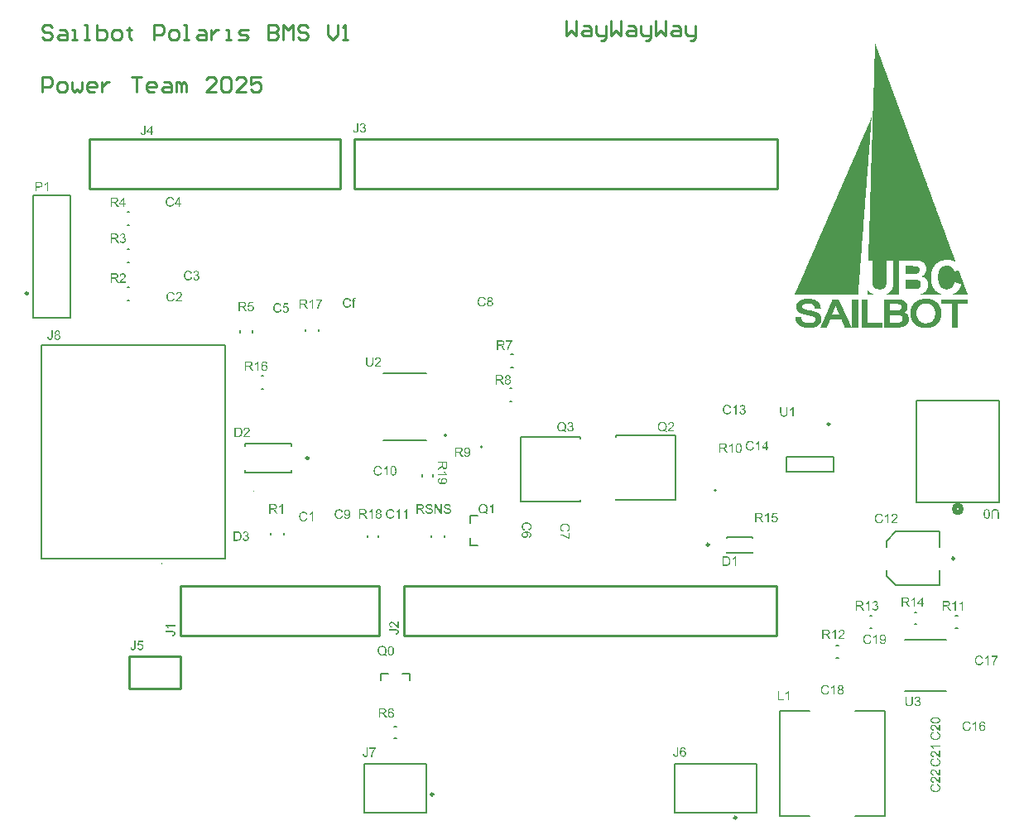
<source format=gto>
G04*
G04 #@! TF.GenerationSoftware,Altium Limited,Altium Designer,25.1.2 (22)*
G04*
G04 Layer_Color=65535*
%FSLAX25Y25*%
%MOIN*%
G70*
G04*
G04 #@! TF.SameCoordinates,7C62D4D7-8F8D-48FC-A2E0-5C7692351293*
G04*
G04*
G04 #@! TF.FilePolarity,Positive*
G04*
G01*
G75*
%ADD10C,0.00394*%
%ADD11C,0.00984*%
%ADD12C,0.00787*%
%ADD13C,0.02000*%
%ADD14C,0.00600*%
%ADD15C,0.01000*%
%ADD16C,0.00500*%
G36*
X342784Y314279D02*
X342857D01*
Y314059D01*
X342931D01*
Y313838D01*
X343004D01*
Y313691D01*
X343078D01*
Y313471D01*
X343151D01*
Y313250D01*
X343225D01*
Y313029D01*
X343298D01*
Y312882D01*
X343372D01*
Y312662D01*
X343445D01*
Y312441D01*
X343519D01*
Y312294D01*
X343593D01*
Y312073D01*
X343666D01*
Y311853D01*
X343740D01*
Y311632D01*
X343813D01*
Y311485D01*
X343887D01*
Y311264D01*
X343960D01*
Y311044D01*
X344034D01*
Y310897D01*
X344107D01*
Y310676D01*
X344181D01*
Y310455D01*
X344254D01*
Y310235D01*
X344328D01*
Y310088D01*
X344401D01*
Y309867D01*
X344475D01*
Y309646D01*
X344549D01*
Y309499D01*
X344622D01*
Y309279D01*
X344696D01*
Y309058D01*
X344769D01*
Y308838D01*
X344843D01*
Y308690D01*
X344916D01*
Y308470D01*
X344990D01*
Y308249D01*
X345063D01*
Y308102D01*
X345137D01*
Y307881D01*
X345210D01*
Y307661D01*
X345284D01*
Y307440D01*
X345357D01*
Y307293D01*
X345431D01*
Y307073D01*
X345504D01*
Y306852D01*
X345578D01*
Y306705D01*
X345652D01*
Y306484D01*
X345725D01*
Y306264D01*
X345799D01*
Y306043D01*
X345872D01*
Y305896D01*
X345946D01*
Y305675D01*
X346019D01*
Y305455D01*
X346093D01*
Y305308D01*
X346166D01*
Y305087D01*
X346240D01*
Y304866D01*
X346313D01*
Y304646D01*
X346387D01*
Y304499D01*
X346461D01*
Y304278D01*
X346534D01*
Y304058D01*
X346608D01*
Y303910D01*
X346681D01*
Y303690D01*
X346755D01*
Y303469D01*
X346828D01*
Y303249D01*
X346902D01*
Y303101D01*
X346975D01*
Y302881D01*
X347049D01*
Y302660D01*
X347122D01*
Y302513D01*
X347196D01*
Y302292D01*
X347269D01*
Y302072D01*
X347343D01*
Y301851D01*
X347416D01*
Y301704D01*
X347490D01*
Y301484D01*
X347564D01*
Y301263D01*
X347637D01*
Y301116D01*
X347711D01*
Y300895D01*
X347784D01*
Y300675D01*
X347858D01*
Y300454D01*
X347931D01*
Y300307D01*
X348005D01*
Y300086D01*
X348078D01*
Y299866D01*
X348152D01*
Y299719D01*
X348225D01*
Y299498D01*
X348299D01*
Y299277D01*
X348373D01*
Y299057D01*
X348446D01*
Y298910D01*
X348520D01*
Y298689D01*
X348593D01*
Y298468D01*
X348667D01*
Y298322D01*
X348740D01*
Y298101D01*
X348814D01*
Y297880D01*
X348887D01*
Y297660D01*
X348961D01*
Y297513D01*
X349034D01*
Y297292D01*
X349108D01*
Y297071D01*
X349181D01*
Y296924D01*
X349255D01*
Y296704D01*
X349328D01*
Y296483D01*
X349402D01*
Y296262D01*
X349476D01*
Y296115D01*
X349549D01*
Y295895D01*
X349623D01*
Y295674D01*
X349696D01*
Y295453D01*
X349770D01*
Y295306D01*
X349843D01*
Y295086D01*
X349917D01*
Y294865D01*
X349990D01*
Y294718D01*
X350064D01*
Y294497D01*
X350137D01*
Y294277D01*
X350211D01*
Y294056D01*
X350285D01*
Y293909D01*
X350358D01*
Y293689D01*
X350432D01*
Y293468D01*
X350505D01*
Y293321D01*
X350579D01*
Y293100D01*
X350652D01*
Y292880D01*
X350726D01*
Y292659D01*
X350799D01*
Y292512D01*
X350873D01*
Y292291D01*
X350946D01*
Y292071D01*
X351020D01*
Y291924D01*
X351093D01*
Y291703D01*
X351167D01*
Y291482D01*
X351240D01*
Y291262D01*
X351314D01*
Y291115D01*
X351388D01*
Y290894D01*
X351461D01*
Y290673D01*
X351535D01*
Y290526D01*
X351608D01*
Y290306D01*
X351682D01*
Y290085D01*
X351755D01*
Y289864D01*
X351829D01*
Y289717D01*
X351902D01*
Y289497D01*
X351976D01*
Y289276D01*
X352049D01*
Y289129D01*
X352123D01*
Y288909D01*
X352197D01*
Y288688D01*
X352270D01*
Y288467D01*
X352344D01*
Y288320D01*
X352417D01*
Y288100D01*
X352491D01*
Y287879D01*
X352564D01*
Y287732D01*
X352638D01*
Y287511D01*
X352711D01*
Y287291D01*
X352785D01*
Y287070D01*
X352858D01*
Y286923D01*
X352932D01*
Y286702D01*
X353006D01*
Y286482D01*
X353079D01*
Y286335D01*
X353152D01*
Y286114D01*
X353226D01*
Y285893D01*
X353300D01*
Y285673D01*
X353373D01*
Y285526D01*
X353447D01*
Y285305D01*
X353520D01*
Y285085D01*
X353594D01*
Y284937D01*
X353667D01*
Y284717D01*
X353741D01*
Y284496D01*
X353814D01*
Y284276D01*
X353888D01*
Y284128D01*
X353961D01*
Y283908D01*
X354035D01*
Y283687D01*
X354109D01*
Y283540D01*
X354182D01*
Y283319D01*
X354256D01*
Y283099D01*
X354329D01*
Y282878D01*
X354403D01*
Y282731D01*
X354476D01*
Y282511D01*
X354550D01*
Y282290D01*
X354623D01*
Y282143D01*
X354697D01*
Y281922D01*
X354770D01*
Y281702D01*
X354844D01*
Y281481D01*
X354918D01*
Y281334D01*
X354991D01*
Y281113D01*
X355065D01*
Y280893D01*
X355138D01*
Y280746D01*
X355212D01*
Y280525D01*
X355285D01*
Y280304D01*
X355359D01*
Y280084D01*
X355432D01*
Y279937D01*
X355506D01*
Y279716D01*
X355579D01*
Y279496D01*
X355653D01*
Y279348D01*
X355726D01*
Y279128D01*
X355800D01*
Y278907D01*
X355873D01*
Y278687D01*
X355947D01*
Y278539D01*
X356021D01*
Y278319D01*
X356094D01*
Y278098D01*
X356168D01*
Y277951D01*
X356241D01*
Y277731D01*
X356315D01*
Y277510D01*
X356388D01*
Y277289D01*
X356462D01*
Y277142D01*
X356535D01*
Y276922D01*
X356609D01*
Y276701D01*
X356682D01*
Y276554D01*
X356756D01*
Y276333D01*
X356830D01*
Y276113D01*
X356903D01*
Y275892D01*
X356977D01*
Y275745D01*
X357050D01*
Y275524D01*
X357124D01*
Y275304D01*
X357197D01*
Y275157D01*
X357271D01*
Y274936D01*
X357344D01*
Y274715D01*
X357418D01*
Y274495D01*
X357491D01*
Y274348D01*
X357565D01*
Y274127D01*
X357638D01*
Y273907D01*
X357712D01*
Y273760D01*
X357786D01*
Y273539D01*
X357859D01*
Y273318D01*
X357933D01*
Y273098D01*
X358006D01*
Y272951D01*
X358080D01*
Y272730D01*
X358153D01*
Y272509D01*
X358227D01*
Y272289D01*
X358300D01*
Y272142D01*
X358374D01*
Y271921D01*
X358447D01*
Y271700D01*
X358521D01*
Y271553D01*
X358594D01*
Y271333D01*
X358668D01*
Y271112D01*
X358741D01*
Y270891D01*
X358815D01*
Y270744D01*
X358889D01*
Y270524D01*
X358962D01*
Y270303D01*
X359036D01*
Y270156D01*
X359109D01*
Y269935D01*
X359183D01*
Y269715D01*
X359256D01*
Y269494D01*
X359330D01*
Y269347D01*
X359403D01*
Y269127D01*
X359477D01*
Y268906D01*
X359550D01*
Y268759D01*
X359624D01*
Y268538D01*
X359698D01*
Y268318D01*
X359771D01*
Y268097D01*
X359845D01*
Y267950D01*
X359918D01*
Y267729D01*
X359992D01*
Y267509D01*
X360065D01*
Y267362D01*
X360139D01*
Y267141D01*
X360212D01*
Y266920D01*
X360286D01*
Y266700D01*
X360359D01*
Y266553D01*
X360433D01*
Y266332D01*
X360506D01*
Y266111D01*
X360580D01*
Y265964D01*
X360653D01*
Y265744D01*
X360727D01*
Y265523D01*
X360801D01*
Y265302D01*
X360874D01*
Y265155D01*
X360948D01*
Y264935D01*
X361021D01*
Y264714D01*
X361095D01*
Y264567D01*
X361168D01*
Y264347D01*
X361242D01*
Y264126D01*
X361315D01*
Y263905D01*
X361389D01*
Y263758D01*
X361462D01*
Y263538D01*
X361536D01*
Y263317D01*
X361610D01*
Y263170D01*
X361683D01*
Y262949D01*
X361757D01*
Y262729D01*
X361830D01*
Y262508D01*
X361904D01*
Y262361D01*
X361977D01*
Y262140D01*
X362051D01*
Y261920D01*
X362124D01*
Y261773D01*
X362198D01*
Y261552D01*
X362271D01*
Y261331D01*
X362345D01*
Y261111D01*
X362418D01*
Y260964D01*
X362492D01*
Y260743D01*
X362565D01*
Y260523D01*
X362639D01*
Y260375D01*
X362713D01*
Y260155D01*
X362786D01*
Y259934D01*
X362860D01*
Y259714D01*
X362933D01*
Y259566D01*
X363007D01*
Y259346D01*
X363080D01*
Y259125D01*
X363154D01*
Y258978D01*
X363227D01*
Y258757D01*
X363301D01*
Y258537D01*
X363374D01*
Y258316D01*
X363448D01*
Y258169D01*
X363522D01*
Y257949D01*
X363595D01*
Y257728D01*
X363669D01*
Y257581D01*
X363742D01*
Y257360D01*
X363816D01*
Y257140D01*
X363889D01*
Y256919D01*
X363963D01*
Y256772D01*
X364036D01*
Y256551D01*
X364110D01*
Y256331D01*
X364183D01*
Y256184D01*
X364257D01*
Y255963D01*
X364330D01*
Y255743D01*
X364404D01*
Y255522D01*
X364477D01*
Y255375D01*
X364551D01*
Y255154D01*
X364625D01*
Y254934D01*
X364698D01*
Y254786D01*
X364772D01*
Y254566D01*
X364845D01*
Y254345D01*
X364919D01*
Y254125D01*
X364992D01*
Y253977D01*
X365066D01*
Y253757D01*
X365139D01*
Y253536D01*
X365213D01*
Y253389D01*
X365286D01*
Y253169D01*
X365360D01*
Y252948D01*
X365434D01*
Y252727D01*
X365507D01*
Y252580D01*
X365581D01*
Y252360D01*
X365654D01*
Y252139D01*
X365728D01*
Y251992D01*
X365801D01*
Y251771D01*
X365875D01*
Y251551D01*
X365948D01*
Y251330D01*
X366022D01*
Y251183D01*
X366095D01*
Y250962D01*
X366169D01*
Y250742D01*
X366243D01*
Y250595D01*
X366316D01*
Y250374D01*
X366389D01*
Y250153D01*
X366463D01*
Y249933D01*
X366537D01*
Y249786D01*
X366610D01*
Y249565D01*
X366684D01*
Y249345D01*
X366757D01*
Y249198D01*
X366831D01*
Y248977D01*
X366904D01*
Y248756D01*
X366978D01*
Y248536D01*
X367051D01*
Y248389D01*
X367125D01*
Y248168D01*
X367198D01*
Y247947D01*
X367272D01*
Y247727D01*
X367345D01*
Y247580D01*
X367419D01*
Y247359D01*
X367493D01*
Y247138D01*
X367566D01*
Y246991D01*
X367640D01*
Y246771D01*
X367713D01*
Y246550D01*
X367787D01*
Y246329D01*
X367860D01*
Y246182D01*
X367934D01*
Y245962D01*
X368007D01*
Y245741D01*
X368081D01*
Y245594D01*
X368155D01*
Y245374D01*
X368228D01*
Y245153D01*
X368302D01*
Y244932D01*
X368375D01*
Y244785D01*
X368449D01*
Y244565D01*
X368522D01*
Y244344D01*
X368596D01*
Y244197D01*
X368669D01*
Y243976D01*
X368743D01*
Y243756D01*
X368816D01*
Y243535D01*
X368890D01*
Y243388D01*
X368963D01*
Y243167D01*
X369037D01*
Y242947D01*
X369110D01*
Y242800D01*
X369184D01*
Y242579D01*
X369257D01*
Y242358D01*
X369331D01*
Y242138D01*
X369405D01*
Y241991D01*
X369478D01*
Y241770D01*
X369552D01*
Y241549D01*
X369625D01*
Y241402D01*
X369699D01*
Y241182D01*
X369772D01*
Y240961D01*
X369846D01*
Y240740D01*
X369919D01*
Y240593D01*
X369993D01*
Y240373D01*
X370066D01*
Y240152D01*
X370140D01*
Y240005D01*
X370214D01*
Y239785D01*
X370287D01*
Y239564D01*
X370361D01*
Y239343D01*
X370434D01*
Y239196D01*
X370508D01*
Y238976D01*
X370581D01*
Y238755D01*
X370655D01*
Y238608D01*
X370728D01*
Y238387D01*
X370802D01*
Y238167D01*
X370875D01*
Y237946D01*
X370949D01*
Y237799D01*
X371023D01*
Y237578D01*
X371096D01*
Y237358D01*
X371170D01*
Y237211D01*
X371243D01*
Y236990D01*
X371317D01*
Y236769D01*
X371390D01*
Y236549D01*
X371464D01*
Y236402D01*
X371537D01*
Y236181D01*
X371611D01*
Y235961D01*
X371684D01*
Y235813D01*
X371758D01*
Y235593D01*
X371831D01*
Y235372D01*
X371905D01*
Y235152D01*
X371978D01*
Y235004D01*
X372052D01*
Y234784D01*
X372126D01*
Y234563D01*
X372199D01*
Y234416D01*
X372273D01*
Y234196D01*
X372346D01*
Y233975D01*
X372420D01*
Y233754D01*
X372493D01*
Y233607D01*
X372567D01*
Y233387D01*
X372640D01*
Y233166D01*
X372714D01*
Y233019D01*
X372787D01*
Y232798D01*
X372861D01*
Y232578D01*
X372935D01*
Y232357D01*
X373008D01*
Y232210D01*
X373082D01*
Y231989D01*
X373155D01*
Y231769D01*
X373229D01*
Y231622D01*
X373302D01*
Y231401D01*
X373376D01*
Y231181D01*
X373449D01*
Y230960D01*
X373523D01*
Y230813D01*
X373596D01*
Y230592D01*
X373670D01*
Y230371D01*
X373743D01*
Y230224D01*
X373817D01*
Y230004D01*
X373890D01*
Y229783D01*
X373964D01*
Y229563D01*
X374038D01*
Y229415D01*
X374111D01*
Y229195D01*
X374185D01*
Y228974D01*
X374258D01*
Y228827D01*
X374332D01*
Y228607D01*
X374405D01*
Y228386D01*
X374479D01*
Y228165D01*
X374552D01*
Y228018D01*
X374626D01*
Y227798D01*
X374699D01*
Y227577D01*
X374773D01*
Y227430D01*
X374847D01*
Y227209D01*
X374920D01*
Y226989D01*
X374994D01*
Y226768D01*
X375067D01*
Y226621D01*
X375141D01*
Y226474D01*
X375067D01*
Y226548D01*
X374920D01*
Y226621D01*
X374773D01*
Y226695D01*
X374626D01*
Y226768D01*
X374479D01*
Y226842D01*
X374332D01*
Y226915D01*
X374111D01*
Y226989D01*
X373890D01*
Y227062D01*
X373670D01*
Y227136D01*
X373302D01*
Y227209D01*
X372935D01*
Y227283D01*
X372052D01*
Y227356D01*
X371537D01*
Y227283D01*
X370581D01*
Y227209D01*
X370214D01*
Y227136D01*
X369846D01*
Y227062D01*
X369625D01*
Y226989D01*
X369405D01*
Y226915D01*
X369184D01*
Y226842D01*
X368963D01*
Y226768D01*
X368816D01*
Y226695D01*
X368669D01*
Y226621D01*
X368522D01*
Y226548D01*
X368375D01*
Y226474D01*
X368302D01*
Y226400D01*
X368155D01*
Y226327D01*
X368007D01*
Y226253D01*
X367934D01*
Y226180D01*
X367860D01*
Y226106D01*
X367713D01*
Y226033D01*
X367640D01*
Y225959D01*
X367566D01*
Y225886D01*
X367493D01*
Y225812D01*
X367345D01*
Y225739D01*
X367272D01*
Y225665D01*
X367198D01*
Y225591D01*
X367125D01*
Y225518D01*
X367051D01*
Y225444D01*
X366978D01*
Y225371D01*
X366904D01*
Y225297D01*
X366831D01*
Y225150D01*
X366757D01*
Y225077D01*
X366684D01*
Y225003D01*
X366610D01*
Y224930D01*
X366537D01*
Y224783D01*
X366463D01*
Y224709D01*
X366389D01*
Y224562D01*
X366316D01*
Y224488D01*
X366243D01*
Y224341D01*
X366169D01*
Y224194D01*
X366095D01*
Y224121D01*
X366022D01*
Y223974D01*
X365948D01*
Y223753D01*
X365875D01*
Y223606D01*
X365801D01*
Y223459D01*
X365728D01*
Y223238D01*
X365654D01*
Y223018D01*
X365581D01*
Y222797D01*
X365507D01*
Y222503D01*
X365434D01*
Y222209D01*
X365360D01*
Y221767D01*
X365286D01*
Y221106D01*
X365213D01*
Y219047D01*
X365286D01*
Y218458D01*
X365360D01*
Y218091D01*
X365434D01*
Y217796D01*
X365507D01*
Y217502D01*
X365581D01*
Y217282D01*
X365654D01*
Y217061D01*
X365728D01*
Y216840D01*
X365801D01*
Y216693D01*
X365875D01*
Y216546D01*
X365948D01*
Y216399D01*
X366022D01*
Y216252D01*
X366095D01*
Y216105D01*
X366169D01*
Y216032D01*
X366243D01*
Y215884D01*
X366316D01*
Y215737D01*
X366389D01*
Y215664D01*
X366463D01*
Y215517D01*
X366537D01*
Y215443D01*
X366610D01*
Y215370D01*
X366684D01*
Y215296D01*
X366757D01*
Y215149D01*
X366831D01*
Y215075D01*
X366904D01*
Y215002D01*
X366978D01*
Y214928D01*
X367051D01*
Y214855D01*
X367125D01*
Y214781D01*
X367198D01*
Y214708D01*
X367272D01*
Y214634D01*
X367345D01*
Y214561D01*
X367493D01*
Y214487D01*
X367566D01*
Y214414D01*
X367640D01*
Y214340D01*
X367713D01*
Y214266D01*
X367860D01*
Y214193D01*
X367934D01*
Y214120D01*
X368081D01*
Y214046D01*
X368155D01*
Y213972D01*
X368302D01*
Y213899D01*
X368449D01*
Y213825D01*
X368522D01*
Y213752D01*
X368669D01*
Y213678D01*
X368890D01*
Y213605D01*
X369037D01*
Y213531D01*
X369184D01*
Y213458D01*
X369331D01*
Y213384D01*
X360727D01*
Y213458D01*
X361021D01*
Y213531D01*
X361315D01*
Y213605D01*
X361536D01*
Y213678D01*
X361757D01*
Y213752D01*
X361904D01*
Y213825D01*
X362051D01*
Y213899D01*
X362198D01*
Y213972D01*
X362345D01*
Y214046D01*
X362418D01*
Y214120D01*
X362492D01*
Y214193D01*
X362639D01*
Y214266D01*
X362713D01*
Y214340D01*
X362786D01*
Y214414D01*
X362860D01*
Y214487D01*
X362933D01*
Y214561D01*
X363007D01*
Y214634D01*
X363080D01*
Y214708D01*
X363154D01*
Y214781D01*
X363227D01*
Y214928D01*
X363301D01*
Y215002D01*
X363374D01*
Y215149D01*
X363448D01*
Y215223D01*
X363522D01*
Y215370D01*
X363595D01*
Y215517D01*
X363669D01*
Y215664D01*
X363742D01*
Y215884D01*
X363816D01*
Y216032D01*
X363889D01*
Y216326D01*
X363963D01*
Y216620D01*
X364036D01*
Y217944D01*
X363963D01*
Y218311D01*
X363889D01*
Y218532D01*
X363816D01*
Y218679D01*
X363742D01*
Y218826D01*
X363669D01*
Y218973D01*
X363595D01*
Y219120D01*
X363522D01*
Y219194D01*
X363448D01*
Y219341D01*
X363374D01*
Y219414D01*
X363301D01*
Y219488D01*
X363227D01*
Y219561D01*
X363154D01*
Y219635D01*
X363080D01*
Y219708D01*
X363007D01*
Y219782D01*
X362933D01*
Y219855D01*
X362860D01*
Y219929D01*
X362786D01*
Y220003D01*
X362639D01*
Y220076D01*
X362565D01*
Y220150D01*
X362418D01*
Y220223D01*
X362271D01*
Y220297D01*
X362198D01*
Y220370D01*
X361977D01*
Y220444D01*
X361830D01*
Y220517D01*
X361610D01*
Y220591D01*
X361389D01*
Y220664D01*
X361536D01*
Y220738D01*
X361610D01*
Y220812D01*
X361757D01*
Y220885D01*
X361904D01*
Y220959D01*
X361977D01*
Y221032D01*
X362124D01*
Y221106D01*
X362198D01*
Y221179D01*
X362271D01*
Y221253D01*
X362345D01*
Y221326D01*
X362418D01*
Y221400D01*
X362492D01*
Y221473D01*
X362565D01*
Y221547D01*
X362639D01*
Y221620D01*
X362713D01*
Y221767D01*
X362786D01*
Y221841D01*
X362860D01*
Y221988D01*
X362933D01*
Y222062D01*
X363007D01*
Y222209D01*
X363080D01*
Y222356D01*
X363154D01*
Y222576D01*
X363227D01*
Y222797D01*
X363301D01*
Y223165D01*
X363374D01*
Y224047D01*
X363301D01*
Y224488D01*
X363227D01*
Y224709D01*
X363154D01*
Y224856D01*
X363080D01*
Y225077D01*
X363007D01*
Y225150D01*
X362933D01*
Y225297D01*
X362860D01*
Y225444D01*
X362786D01*
Y225518D01*
X362713D01*
Y225591D01*
X362639D01*
Y225739D01*
X362565D01*
Y225812D01*
X362492D01*
Y225886D01*
X362418D01*
Y225959D01*
X362345D01*
Y226033D01*
X362271D01*
Y226106D01*
X362198D01*
Y226180D01*
X362124D01*
Y226253D01*
X361977D01*
Y226327D01*
X361904D01*
Y226400D01*
X361757D01*
Y226474D01*
X361683D01*
Y226548D01*
X361536D01*
Y226621D01*
X361389D01*
Y226695D01*
X361242D01*
Y226768D01*
X361021D01*
Y226842D01*
X360801D01*
Y226915D01*
X360433D01*
Y226989D01*
X359771D01*
Y227062D01*
X352270D01*
Y213384D01*
X347122D01*
Y213458D01*
X347269D01*
Y213531D01*
X347416D01*
Y213605D01*
X347564D01*
Y213678D01*
X347711D01*
Y213752D01*
X347858D01*
Y213825D01*
X348005D01*
Y213899D01*
X348078D01*
Y213972D01*
X348225D01*
Y214046D01*
X348373D01*
Y214120D01*
X348446D01*
Y214193D01*
X348520D01*
Y214266D01*
X348667D01*
Y214340D01*
X348740D01*
Y214414D01*
X348814D01*
Y214487D01*
X348887D01*
Y214561D01*
X348961D01*
Y214634D01*
X349034D01*
Y214708D01*
X349108D01*
Y214855D01*
X349181D01*
Y214928D01*
X349255D01*
Y215075D01*
X349328D01*
Y215149D01*
X349402D01*
Y215296D01*
X349476D01*
Y215443D01*
X349549D01*
Y215590D01*
X349623D01*
Y215811D01*
X349696D01*
Y216032D01*
X349770D01*
Y216252D01*
X349843D01*
Y216693D01*
X349917D01*
Y217282D01*
X349990D01*
Y218458D01*
X350064D01*
Y227062D01*
X347269D01*
Y218679D01*
X347196D01*
Y217429D01*
X347122D01*
Y216987D01*
X347049D01*
Y216767D01*
X346975D01*
Y216620D01*
X346902D01*
Y216473D01*
X346828D01*
Y216326D01*
X346755D01*
Y216252D01*
X346681D01*
Y216178D01*
X346608D01*
Y216105D01*
X346534D01*
Y216032D01*
X346461D01*
Y215958D01*
X346387D01*
Y215884D01*
X346240D01*
Y215811D01*
X346166D01*
Y215737D01*
X346019D01*
Y215664D01*
X345799D01*
Y215590D01*
X345578D01*
Y215517D01*
X345210D01*
Y215443D01*
X343887D01*
Y215517D01*
X343519D01*
Y215590D01*
X343298D01*
Y215664D01*
X343078D01*
Y215737D01*
X342931D01*
Y215811D01*
X342784D01*
Y215884D01*
X342710D01*
Y215958D01*
X342563D01*
Y216032D01*
X342489D01*
Y216105D01*
X342416D01*
Y216178D01*
X342342D01*
Y216252D01*
X342269D01*
Y216326D01*
X342195D01*
Y216473D01*
X342122D01*
Y216546D01*
X342048D01*
Y216693D01*
X341975D01*
Y216840D01*
X341901D01*
Y216987D01*
X341828D01*
Y217282D01*
X341754D01*
Y217796D01*
X341681D01*
Y227062D01*
X339989D01*
Y228827D01*
X340063D01*
Y231181D01*
X340136D01*
Y233534D01*
X340210D01*
Y235887D01*
X340283D01*
Y238167D01*
X340357D01*
Y240520D01*
X340430D01*
Y242873D01*
X340504D01*
Y245226D01*
X340577D01*
Y247580D01*
X340651D01*
Y249933D01*
X340724D01*
Y252213D01*
X340798D01*
Y254566D01*
X340872D01*
Y256919D01*
X340945D01*
Y259272D01*
X341019D01*
Y261626D01*
X341092D01*
Y263905D01*
X341166D01*
Y266259D01*
X341239D01*
Y268612D01*
X341313D01*
Y270965D01*
X341386D01*
Y273318D01*
X341460D01*
Y275672D01*
X341533D01*
Y277951D01*
X341607D01*
Y280304D01*
X341681D01*
Y282658D01*
X341754D01*
Y285011D01*
X341828D01*
Y287364D01*
X341901D01*
Y289644D01*
X341975D01*
Y291997D01*
X342048D01*
Y294350D01*
X342122D01*
Y296704D01*
X342195D01*
Y299057D01*
X342269D01*
Y301337D01*
X342342D01*
Y303690D01*
X342416D01*
Y306043D01*
X342489D01*
Y308396D01*
X342563D01*
Y310750D01*
X342636D01*
Y313103D01*
X342710D01*
Y314426D01*
X342784D01*
Y314279D01*
D02*
G37*
G36*
X358153Y224783D02*
X359403D01*
Y224709D01*
X359624D01*
Y224636D01*
X359845D01*
Y224562D01*
X359992D01*
Y224488D01*
X360065D01*
Y224415D01*
X360139D01*
Y224341D01*
X360286D01*
Y224194D01*
X360359D01*
Y224121D01*
X360433D01*
Y223974D01*
X360506D01*
Y223827D01*
X360580D01*
Y223459D01*
X360653D01*
Y223018D01*
X360580D01*
Y222650D01*
X360506D01*
Y222503D01*
X360433D01*
Y222356D01*
X360359D01*
Y222282D01*
X360286D01*
Y222209D01*
X360212D01*
Y222135D01*
X360139D01*
Y222062D01*
X360065D01*
Y221988D01*
X359992D01*
Y221915D01*
X359845D01*
Y221841D01*
X359698D01*
Y221767D01*
X359477D01*
Y221694D01*
X359109D01*
Y221620D01*
X355138D01*
Y224856D01*
X358153D01*
Y224783D01*
D02*
G37*
G36*
X358741Y219267D02*
X359550D01*
Y219194D01*
X359845D01*
Y219120D01*
X360065D01*
Y219047D01*
X360212D01*
Y218973D01*
X360359D01*
Y218899D01*
X360506D01*
Y218826D01*
X360580D01*
Y218752D01*
X360653D01*
Y218679D01*
X360727D01*
Y218605D01*
X360801D01*
Y218532D01*
X360874D01*
Y218385D01*
X360948D01*
Y218238D01*
X361021D01*
Y218017D01*
X361095D01*
Y217723D01*
X361168D01*
Y217134D01*
X361095D01*
Y216840D01*
X361021D01*
Y216620D01*
X360948D01*
Y216473D01*
X360874D01*
Y216399D01*
X360801D01*
Y216252D01*
X360727D01*
Y216178D01*
X360653D01*
Y216105D01*
X360580D01*
Y216032D01*
X360433D01*
Y215958D01*
X360359D01*
Y215884D01*
X360212D01*
Y215811D01*
X359992D01*
Y215737D01*
X359698D01*
Y215664D01*
X358889D01*
Y215590D01*
X355138D01*
Y219341D01*
X358741D01*
Y219267D01*
D02*
G37*
G36*
X371905Y224930D02*
X372420D01*
Y224856D01*
X372640D01*
Y224783D01*
X372861D01*
Y224709D01*
X373082D01*
Y224636D01*
X373229D01*
Y224562D01*
X373302D01*
Y224488D01*
X373449D01*
Y224415D01*
X373523D01*
Y224341D01*
X373596D01*
Y224268D01*
X373670D01*
Y224194D01*
X373817D01*
Y224121D01*
X373890D01*
Y223974D01*
X373964D01*
Y223900D01*
X374038D01*
Y223827D01*
X374111D01*
Y223753D01*
X374185D01*
Y223606D01*
X374258D01*
Y223459D01*
X374332D01*
Y223385D01*
X374405D01*
Y223165D01*
X374479D01*
Y222944D01*
X374552D01*
Y222724D01*
X374626D01*
Y222650D01*
X374699D01*
Y222724D01*
X375067D01*
Y222797D01*
X375361D01*
Y222871D01*
X375655D01*
Y222944D01*
X375950D01*
Y223018D01*
X376317D01*
Y223091D01*
X376391D01*
Y223018D01*
X376464D01*
Y222797D01*
X376538D01*
Y222576D01*
X376611D01*
Y222429D01*
X376685D01*
Y222209D01*
X376759D01*
Y221988D01*
X376832D01*
Y221841D01*
X376906D01*
Y221620D01*
X376979D01*
Y221400D01*
X377053D01*
Y221179D01*
X377126D01*
Y221032D01*
X377200D01*
Y220812D01*
X377273D01*
Y220591D01*
X377347D01*
Y220370D01*
X377420D01*
Y220223D01*
X377494D01*
Y220003D01*
X377567D01*
Y219782D01*
X377641D01*
Y219635D01*
X377714D01*
Y219414D01*
X377788D01*
Y219194D01*
X377862D01*
Y218973D01*
X377935D01*
Y218826D01*
X378009D01*
Y218605D01*
X378082D01*
Y218385D01*
X378156D01*
Y218238D01*
X378229D01*
Y218017D01*
X378303D01*
Y217796D01*
X378376D01*
Y217576D01*
X378450D01*
Y217429D01*
X378523D01*
Y217208D01*
X378597D01*
Y216987D01*
X378671D01*
Y216840D01*
X378744D01*
Y216620D01*
X378818D01*
Y216399D01*
X378891D01*
Y216178D01*
X378965D01*
Y216032D01*
X379038D01*
Y215811D01*
X379112D01*
Y215590D01*
X379185D01*
Y215443D01*
X379259D01*
Y215223D01*
X379332D01*
Y215002D01*
X379406D01*
Y214781D01*
X379479D01*
Y214634D01*
X379553D01*
Y214414D01*
X379626D01*
Y214193D01*
X379700D01*
Y214046D01*
X379774D01*
Y213825D01*
X379847D01*
Y213605D01*
X379921D01*
Y213384D01*
X373890D01*
Y213458D01*
X374038D01*
Y213531D01*
X374258D01*
Y213605D01*
X374405D01*
Y213678D01*
X374552D01*
Y213752D01*
X374699D01*
Y213825D01*
X374847D01*
Y213899D01*
X374994D01*
Y213972D01*
X375067D01*
Y214046D01*
X375214D01*
Y214120D01*
X375288D01*
Y214193D01*
X375435D01*
Y214266D01*
X375508D01*
Y214340D01*
X375582D01*
Y214414D01*
X375655D01*
Y214487D01*
X375729D01*
Y214561D01*
X375802D01*
Y214634D01*
X375876D01*
Y214708D01*
X375950D01*
Y214781D01*
X376023D01*
Y214855D01*
X376097D01*
Y214928D01*
X376170D01*
Y215002D01*
X376244D01*
Y215149D01*
X376317D01*
Y215223D01*
X376391D01*
Y215296D01*
X376464D01*
Y215443D01*
X376538D01*
Y215517D01*
X376611D01*
Y215664D01*
X376685D01*
Y215811D01*
X376759D01*
Y215884D01*
X376832D01*
Y216032D01*
X376906D01*
Y216178D01*
X376979D01*
Y216326D01*
X377053D01*
Y216546D01*
X377126D01*
Y216620D01*
Y216693D01*
X377200D01*
Y216914D01*
X377273D01*
Y217134D01*
X377347D01*
Y217355D01*
X377420D01*
Y217502D01*
X377347D01*
Y217576D01*
X377126D01*
Y217649D01*
X376906D01*
Y217723D01*
X376611D01*
Y217796D01*
X376391D01*
Y217870D01*
X376170D01*
Y217944D01*
X375950D01*
Y218017D01*
X375729D01*
Y218091D01*
X375435D01*
Y218164D01*
X375214D01*
Y218238D01*
X374994D01*
Y218311D01*
X374773D01*
Y218385D01*
X374699D01*
Y218238D01*
X374626D01*
Y217944D01*
X374552D01*
Y217723D01*
X374479D01*
Y217502D01*
X374405D01*
Y217355D01*
X374332D01*
Y217208D01*
X374258D01*
Y217061D01*
X374185D01*
Y216914D01*
X374111D01*
Y216767D01*
X374038D01*
Y216693D01*
X373964D01*
Y216546D01*
X373890D01*
Y216473D01*
X373817D01*
Y216399D01*
X373743D01*
Y216326D01*
X373670D01*
Y216252D01*
X373596D01*
Y216178D01*
X373523D01*
Y216105D01*
X373449D01*
Y216032D01*
X373376D01*
Y215958D01*
X373229D01*
Y215884D01*
X373155D01*
Y215811D01*
X373008D01*
Y215737D01*
X372861D01*
Y215664D01*
X372640D01*
Y215590D01*
X372420D01*
Y215517D01*
X372126D01*
Y215443D01*
X370949D01*
Y215517D01*
X370655D01*
Y215590D01*
X370434D01*
Y215664D01*
X370214D01*
Y215737D01*
X370066D01*
Y215811D01*
X369919D01*
Y215884D01*
X369772D01*
Y215958D01*
X369699D01*
Y216032D01*
X369552D01*
Y216105D01*
X369478D01*
Y216178D01*
X369405D01*
Y216252D01*
X369331D01*
Y216326D01*
X369257D01*
Y216399D01*
X369184D01*
Y216473D01*
X369110D01*
Y216546D01*
X369037D01*
Y216620D01*
X368963D01*
Y216693D01*
X368890D01*
Y216840D01*
X368816D01*
Y216914D01*
X368743D01*
Y217061D01*
X368669D01*
Y217208D01*
X368596D01*
Y217355D01*
X368522D01*
Y217576D01*
X368449D01*
Y217796D01*
X368375D01*
Y218091D01*
X368302D01*
Y218385D01*
X368228D01*
Y218826D01*
X368155D01*
Y219561D01*
X368081D01*
Y220959D01*
X368155D01*
Y221694D01*
X368228D01*
Y222062D01*
X368302D01*
Y222356D01*
X368375D01*
Y222650D01*
X368449D01*
Y222871D01*
X368522D01*
Y223018D01*
X368596D01*
Y223165D01*
X368669D01*
Y223312D01*
X368743D01*
Y223459D01*
X368816D01*
Y223606D01*
X368890D01*
Y223679D01*
X368963D01*
Y223753D01*
X369037D01*
Y223827D01*
X369110D01*
Y223974D01*
X369184D01*
Y224047D01*
X369257D01*
Y224121D01*
X369331D01*
Y224194D01*
X369478D01*
Y224268D01*
X369552D01*
Y224341D01*
X369625D01*
Y224415D01*
X369772D01*
Y224488D01*
X369846D01*
Y224562D01*
X369993D01*
Y224636D01*
X370140D01*
Y224709D01*
X370361D01*
Y224783D01*
X370508D01*
Y224856D01*
X370802D01*
Y224930D01*
X371317D01*
Y225003D01*
X371905D01*
Y224930D01*
D02*
G37*
G36*
X339695Y215002D02*
X339769D01*
Y214855D01*
X339842D01*
Y214781D01*
X339915D01*
Y214708D01*
X339989D01*
Y214634D01*
X340063D01*
Y214561D01*
X340136D01*
Y214487D01*
X340210D01*
Y214414D01*
X340283D01*
Y214340D01*
X340357D01*
Y214266D01*
X340504D01*
Y214193D01*
X340577D01*
Y214120D01*
X340724D01*
Y214046D01*
X340872D01*
Y213972D01*
X340945D01*
Y213899D01*
X341092D01*
Y213825D01*
X341239D01*
Y213752D01*
X341386D01*
Y213678D01*
X341533D01*
Y213605D01*
X341754D01*
Y213531D01*
X341901D01*
Y213458D01*
X342048D01*
Y213384D01*
X339548D01*
Y215002D01*
X339621D01*
Y215075D01*
X339695D01*
Y215002D01*
D02*
G37*
G36*
X341313Y284349D02*
X341239D01*
Y283393D01*
X341166D01*
Y282437D01*
X341092D01*
Y281481D01*
X341019D01*
Y280525D01*
X340945D01*
Y279496D01*
X340872D01*
Y278539D01*
X340798D01*
Y277584D01*
X340724D01*
Y276627D01*
X340651D01*
Y275672D01*
X340577D01*
Y274642D01*
X340504D01*
Y273686D01*
X340430D01*
Y272730D01*
X340357D01*
Y271774D01*
X340283D01*
Y270818D01*
X340210D01*
Y269788D01*
X340136D01*
Y268832D01*
X340063D01*
Y267876D01*
X339989D01*
Y266920D01*
X339915D01*
Y265964D01*
X339842D01*
Y264935D01*
X339769D01*
Y263979D01*
X339695D01*
Y263023D01*
X339621D01*
Y262067D01*
X339548D01*
Y261111D01*
X339474D01*
Y260081D01*
X339401D01*
Y259125D01*
X339327D01*
Y258169D01*
X339254D01*
Y257213D01*
X339180D01*
Y256257D01*
X339107D01*
Y255228D01*
X339033D01*
Y254272D01*
X338960D01*
Y253316D01*
X338886D01*
Y252360D01*
X338812D01*
Y251404D01*
X338739D01*
Y250374D01*
X338665D01*
Y249418D01*
X338592D01*
Y248462D01*
X338518D01*
Y247506D01*
X338445D01*
Y246550D01*
X338371D01*
Y245521D01*
X338298D01*
Y244565D01*
X338224D01*
Y243608D01*
X338151D01*
Y242653D01*
X338077D01*
Y241697D01*
X338003D01*
Y240667D01*
X337930D01*
Y239711D01*
X337856D01*
Y238755D01*
X337783D01*
Y237799D01*
X337709D01*
Y236843D01*
X337636D01*
Y235813D01*
X337562D01*
Y234857D01*
X337489D01*
Y233901D01*
X337415D01*
Y232945D01*
X337342D01*
Y231989D01*
X337268D01*
Y230960D01*
X337195D01*
Y230004D01*
X337121D01*
Y229048D01*
X337048D01*
Y228092D01*
X336974D01*
Y227136D01*
X336900D01*
Y226106D01*
X336827D01*
Y225150D01*
X336753D01*
Y224194D01*
X336680D01*
Y223238D01*
X336606D01*
Y222209D01*
X336533D01*
Y221253D01*
X336459D01*
Y220297D01*
X336386D01*
Y219341D01*
X336312D01*
Y218385D01*
X336239D01*
Y217355D01*
X336165D01*
Y216399D01*
X336091D01*
Y215443D01*
X336018D01*
Y214487D01*
X335944D01*
Y213531D01*
X335871D01*
Y213384D01*
X310500D01*
Y213825D01*
X310574D01*
Y213972D01*
X310647D01*
Y214120D01*
X310721D01*
Y214340D01*
X310794D01*
Y214487D01*
X310868D01*
Y214634D01*
X310941D01*
Y214781D01*
X311015D01*
Y215002D01*
X311088D01*
Y215149D01*
X311162D01*
Y215296D01*
X311235D01*
Y215517D01*
X311309D01*
Y215664D01*
X311383D01*
Y215811D01*
X311456D01*
Y216032D01*
X311529D01*
Y216178D01*
X311603D01*
Y216326D01*
X311677D01*
Y216473D01*
X311750D01*
Y216693D01*
X311824D01*
Y216840D01*
X311897D01*
Y216987D01*
X311971D01*
Y217208D01*
X312044D01*
Y217355D01*
X312118D01*
Y217502D01*
X312191D01*
Y217723D01*
X312265D01*
Y217870D01*
X312338D01*
Y218017D01*
X312412D01*
Y218238D01*
X312486D01*
Y218385D01*
X312559D01*
Y218532D01*
X312633D01*
Y218679D01*
X312706D01*
Y218899D01*
X312780D01*
Y219047D01*
X312853D01*
Y219194D01*
X312927D01*
Y219414D01*
X313000D01*
Y219561D01*
X313074D01*
Y219708D01*
X313147D01*
Y219929D01*
X313221D01*
Y220076D01*
X313295D01*
Y220223D01*
X313368D01*
Y220370D01*
X313442D01*
Y220591D01*
X313515D01*
Y220738D01*
X313589D01*
Y220885D01*
X313662D01*
Y221106D01*
X313736D01*
Y221253D01*
X313809D01*
Y221400D01*
X313883D01*
Y221620D01*
X313956D01*
Y221767D01*
X314030D01*
Y221915D01*
X314103D01*
Y222135D01*
X314177D01*
Y222282D01*
X314250D01*
Y222429D01*
X314324D01*
Y222576D01*
X314398D01*
Y222797D01*
X314471D01*
Y222944D01*
X314545D01*
Y223091D01*
X314618D01*
Y223312D01*
X314692D01*
Y223459D01*
X314765D01*
Y223606D01*
X314839D01*
Y223827D01*
X314912D01*
Y223974D01*
X314986D01*
Y224121D01*
X315059D01*
Y224268D01*
X315133D01*
Y224488D01*
X315207D01*
Y224636D01*
X315280D01*
Y224783D01*
X315354D01*
Y225003D01*
X315427D01*
Y225150D01*
X315501D01*
Y225297D01*
X315574D01*
Y225518D01*
X315648D01*
Y225665D01*
X315721D01*
Y225812D01*
X315795D01*
Y226033D01*
X315868D01*
Y226180D01*
X315942D01*
Y226327D01*
X316015D01*
Y226474D01*
X316089D01*
Y226695D01*
X316162D01*
Y226842D01*
X316236D01*
Y226989D01*
X316310D01*
Y227209D01*
X316383D01*
Y227356D01*
X316457D01*
Y227503D01*
X316530D01*
Y227724D01*
X316604D01*
Y227871D01*
X316677D01*
Y228018D01*
X316751D01*
Y228239D01*
X316824D01*
Y228386D01*
X316898D01*
Y228533D01*
X316971D01*
Y228680D01*
X317045D01*
Y228901D01*
X317119D01*
Y229048D01*
X317192D01*
Y229195D01*
X317266D01*
Y229415D01*
X317339D01*
Y229563D01*
X317413D01*
Y229710D01*
X317486D01*
Y229930D01*
X317560D01*
Y230077D01*
X317633D01*
Y230224D01*
X317707D01*
Y230371D01*
X317780D01*
Y230592D01*
X317854D01*
Y230739D01*
X317927D01*
Y230886D01*
X318001D01*
Y231107D01*
X318074D01*
Y231254D01*
X318148D01*
Y231401D01*
X318222D01*
Y231622D01*
X318295D01*
Y231769D01*
X318369D01*
Y231916D01*
X318442D01*
Y232137D01*
X318516D01*
Y232284D01*
X318589D01*
Y232431D01*
X318663D01*
Y232578D01*
X318736D01*
Y232798D01*
X318810D01*
Y232945D01*
X318883D01*
Y233092D01*
X318957D01*
Y233313D01*
X319030D01*
Y233460D01*
X319104D01*
Y233607D01*
X319178D01*
Y233828D01*
X319251D01*
Y233975D01*
X319325D01*
Y234122D01*
X319398D01*
Y234269D01*
X319472D01*
Y234490D01*
X319545D01*
Y234637D01*
X319619D01*
Y234784D01*
X319692D01*
Y235004D01*
X319766D01*
Y235152D01*
X319839D01*
Y235299D01*
X319913D01*
Y235519D01*
X319987D01*
Y235666D01*
X320060D01*
Y235813D01*
X320134D01*
Y236034D01*
X320207D01*
Y236181D01*
X320281D01*
Y236328D01*
X320354D01*
Y236475D01*
X320428D01*
Y236696D01*
X320501D01*
Y236843D01*
X320575D01*
Y236990D01*
X320648D01*
Y237211D01*
X320722D01*
Y237358D01*
X320795D01*
Y237505D01*
X320869D01*
Y237725D01*
X320942D01*
Y237873D01*
X321016D01*
Y238020D01*
X321090D01*
Y238167D01*
X321163D01*
Y238387D01*
X321237D01*
Y238534D01*
X321310D01*
Y238681D01*
X321384D01*
Y238902D01*
X321457D01*
Y239049D01*
X321531D01*
Y239196D01*
X321604D01*
Y239417D01*
X321678D01*
Y239564D01*
X321751D01*
Y239711D01*
X321825D01*
Y239932D01*
X321899D01*
Y240079D01*
X321972D01*
Y240226D01*
X322046D01*
Y240373D01*
X322119D01*
Y240593D01*
X322193D01*
Y240740D01*
X322266D01*
Y240888D01*
X322340D01*
Y241108D01*
X322413D01*
Y241255D01*
X322487D01*
Y241402D01*
X322560D01*
Y241623D01*
X322634D01*
Y241770D01*
X322708D01*
Y241917D01*
X322781D01*
Y242064D01*
X322854D01*
Y242285D01*
X322928D01*
Y242432D01*
X323002D01*
Y242579D01*
X323075D01*
Y242800D01*
X323149D01*
Y242947D01*
X323222D01*
Y243094D01*
X323296D01*
Y243314D01*
X323369D01*
Y243461D01*
X323443D01*
Y243608D01*
X323516D01*
Y243829D01*
X323590D01*
Y243976D01*
X323663D01*
Y244123D01*
X323737D01*
Y244270D01*
X323811D01*
Y244491D01*
X323884D01*
Y244638D01*
X323958D01*
Y244785D01*
X324031D01*
Y245006D01*
X324105D01*
Y245153D01*
X324178D01*
Y245300D01*
X324252D01*
Y245521D01*
X324325D01*
Y245668D01*
X324399D01*
Y245815D01*
X324472D01*
Y245962D01*
X324546D01*
Y246182D01*
X324620D01*
Y246329D01*
X324693D01*
Y246477D01*
X324766D01*
Y246697D01*
X324840D01*
Y246844D01*
X324914D01*
Y246991D01*
X324987D01*
Y247212D01*
X325061D01*
Y247359D01*
X325134D01*
Y247506D01*
X325208D01*
Y247727D01*
X325281D01*
Y247874D01*
X325355D01*
Y248021D01*
X325428D01*
Y248168D01*
X325502D01*
Y248389D01*
X325575D01*
Y248536D01*
X325649D01*
Y248683D01*
X325723D01*
Y248903D01*
X325796D01*
Y249050D01*
X325870D01*
Y249198D01*
X325943D01*
Y249418D01*
X326017D01*
Y249565D01*
X326090D01*
Y249712D01*
X326164D01*
Y249859D01*
X326237D01*
Y250080D01*
X326311D01*
Y250227D01*
X326384D01*
Y250374D01*
X326458D01*
Y250595D01*
X326532D01*
Y250742D01*
X326605D01*
Y250889D01*
X326678D01*
Y251110D01*
X326752D01*
Y251257D01*
X326826D01*
Y251404D01*
X326899D01*
Y251624D01*
X326973D01*
Y251771D01*
X327046D01*
Y251918D01*
X327120D01*
Y252065D01*
X327193D01*
Y252286D01*
X327267D01*
Y252433D01*
X327340D01*
Y252580D01*
X327414D01*
Y252801D01*
X327487D01*
Y252948D01*
X327561D01*
Y253095D01*
X327635D01*
Y253316D01*
X327708D01*
Y253463D01*
X327782D01*
Y253610D01*
X327855D01*
Y253757D01*
X327929D01*
Y253977D01*
X328002D01*
Y254125D01*
X328076D01*
Y254272D01*
X328149D01*
Y254492D01*
X328223D01*
Y254639D01*
X328296D01*
Y254786D01*
X328370D01*
Y255007D01*
X328444D01*
Y255154D01*
X328517D01*
Y255301D01*
X328591D01*
Y255522D01*
X328664D01*
Y255669D01*
X328738D01*
Y255816D01*
X328811D01*
Y255963D01*
X328885D01*
Y256184D01*
X328958D01*
Y256331D01*
X329032D01*
Y256478D01*
X329105D01*
Y256698D01*
X329179D01*
Y256845D01*
X329252D01*
Y256993D01*
X329326D01*
Y257213D01*
X329399D01*
Y257360D01*
X329473D01*
Y257507D01*
X329547D01*
Y257655D01*
X329620D01*
Y257875D01*
X329694D01*
Y258022D01*
X329767D01*
Y258169D01*
X329841D01*
Y258390D01*
X329914D01*
Y258537D01*
X329988D01*
Y258684D01*
X330061D01*
Y258905D01*
X330135D01*
Y259052D01*
X330208D01*
Y259199D01*
X330282D01*
Y259419D01*
X330356D01*
Y259566D01*
X330429D01*
Y259714D01*
X330503D01*
Y259861D01*
X330576D01*
Y260081D01*
X330650D01*
Y260228D01*
X330723D01*
Y260375D01*
X330797D01*
Y260596D01*
X330870D01*
Y260743D01*
X330944D01*
Y260890D01*
X331017D01*
Y261111D01*
X331091D01*
Y261258D01*
X331164D01*
Y261405D01*
X331238D01*
Y261552D01*
X331311D01*
Y261773D01*
X331385D01*
Y261920D01*
X331459D01*
Y262067D01*
X331532D01*
Y262287D01*
X331606D01*
Y262435D01*
X331679D01*
Y262582D01*
X331753D01*
Y262802D01*
X331826D01*
Y262949D01*
X331900D01*
Y263096D01*
X331973D01*
Y263317D01*
X332047D01*
Y263464D01*
X332120D01*
Y263611D01*
X332194D01*
Y263758D01*
X332267D01*
Y263979D01*
X332341D01*
Y264126D01*
X332415D01*
Y264273D01*
X332488D01*
Y264494D01*
X332562D01*
Y264641D01*
X332635D01*
Y264788D01*
X332709D01*
Y265008D01*
X332782D01*
Y265155D01*
X332856D01*
Y265302D01*
X332929D01*
Y265450D01*
X333003D01*
Y265670D01*
X333076D01*
Y265817D01*
X333150D01*
Y265964D01*
X333224D01*
Y266185D01*
X333297D01*
Y266332D01*
X333371D01*
Y266479D01*
X333444D01*
Y266700D01*
X333518D01*
Y266847D01*
X333591D01*
Y266994D01*
X333665D01*
Y267214D01*
X333738D01*
Y267362D01*
X333812D01*
Y267509D01*
X333885D01*
Y267656D01*
X333959D01*
Y267876D01*
X334032D01*
Y268023D01*
X334106D01*
Y268170D01*
X334179D01*
Y268391D01*
X334253D01*
Y268538D01*
X334327D01*
Y268685D01*
X334400D01*
Y268906D01*
X334474D01*
Y269053D01*
X334547D01*
Y269200D01*
X334621D01*
Y269347D01*
X334694D01*
Y269568D01*
X334768D01*
Y269715D01*
X334841D01*
Y269862D01*
X334915D01*
Y270082D01*
X334988D01*
Y270230D01*
X335062D01*
Y270377D01*
X335136D01*
Y270597D01*
X335209D01*
Y270744D01*
X335283D01*
Y270891D01*
X335356D01*
Y271112D01*
X335430D01*
Y271259D01*
X335503D01*
Y271406D01*
X335577D01*
Y271553D01*
X335650D01*
Y271774D01*
X335724D01*
Y271921D01*
X335797D01*
Y272068D01*
X335871D01*
Y272289D01*
X335944D01*
Y272436D01*
X336018D01*
Y272583D01*
X336091D01*
Y272803D01*
X336165D01*
Y272951D01*
X336239D01*
Y273098D01*
X336312D01*
Y273318D01*
X336386D01*
Y273465D01*
X336459D01*
Y273612D01*
X336533D01*
Y273760D01*
X336606D01*
Y273980D01*
X336680D01*
Y274127D01*
X336753D01*
Y274274D01*
X336827D01*
Y274495D01*
X336900D01*
Y274642D01*
X336974D01*
Y274789D01*
X337048D01*
Y275010D01*
X337121D01*
Y275157D01*
X337195D01*
Y275304D01*
X337268D01*
Y275451D01*
X337342D01*
Y275672D01*
X337415D01*
Y275819D01*
X337489D01*
Y275966D01*
X337562D01*
Y276186D01*
X337636D01*
Y276333D01*
X337709D01*
Y276480D01*
X337783D01*
Y276701D01*
X337856D01*
Y276848D01*
X337930D01*
Y276995D01*
X338003D01*
Y277216D01*
X338077D01*
Y277363D01*
X338151D01*
Y277510D01*
X338224D01*
Y277657D01*
X338298D01*
Y277878D01*
X338371D01*
Y278025D01*
X338445D01*
Y278172D01*
X338518D01*
Y278392D01*
X338592D01*
Y278539D01*
X338665D01*
Y278687D01*
X338739D01*
Y278907D01*
X338812D01*
Y279054D01*
X338886D01*
Y279201D01*
X338960D01*
Y279348D01*
X339033D01*
Y279569D01*
X339107D01*
Y279716D01*
X339180D01*
Y279863D01*
X339254D01*
Y280084D01*
X339327D01*
Y280231D01*
X339401D01*
Y280378D01*
X339474D01*
Y280599D01*
X339548D01*
Y280746D01*
X339621D01*
Y280893D01*
X339695D01*
Y281113D01*
X339769D01*
Y281260D01*
X339842D01*
Y281407D01*
X339915D01*
Y281555D01*
X339989D01*
Y281775D01*
X340063D01*
Y281922D01*
X340136D01*
Y282069D01*
X340210D01*
Y282290D01*
X340283D01*
Y282437D01*
X340357D01*
Y282584D01*
X340430D01*
Y282805D01*
X340504D01*
Y282952D01*
X340577D01*
Y283099D01*
X340651D01*
Y283246D01*
X340724D01*
Y283467D01*
X340798D01*
Y283614D01*
X340872D01*
Y283761D01*
X340945D01*
Y283981D01*
X341019D01*
Y284128D01*
X341092D01*
Y284276D01*
X341166D01*
Y284496D01*
X341239D01*
Y284570D01*
X341313D01*
Y284349D01*
D02*
G37*
G36*
X316457Y211619D02*
X317045D01*
Y211546D01*
X317413D01*
Y211472D01*
X317707D01*
Y211399D01*
X317927D01*
Y211325D01*
X318148D01*
Y211251D01*
X318369D01*
Y211178D01*
X318516D01*
Y211104D01*
X318663D01*
Y211031D01*
X318810D01*
Y210957D01*
X318957D01*
Y210884D01*
X319104D01*
Y210810D01*
X319178D01*
Y210737D01*
X319325D01*
Y210663D01*
X319398D01*
Y210590D01*
X319472D01*
Y210516D01*
X319545D01*
Y210442D01*
X319619D01*
Y210369D01*
X319766D01*
Y210295D01*
X319839D01*
Y210148D01*
X319913D01*
Y210075D01*
X319987D01*
Y210001D01*
X320060D01*
Y209928D01*
X320134D01*
Y209854D01*
X320207D01*
Y209707D01*
X320281D01*
Y209634D01*
X320354D01*
Y209487D01*
X320428D01*
Y209339D01*
X320501D01*
Y209192D01*
X320575D01*
Y208972D01*
X320648D01*
Y208751D01*
X320722D01*
Y208457D01*
X320795D01*
Y207869D01*
X320869D01*
Y207795D01*
X320795D01*
Y207722D01*
X318516D01*
Y207795D01*
X318442D01*
Y208089D01*
X318369D01*
Y208310D01*
X318295D01*
Y208530D01*
X318222D01*
Y208678D01*
X318148D01*
Y208751D01*
X318074D01*
Y208898D01*
X318001D01*
Y208972D01*
X317927D01*
Y209045D01*
X317854D01*
Y209119D01*
X317780D01*
Y209192D01*
X317633D01*
Y209266D01*
X317560D01*
Y209339D01*
X317413D01*
Y209413D01*
X317266D01*
Y209487D01*
X317045D01*
Y209560D01*
X316751D01*
Y209634D01*
X316236D01*
Y209707D01*
X315354D01*
Y209634D01*
X314765D01*
Y209560D01*
X314471D01*
Y209487D01*
X314250D01*
Y209413D01*
X314103D01*
Y209339D01*
X313956D01*
Y209266D01*
X313809D01*
Y209192D01*
X313736D01*
Y209119D01*
X313662D01*
Y209045D01*
X313589D01*
Y208898D01*
X313515D01*
Y208825D01*
X313442D01*
Y208530D01*
X313368D01*
Y208236D01*
X313442D01*
Y208016D01*
X313515D01*
Y207942D01*
X313589D01*
Y207869D01*
X313662D01*
Y207795D01*
X313736D01*
Y207722D01*
X313883D01*
Y207648D01*
X313956D01*
Y207575D01*
X314177D01*
Y207501D01*
X314324D01*
Y207427D01*
X314545D01*
Y207354D01*
X314839D01*
Y207280D01*
X315133D01*
Y207207D01*
X315501D01*
Y207133D01*
X315868D01*
Y207060D01*
X316236D01*
Y206986D01*
X316604D01*
Y206913D01*
X316971D01*
Y206839D01*
X317339D01*
Y206766D01*
X317633D01*
Y206692D01*
X317927D01*
Y206618D01*
X318148D01*
Y206545D01*
X318369D01*
Y206471D01*
X318589D01*
Y206398D01*
X318810D01*
Y206324D01*
X318957D01*
Y206251D01*
X319178D01*
Y206177D01*
X319325D01*
Y206104D01*
X319472D01*
Y206030D01*
X319545D01*
Y205957D01*
X319692D01*
Y205883D01*
X319839D01*
Y205810D01*
X319913D01*
Y205736D01*
X319987D01*
Y205662D01*
X320134D01*
Y205589D01*
X320207D01*
Y205515D01*
X320281D01*
Y205442D01*
X320354D01*
Y205368D01*
X320428D01*
Y205295D01*
X320501D01*
Y205221D01*
X320575D01*
Y205074D01*
X320648D01*
Y205001D01*
X320722D01*
Y204854D01*
X320795D01*
Y204780D01*
X320869D01*
Y204633D01*
X320942D01*
Y204412D01*
X321016D01*
Y204192D01*
X321090D01*
Y203677D01*
X321163D01*
Y203162D01*
X321090D01*
Y202721D01*
X321016D01*
Y202427D01*
X320942D01*
Y202280D01*
X320869D01*
Y202059D01*
X320795D01*
Y201912D01*
X320722D01*
Y201838D01*
X320648D01*
Y201691D01*
X320575D01*
Y201618D01*
X320501D01*
Y201544D01*
X320428D01*
Y201397D01*
X320354D01*
Y201324D01*
X320281D01*
Y201250D01*
X320207D01*
Y201177D01*
X320134D01*
Y201103D01*
X320060D01*
Y201029D01*
X319987D01*
Y200956D01*
X319839D01*
Y200883D01*
X319766D01*
Y200809D01*
X319692D01*
Y200735D01*
X319545D01*
Y200662D01*
X319472D01*
Y200588D01*
X319325D01*
Y200515D01*
X319178D01*
Y200441D01*
X319030D01*
Y200368D01*
X318883D01*
Y200294D01*
X318663D01*
Y200221D01*
X318442D01*
Y200147D01*
X318222D01*
Y200074D01*
X318001D01*
Y200000D01*
X314103D01*
Y200074D01*
X313883D01*
Y200147D01*
X313589D01*
Y200221D01*
X313442D01*
Y200294D01*
X313221D01*
Y200368D01*
X313074D01*
Y200441D01*
X312853D01*
Y200515D01*
X312706D01*
Y200588D01*
X312633D01*
Y200662D01*
X312486D01*
Y200735D01*
X312338D01*
Y200809D01*
X312265D01*
Y200883D01*
X312118D01*
Y200956D01*
X312044D01*
Y201029D01*
X311971D01*
Y201103D01*
X311897D01*
Y201177D01*
X311824D01*
Y201250D01*
X311750D01*
Y201324D01*
X311677D01*
Y201397D01*
X311603D01*
Y201471D01*
X311529D01*
Y201544D01*
X311456D01*
Y201618D01*
X311383D01*
Y201691D01*
X311309D01*
Y201838D01*
X311235D01*
Y201912D01*
X311162D01*
Y202059D01*
X311088D01*
Y202133D01*
X311015D01*
Y202280D01*
X310941D01*
Y202500D01*
X310868D01*
Y202647D01*
X310794D01*
Y202868D01*
X310721D01*
Y203089D01*
X310647D01*
Y203456D01*
X310574D01*
Y203971D01*
X310500D01*
Y204118D01*
X310574D01*
Y204192D01*
X312927D01*
Y203824D01*
X313000D01*
Y203530D01*
X313074D01*
Y203383D01*
X313147D01*
Y203236D01*
X313221D01*
Y203089D01*
X313295D01*
Y203015D01*
X313368D01*
Y202868D01*
X313442D01*
Y202795D01*
X313515D01*
Y202721D01*
X313589D01*
Y202647D01*
X313662D01*
Y202574D01*
X313736D01*
Y202500D01*
X313809D01*
Y202427D01*
X313956D01*
Y202353D01*
X314030D01*
Y202280D01*
X314177D01*
Y202206D01*
X314324D01*
Y202133D01*
X314471D01*
Y202059D01*
X314692D01*
Y201986D01*
X314912D01*
Y201912D01*
X315280D01*
Y201838D01*
X316971D01*
Y201912D01*
X317339D01*
Y201986D01*
X317560D01*
Y202059D01*
X317780D01*
Y202133D01*
X317927D01*
Y202206D01*
X318074D01*
Y202280D01*
X318148D01*
Y202353D01*
X318295D01*
Y202427D01*
X318369D01*
Y202500D01*
X318442D01*
Y202574D01*
X318516D01*
Y202721D01*
X318589D01*
Y202868D01*
X318663D01*
Y203015D01*
X318736D01*
Y203530D01*
X318663D01*
Y203750D01*
X318589D01*
Y203898D01*
X318516D01*
Y203971D01*
X318442D01*
Y204045D01*
X318369D01*
Y204118D01*
X318295D01*
Y204192D01*
X318148D01*
Y204265D01*
X318001D01*
Y204339D01*
X317854D01*
Y204412D01*
X317707D01*
Y204486D01*
X317486D01*
Y204559D01*
X317266D01*
Y204633D01*
X316971D01*
Y204707D01*
X316677D01*
Y204780D01*
X316310D01*
Y204854D01*
X315942D01*
Y204927D01*
X315574D01*
Y205001D01*
X315207D01*
Y205074D01*
X314839D01*
Y205148D01*
X314545D01*
Y205221D01*
X314250D01*
Y205295D01*
X313956D01*
Y205368D01*
X313736D01*
Y205442D01*
X313515D01*
Y205515D01*
X313295D01*
Y205589D01*
X313074D01*
Y205662D01*
X312927D01*
Y205736D01*
X312706D01*
Y205810D01*
X312559D01*
Y205883D01*
X312486D01*
Y205957D01*
X312338D01*
Y206030D01*
X312191D01*
Y206104D01*
X312118D01*
Y206177D01*
X311971D01*
Y206251D01*
X311897D01*
Y206324D01*
X311824D01*
Y206398D01*
X311750D01*
Y206471D01*
X311677D01*
Y206545D01*
X311603D01*
Y206618D01*
X311529D01*
Y206692D01*
X311456D01*
Y206766D01*
X311383D01*
Y206913D01*
X311309D01*
Y207060D01*
X311235D01*
Y207207D01*
X311162D01*
Y207354D01*
X311088D01*
Y207575D01*
X311015D01*
Y208016D01*
X310941D01*
Y208604D01*
X311015D01*
Y209045D01*
X311088D01*
Y209266D01*
X311162D01*
Y209487D01*
X311235D01*
Y209634D01*
X311309D01*
Y209781D01*
X311383D01*
Y209854D01*
X311456D01*
Y210001D01*
X311529D01*
Y210075D01*
X311603D01*
Y210148D01*
X311677D01*
Y210222D01*
X311750D01*
Y210295D01*
X311824D01*
Y210369D01*
X311897D01*
Y210442D01*
X311971D01*
Y210516D01*
X312044D01*
Y210590D01*
X312118D01*
Y210663D01*
X312265D01*
Y210737D01*
X312338D01*
Y210810D01*
X312412D01*
Y210884D01*
X312559D01*
Y210957D01*
X312706D01*
Y211031D01*
X312853D01*
Y211104D01*
X313000D01*
Y211178D01*
X313147D01*
Y211251D01*
X313368D01*
Y211325D01*
X313589D01*
Y211399D01*
X313809D01*
Y211472D01*
X314103D01*
Y211546D01*
X314471D01*
Y211619D01*
X315059D01*
Y211693D01*
X316457D01*
Y211619D01*
D02*
G37*
G36*
X379994Y209487D02*
X376023D01*
Y207280D01*
Y207207D01*
Y200000D01*
X373523D01*
Y209487D01*
X369552D01*
Y209560D01*
X369478D01*
Y211472D01*
X379994D01*
Y209487D01*
D02*
G37*
G36*
X363889Y211619D02*
X364477D01*
Y211546D01*
X364845D01*
Y211472D01*
X365139D01*
Y211399D01*
X365360D01*
Y211325D01*
X365581D01*
Y211251D01*
X365801D01*
Y211178D01*
X365948D01*
Y211104D01*
X366169D01*
Y211031D01*
X366316D01*
Y210957D01*
X366463D01*
Y210884D01*
X366610D01*
Y210810D01*
X366684D01*
Y210737D01*
X366831D01*
Y210663D01*
X366978D01*
Y210590D01*
X367051D01*
Y210516D01*
X367125D01*
Y210442D01*
X367272D01*
Y210369D01*
X367345D01*
Y210295D01*
X367419D01*
Y210222D01*
X367493D01*
Y210148D01*
X367640D01*
Y210075D01*
X367713D01*
Y210001D01*
X367787D01*
Y209928D01*
X367860D01*
Y209854D01*
X367934D01*
Y209781D01*
X368007D01*
Y209634D01*
X368081D01*
Y209560D01*
X368155D01*
Y209487D01*
X368228D01*
Y209413D01*
X368302D01*
Y209266D01*
X368375D01*
Y209192D01*
X368449D01*
Y209119D01*
X368522D01*
Y208972D01*
X368596D01*
Y208825D01*
X368669D01*
Y208751D01*
X368743D01*
Y208604D01*
X368816D01*
Y208457D01*
X368890D01*
Y208310D01*
X368963D01*
Y208089D01*
X369037D01*
Y207942D01*
X369110D01*
Y207722D01*
X369184D01*
Y207427D01*
X369257D01*
Y207133D01*
X369331D01*
Y206766D01*
X369405D01*
Y204780D01*
X369331D01*
Y204339D01*
X369257D01*
Y204045D01*
X369184D01*
Y203824D01*
X369110D01*
Y203603D01*
X369037D01*
Y203383D01*
X368963D01*
Y203236D01*
X368890D01*
Y203089D01*
X368816D01*
Y202942D01*
X368743D01*
Y202795D01*
X368669D01*
Y202647D01*
X368596D01*
Y202500D01*
X368522D01*
Y202427D01*
X368449D01*
Y202280D01*
X368375D01*
Y202206D01*
X368302D01*
Y202133D01*
X368228D01*
Y201986D01*
X368155D01*
Y201912D01*
X368081D01*
Y201838D01*
X368007D01*
Y201765D01*
X367934D01*
Y201691D01*
X367860D01*
Y201618D01*
X367787D01*
Y201544D01*
X367713D01*
Y201471D01*
X367640D01*
Y201397D01*
X367566D01*
Y201324D01*
X367493D01*
Y201250D01*
X367419D01*
Y201177D01*
X367272D01*
Y201103D01*
X367198D01*
Y201029D01*
X367125D01*
Y200956D01*
X366978D01*
Y200883D01*
X366904D01*
Y200809D01*
X366757D01*
Y200735D01*
X366610D01*
Y200662D01*
X366537D01*
Y200588D01*
X366389D01*
Y200515D01*
X366243D01*
Y200441D01*
X366095D01*
Y200368D01*
X365875D01*
Y200294D01*
X365728D01*
Y200221D01*
X365507D01*
Y200147D01*
X365286D01*
Y200074D01*
X364992D01*
Y200000D01*
X361315D01*
Y200074D01*
X361095D01*
Y200147D01*
X360801D01*
Y200221D01*
X360653D01*
Y200294D01*
X360433D01*
Y200368D01*
X360286D01*
Y200441D01*
X360065D01*
Y200515D01*
X359918D01*
Y200588D01*
X359845D01*
Y200662D01*
X359698D01*
Y200735D01*
X359550D01*
Y200809D01*
X359477D01*
Y200883D01*
X359330D01*
Y200956D01*
X359256D01*
Y201029D01*
X359109D01*
Y201103D01*
X359036D01*
Y201177D01*
X358962D01*
Y201250D01*
X358889D01*
Y201324D01*
X358741D01*
Y201397D01*
X358668D01*
Y201471D01*
X358594D01*
Y201544D01*
X358521D01*
Y201618D01*
X358447D01*
Y201691D01*
X358374D01*
Y201765D01*
X358300D01*
Y201838D01*
X358227D01*
Y201986D01*
X358153D01*
Y202059D01*
X358080D01*
Y202133D01*
X358006D01*
Y202280D01*
X357933D01*
Y202353D01*
X357859D01*
Y202427D01*
X357786D01*
Y202574D01*
X357712D01*
Y202721D01*
X357638D01*
Y202868D01*
X357565D01*
Y202942D01*
X357491D01*
Y203162D01*
X357418D01*
Y203309D01*
X357344D01*
Y203456D01*
X357271D01*
Y203677D01*
X357197D01*
Y203898D01*
X357124D01*
Y204192D01*
X357050D01*
Y204486D01*
X356977D01*
Y205001D01*
X356903D01*
Y206545D01*
X356977D01*
Y206986D01*
X357050D01*
Y207354D01*
X357124D01*
Y207575D01*
X357197D01*
Y207795D01*
X357271D01*
Y208016D01*
X357344D01*
Y208236D01*
X357418D01*
Y208383D01*
X357491D01*
Y208530D01*
X357565D01*
Y208678D01*
X357638D01*
Y208825D01*
X357712D01*
Y208898D01*
X357786D01*
Y209045D01*
X357859D01*
Y209192D01*
X357933D01*
Y209266D01*
X358006D01*
Y209339D01*
X358080D01*
Y209487D01*
X358153D01*
Y209560D01*
X358227D01*
Y209634D01*
X358300D01*
Y209707D01*
X358374D01*
Y209781D01*
X358447D01*
Y209854D01*
X358521D01*
Y209928D01*
X358594D01*
Y210001D01*
X358668D01*
Y210075D01*
X358741D01*
Y210148D01*
X358815D01*
Y210222D01*
X358889D01*
Y210295D01*
X358962D01*
Y210369D01*
X359109D01*
Y210442D01*
X359183D01*
Y210516D01*
X359256D01*
Y210590D01*
X359403D01*
Y210663D01*
X359477D01*
Y210737D01*
X359624D01*
Y210810D01*
X359771D01*
Y210884D01*
X359918D01*
Y210957D01*
X360065D01*
Y211031D01*
X360212D01*
Y211104D01*
X360359D01*
Y211178D01*
X360580D01*
Y211251D01*
X360727D01*
Y211325D01*
X360948D01*
Y211399D01*
X361242D01*
Y211472D01*
X361536D01*
Y211546D01*
X361904D01*
Y211619D01*
X362492D01*
Y211693D01*
X363889D01*
Y211619D01*
D02*
G37*
G36*
X352270Y211399D02*
X352711D01*
Y211325D01*
X353006D01*
Y211251D01*
X353300D01*
Y211178D01*
X353520D01*
Y211104D01*
X353741D01*
Y211031D01*
X353888D01*
Y210957D01*
X354035D01*
Y210884D01*
X354182D01*
Y210810D01*
X354329D01*
Y210737D01*
X354403D01*
Y210663D01*
X354550D01*
Y210590D01*
X354623D01*
Y210516D01*
X354770D01*
Y210442D01*
X354844D01*
Y210369D01*
X354918D01*
Y210295D01*
X354991D01*
Y210222D01*
X355065D01*
Y210148D01*
X355138D01*
Y210075D01*
X355212D01*
Y209928D01*
X355285D01*
Y209854D01*
X355359D01*
Y209707D01*
X355432D01*
Y209634D01*
X355506D01*
Y209413D01*
X355579D01*
Y209266D01*
X355653D01*
Y208972D01*
X355726D01*
Y207795D01*
X355653D01*
Y207501D01*
X355579D01*
Y207280D01*
X355506D01*
Y207133D01*
X355432D01*
Y207060D01*
X355359D01*
Y206913D01*
X355285D01*
Y206839D01*
X355212D01*
Y206766D01*
X355138D01*
Y206618D01*
X355065D01*
Y206545D01*
X354991D01*
Y206471D01*
X354844D01*
Y206398D01*
X354770D01*
Y206324D01*
X354697D01*
Y206251D01*
X354550D01*
Y206104D01*
X354770D01*
Y206030D01*
X354844D01*
Y205957D01*
X354991D01*
Y205883D01*
X355138D01*
Y205810D01*
X355212D01*
Y205736D01*
X355285D01*
Y205662D01*
X355359D01*
Y205589D01*
X355506D01*
Y205515D01*
X355579D01*
Y205368D01*
X355653D01*
Y205295D01*
X355726D01*
Y205221D01*
X355800D01*
Y205148D01*
X355873D01*
Y205001D01*
X355947D01*
Y204927D01*
X356021D01*
Y204780D01*
X356094D01*
Y204633D01*
X356168D01*
Y204412D01*
X356241D01*
Y204118D01*
X356315D01*
Y203530D01*
X356388D01*
Y203383D01*
X356315D01*
Y202721D01*
X356241D01*
Y202427D01*
X356168D01*
Y202206D01*
X356094D01*
Y202059D01*
X356021D01*
Y201912D01*
X355947D01*
Y201765D01*
X355873D01*
Y201618D01*
X355800D01*
Y201544D01*
X355726D01*
Y201471D01*
X355653D01*
Y201324D01*
X355579D01*
Y201250D01*
X355506D01*
Y201177D01*
X355432D01*
Y201103D01*
X355285D01*
Y201029D01*
X355212D01*
Y200956D01*
X355138D01*
Y200883D01*
X355065D01*
Y200809D01*
X354918D01*
Y200735D01*
X354770D01*
Y200662D01*
X354623D01*
Y200588D01*
X354476D01*
Y200515D01*
X354329D01*
Y200441D01*
X354109D01*
Y200368D01*
X353888D01*
Y200294D01*
X353667D01*
Y200221D01*
X353373D01*
Y200147D01*
X352932D01*
Y200074D01*
X352344D01*
Y200000D01*
X346387D01*
Y211472D01*
X352270D01*
Y211399D01*
D02*
G37*
G36*
X339769Y205074D02*
Y205001D01*
Y201986D01*
X345725D01*
Y200000D01*
X337268D01*
Y211472D01*
X339769D01*
Y205074D01*
D02*
G37*
G36*
X335871Y200000D02*
X333444D01*
Y206030D01*
Y206104D01*
Y211472D01*
X335871D01*
Y200000D01*
D02*
G37*
G36*
X328002Y211399D02*
X328076D01*
Y211251D01*
X328149D01*
Y211104D01*
X328223D01*
Y210957D01*
X328296D01*
Y210810D01*
X328370D01*
Y210590D01*
X328444D01*
Y210442D01*
X328517D01*
Y210295D01*
X328591D01*
Y210148D01*
X328664D01*
Y210001D01*
X328738D01*
Y209854D01*
X328811D01*
Y209634D01*
X328885D01*
Y209487D01*
X328958D01*
Y209339D01*
X329032D01*
Y209192D01*
X329105D01*
Y209045D01*
X329179D01*
Y208898D01*
X329252D01*
Y208678D01*
X329326D01*
Y208530D01*
X329399D01*
Y208383D01*
X329473D01*
Y208236D01*
X329547D01*
Y208089D01*
X329620D01*
Y207942D01*
X329694D01*
Y207722D01*
X329767D01*
Y207575D01*
X329841D01*
Y207427D01*
X329914D01*
Y207280D01*
X329988D01*
Y207133D01*
X330061D01*
Y206986D01*
X330135D01*
Y206766D01*
X330208D01*
Y206618D01*
X330282D01*
Y206471D01*
X330356D01*
Y206324D01*
X330429D01*
Y206177D01*
X330503D01*
Y206030D01*
X330576D01*
Y205810D01*
X330650D01*
Y205662D01*
X330723D01*
Y205515D01*
X330797D01*
Y205368D01*
X330870D01*
Y205221D01*
X330944D01*
Y205074D01*
X331017D01*
Y204854D01*
X331091D01*
Y204707D01*
X331164D01*
Y204559D01*
X331238D01*
Y204412D01*
X331311D01*
Y204265D01*
X331385D01*
Y204118D01*
X331459D01*
Y203898D01*
X331532D01*
Y203750D01*
X331606D01*
Y203603D01*
X331679D01*
Y203456D01*
X331753D01*
Y203309D01*
X331826D01*
Y203162D01*
X331900D01*
Y202942D01*
X331973D01*
Y202795D01*
X332047D01*
Y202647D01*
X332120D01*
Y202500D01*
X332194D01*
Y202353D01*
X332267D01*
Y202206D01*
X332341D01*
Y201986D01*
X332415D01*
Y201838D01*
X332488D01*
Y201691D01*
X332562D01*
Y201544D01*
X332635D01*
Y201397D01*
X332709D01*
Y201250D01*
X332782D01*
Y201029D01*
X332856D01*
Y200883D01*
X332929D01*
Y200735D01*
X333003D01*
Y200588D01*
X333076D01*
Y200441D01*
X333150D01*
Y200294D01*
X333224D01*
Y200074D01*
X333297D01*
Y200000D01*
X330576D01*
Y200074D01*
X330503D01*
Y200221D01*
X330429D01*
Y200368D01*
X330356D01*
Y200588D01*
X330282D01*
Y200735D01*
X330208D01*
Y200883D01*
X330135D01*
Y201103D01*
X330061D01*
Y201250D01*
X329988D01*
Y201397D01*
X329914D01*
Y201618D01*
X329841D01*
Y201765D01*
X329767D01*
Y201912D01*
X329694D01*
Y202133D01*
X329620D01*
Y202280D01*
X329547D01*
Y202427D01*
X329473D01*
Y202574D01*
X329399D01*
Y202795D01*
X329326D01*
Y202942D01*
X329252D01*
Y203089D01*
X329179D01*
Y203236D01*
X329105D01*
Y203309D01*
X324620D01*
Y203162D01*
X324546D01*
Y203015D01*
X324472D01*
Y202868D01*
X324399D01*
Y202647D01*
X324325D01*
Y202500D01*
X324252D01*
Y202280D01*
X324178D01*
Y202133D01*
X324105D01*
Y201986D01*
X324031D01*
Y201765D01*
X323958D01*
Y201618D01*
X323884D01*
Y201397D01*
X323811D01*
Y201250D01*
X323737D01*
Y201029D01*
X323663D01*
Y200883D01*
X323590D01*
Y200735D01*
X323516D01*
Y200515D01*
X323443D01*
Y200368D01*
X323369D01*
Y200147D01*
X323296D01*
Y200000D01*
X320648D01*
Y200074D01*
X320722D01*
Y200221D01*
X320795D01*
Y200368D01*
X320869D01*
Y200588D01*
X320942D01*
Y200735D01*
X321016D01*
Y200883D01*
X321090D01*
Y201029D01*
X321163D01*
Y201250D01*
X321237D01*
Y201397D01*
X321310D01*
Y201544D01*
X321384D01*
Y201765D01*
X321457D01*
Y201912D01*
X321531D01*
Y202059D01*
X321604D01*
Y202280D01*
X321678D01*
Y202427D01*
X321751D01*
Y202574D01*
X321825D01*
Y202721D01*
X321899D01*
Y202942D01*
X321972D01*
Y203089D01*
X322046D01*
Y203236D01*
X322119D01*
Y203456D01*
X322193D01*
Y203603D01*
X322266D01*
Y203750D01*
X322340D01*
Y203971D01*
X322413D01*
Y204118D01*
X322487D01*
Y204265D01*
X322560D01*
Y204412D01*
X322634D01*
Y204633D01*
X322708D01*
Y204780D01*
X322781D01*
Y204927D01*
X322854D01*
Y205148D01*
X322928D01*
Y205295D01*
X323002D01*
Y205442D01*
X323075D01*
Y205662D01*
X323149D01*
Y205810D01*
X323222D01*
Y205957D01*
X323296D01*
Y206104D01*
X323369D01*
Y206324D01*
X323443D01*
Y206471D01*
X323516D01*
Y206618D01*
X323590D01*
Y206839D01*
X323663D01*
Y206986D01*
X323737D01*
Y207133D01*
X323811D01*
Y207280D01*
X323884D01*
Y207501D01*
X323958D01*
Y207648D01*
X324031D01*
Y207795D01*
X324105D01*
Y208016D01*
X324178D01*
Y208163D01*
X324252D01*
Y208310D01*
X324325D01*
Y208530D01*
X324399D01*
Y208678D01*
X324472D01*
Y208825D01*
X324546D01*
Y208972D01*
X324620D01*
Y209192D01*
X324693D01*
Y209339D01*
X324766D01*
Y209487D01*
X324840D01*
Y209707D01*
X324914D01*
Y209854D01*
X324987D01*
Y210001D01*
X325061D01*
Y210222D01*
X325134D01*
Y210369D01*
X325208D01*
Y210516D01*
X325281D01*
Y210663D01*
X325355D01*
Y210884D01*
X325428D01*
Y211031D01*
X325502D01*
Y211178D01*
X325575D01*
Y211399D01*
X325649D01*
Y211472D01*
X328002D01*
Y211399D01*
D02*
G37*
G36*
X188925Y125221D02*
X188462D01*
Y128178D01*
X188453Y128173D01*
X188433Y128154D01*
X188394Y128119D01*
X188344Y128080D01*
X188280Y128031D01*
X188202Y127977D01*
X188118Y127918D01*
X188020Y127858D01*
X188015D01*
X188010Y127854D01*
X187995Y127844D01*
X187975Y127834D01*
X187921Y127804D01*
X187857Y127770D01*
X187784Y127731D01*
X187700Y127691D01*
X187616Y127652D01*
X187533Y127618D01*
Y128070D01*
X187538D01*
X187552Y128080D01*
X187572Y128090D01*
X187596Y128104D01*
X187631Y128119D01*
X187670Y128144D01*
X187764Y128193D01*
X187867Y128257D01*
X187985Y128336D01*
X188098Y128419D01*
X188212Y128513D01*
X188216Y128518D01*
X188226Y128523D01*
X188241Y128537D01*
X188261Y128557D01*
X188310Y128606D01*
X188374Y128675D01*
X188438Y128749D01*
X188507Y128838D01*
X188571Y128926D01*
X188625Y129020D01*
X188925D01*
Y125221D01*
D02*
G37*
G36*
X184974Y129064D02*
X185019Y129059D01*
X185073Y129054D01*
X185132Y129049D01*
X185201Y129039D01*
X185343Y129010D01*
X185501Y128965D01*
X185584Y128936D01*
X185663Y128902D01*
X185747Y128862D01*
X185825Y128818D01*
X185830Y128813D01*
X185845Y128808D01*
X185865Y128793D01*
X185894Y128774D01*
X185929Y128744D01*
X185973Y128715D01*
X186017Y128680D01*
X186066Y128636D01*
X186116Y128592D01*
X186170Y128537D01*
X186224Y128479D01*
X186278Y128419D01*
X186327Y128350D01*
X186376Y128277D01*
X186470Y128119D01*
X186475Y128114D01*
X186480Y128100D01*
X186489Y128075D01*
X186504Y128041D01*
X186519Y128001D01*
X186539Y127947D01*
X186558Y127893D01*
X186583Y127829D01*
X186603Y127755D01*
X186622Y127676D01*
X186642Y127598D01*
X186657Y127509D01*
X186681Y127317D01*
X186691Y127214D01*
Y127111D01*
Y127106D01*
Y127091D01*
Y127066D01*
Y127032D01*
X186686Y126993D01*
Y126943D01*
X186681Y126889D01*
X186672Y126830D01*
X186657Y126702D01*
X186632Y126560D01*
X186598Y126412D01*
X186549Y126269D01*
Y126265D01*
X186544Y126255D01*
X186534Y126235D01*
X186524Y126205D01*
X186509Y126176D01*
X186489Y126137D01*
X186440Y126053D01*
X186381Y125950D01*
X186308Y125841D01*
X186219Y125733D01*
X186120Y125625D01*
X186126Y125620D01*
X186135Y125615D01*
X186155Y125600D01*
X186180Y125585D01*
X186209Y125566D01*
X186249Y125541D01*
X186332Y125492D01*
X186431Y125433D01*
X186539Y125374D01*
X186652Y125320D01*
X186765Y125276D01*
X186612Y124931D01*
X186608D01*
X186593Y124936D01*
X186573Y124946D01*
X186544Y124961D01*
X186504Y124975D01*
X186460Y124995D01*
X186411Y125020D01*
X186357Y125044D01*
X186234Y125108D01*
X186096Y125187D01*
X185953Y125280D01*
X185801Y125389D01*
X185796D01*
X185781Y125379D01*
X185761Y125369D01*
X185727Y125354D01*
X185688Y125335D01*
X185643Y125315D01*
X185589Y125295D01*
X185530Y125276D01*
X185461Y125251D01*
X185392Y125231D01*
X185314Y125212D01*
X185230Y125192D01*
X185058Y125167D01*
X184964Y125162D01*
X184871Y125157D01*
X184822D01*
X184782Y125162D01*
X184738Y125167D01*
X184689Y125172D01*
X184630Y125177D01*
X184561Y125187D01*
X184418Y125216D01*
X184261Y125261D01*
X184182Y125290D01*
X184103Y125325D01*
X184020Y125359D01*
X183941Y125403D01*
X183936Y125408D01*
X183921Y125413D01*
X183902Y125428D01*
X183872Y125448D01*
X183838Y125472D01*
X183798Y125507D01*
X183754Y125541D01*
X183705Y125581D01*
X183651Y125630D01*
X183601Y125679D01*
X183547Y125738D01*
X183493Y125802D01*
X183439Y125866D01*
X183390Y125940D01*
X183297Y126097D01*
Y126102D01*
X183287Y126117D01*
X183277Y126142D01*
X183262Y126176D01*
X183247Y126220D01*
X183228Y126269D01*
X183208Y126328D01*
X183188Y126392D01*
X183164Y126466D01*
X183144Y126545D01*
X183124Y126628D01*
X183109Y126717D01*
X183085Y126904D01*
X183080Y127007D01*
X183075Y127111D01*
Y127116D01*
Y127135D01*
Y127165D01*
X183080Y127204D01*
Y127253D01*
X183085Y127312D01*
X183095Y127376D01*
X183105Y127445D01*
X183114Y127524D01*
X183129Y127603D01*
X183168Y127775D01*
X183228Y127947D01*
X183262Y128036D01*
X183301Y128124D01*
X183306Y128129D01*
X183311Y128144D01*
X183326Y128168D01*
X183346Y128198D01*
X183365Y128237D01*
X183395Y128282D01*
X183429Y128331D01*
X183469Y128385D01*
X183557Y128498D01*
X183670Y128616D01*
X183798Y128729D01*
X183872Y128779D01*
X183946Y128828D01*
X183951Y128833D01*
X183966Y128838D01*
X183990Y128852D01*
X184020Y128867D01*
X184059Y128882D01*
X184108Y128907D01*
X184158Y128926D01*
X184221Y128951D01*
X184285Y128971D01*
X184359Y128995D01*
X184438Y129015D01*
X184517Y129030D01*
X184694Y129059D01*
X184787Y129064D01*
X184886Y129069D01*
X184935D01*
X184974Y129064D01*
D02*
G37*
G36*
X170569Y128951D02*
X170609D01*
X170658Y128946D01*
X170712Y128941D01*
X170825Y128921D01*
X170948Y128897D01*
X171076Y128862D01*
X171199Y128818D01*
X171204D01*
X171214Y128813D01*
X171229Y128803D01*
X171253Y128793D01*
X171312Y128759D01*
X171381Y128715D01*
X171465Y128661D01*
X171544Y128592D01*
X171627Y128508D01*
X171696Y128414D01*
Y128410D01*
X171706Y128405D01*
X171711Y128390D01*
X171726Y128370D01*
X171736Y128346D01*
X171750Y128316D01*
X171785Y128242D01*
X171819Y128154D01*
X171849Y128055D01*
X171873Y127942D01*
X171883Y127824D01*
X171401Y127790D01*
Y127795D01*
Y127804D01*
X171396Y127824D01*
X171391Y127849D01*
X171386Y127878D01*
X171376Y127913D01*
X171352Y127991D01*
X171317Y128075D01*
X171273Y128164D01*
X171214Y128252D01*
X171135Y128326D01*
X171125Y128336D01*
X171111Y128341D01*
X171096Y128356D01*
X171071Y128370D01*
X171042Y128385D01*
X171007Y128400D01*
X170973Y128419D01*
X170929Y128434D01*
X170879Y128449D01*
X170825Y128464D01*
X170766Y128479D01*
X170702Y128493D01*
X170633Y128498D01*
X170560Y128508D01*
X170407D01*
X170368Y128503D01*
X170328Y128498D01*
X170230Y128488D01*
X170122Y128469D01*
X170013Y128439D01*
X169910Y128395D01*
X169861Y128370D01*
X169822Y128341D01*
X169812Y128331D01*
X169787Y128311D01*
X169758Y128277D01*
X169718Y128227D01*
X169679Y128168D01*
X169649Y128100D01*
X169625Y128021D01*
X169615Y127937D01*
Y127927D01*
Y127903D01*
X169625Y127868D01*
X169635Y127819D01*
X169649Y127765D01*
X169674Y127711D01*
X169708Y127657D01*
X169758Y127603D01*
X169767Y127598D01*
X169777Y127588D01*
X169792Y127583D01*
X169812Y127568D01*
X169836Y127553D01*
X169871Y127539D01*
X169905Y127524D01*
X169954Y127504D01*
X170009Y127480D01*
X170068Y127460D01*
X170136Y127435D01*
X170215Y127411D01*
X170304Y127386D01*
X170402Y127362D01*
X170510Y127337D01*
X170515D01*
X170535Y127332D01*
X170569Y127322D01*
X170609Y127312D01*
X170658Y127303D01*
X170717Y127288D01*
X170776Y127273D01*
X170845Y127253D01*
X170983Y127219D01*
X171121Y127180D01*
X171184Y127155D01*
X171248Y127135D01*
X171302Y127116D01*
X171347Y127096D01*
X171352D01*
X171362Y127091D01*
X171376Y127081D01*
X171401Y127066D01*
X171460Y127037D01*
X171534Y126993D01*
X171613Y126934D01*
X171691Y126870D01*
X171770Y126791D01*
X171834Y126707D01*
Y126702D01*
X171839Y126697D01*
X171849Y126683D01*
X171859Y126668D01*
X171883Y126619D01*
X171917Y126555D01*
X171947Y126476D01*
X171972Y126383D01*
X171991Y126284D01*
X171996Y126171D01*
Y126166D01*
Y126156D01*
Y126142D01*
X171991Y126122D01*
Y126092D01*
X171986Y126063D01*
X171977Y125989D01*
X171952Y125900D01*
X171922Y125807D01*
X171878Y125704D01*
X171819Y125605D01*
Y125600D01*
X171809Y125595D01*
X171799Y125581D01*
X171790Y125561D01*
X171745Y125512D01*
X171691Y125453D01*
X171622Y125389D01*
X171539Y125320D01*
X171435Y125251D01*
X171322Y125192D01*
X171317D01*
X171307Y125187D01*
X171288Y125177D01*
X171268Y125167D01*
X171234Y125157D01*
X171199Y125148D01*
X171160Y125133D01*
X171111Y125118D01*
X171007Y125093D01*
X170884Y125069D01*
X170747Y125049D01*
X170599Y125044D01*
X170550D01*
X170515Y125049D01*
X170471D01*
X170417Y125054D01*
X170363Y125059D01*
X170299Y125064D01*
X170166Y125079D01*
X170018Y125108D01*
X169876Y125143D01*
X169738Y125192D01*
X169733D01*
X169723Y125197D01*
X169703Y125207D01*
X169679Y125221D01*
X169654Y125236D01*
X169620Y125256D01*
X169541Y125305D01*
X169453Y125369D01*
X169364Y125448D01*
X169275Y125541D01*
X169197Y125645D01*
Y125649D01*
X169187Y125659D01*
X169177Y125674D01*
X169167Y125699D01*
X169152Y125728D01*
X169133Y125758D01*
X169118Y125797D01*
X169098Y125841D01*
X169059Y125945D01*
X169025Y126058D01*
X169000Y126191D01*
X168990Y126328D01*
X169462Y126368D01*
Y126363D01*
Y126353D01*
X169467Y126338D01*
Y126319D01*
X169477Y126269D01*
X169492Y126200D01*
X169512Y126127D01*
X169541Y126048D01*
X169576Y125969D01*
X169615Y125896D01*
X169620Y125886D01*
X169640Y125866D01*
X169669Y125831D01*
X169708Y125792D01*
X169763Y125743D01*
X169826Y125694D01*
X169905Y125645D01*
X169994Y125600D01*
X169999D01*
X170004Y125595D01*
X170018Y125590D01*
X170038Y125585D01*
X170063Y125576D01*
X170092Y125566D01*
X170166Y125546D01*
X170250Y125526D01*
X170348Y125507D01*
X170456Y125497D01*
X170574Y125492D01*
X170624D01*
X170678Y125497D01*
X170747Y125502D01*
X170820Y125512D01*
X170909Y125526D01*
X170993Y125546D01*
X171076Y125576D01*
X171081D01*
X171086Y125581D01*
X171111Y125590D01*
X171150Y125610D01*
X171199Y125635D01*
X171253Y125669D01*
X171307Y125708D01*
X171362Y125753D01*
X171406Y125807D01*
X171411Y125812D01*
X171421Y125831D01*
X171440Y125866D01*
X171460Y125905D01*
X171480Y125954D01*
X171499Y126009D01*
X171509Y126068D01*
X171514Y126132D01*
Y126142D01*
Y126161D01*
X171509Y126196D01*
X171499Y126235D01*
X171490Y126284D01*
X171470Y126338D01*
X171440Y126392D01*
X171406Y126442D01*
X171401Y126446D01*
X171386Y126466D01*
X171362Y126491D01*
X171327Y126520D01*
X171278Y126555D01*
X171219Y126589D01*
X171150Y126628D01*
X171066Y126663D01*
X171056Y126668D01*
X171037Y126673D01*
X171017Y126683D01*
X170993Y126688D01*
X170963Y126697D01*
X170924Y126707D01*
X170884Y126722D01*
X170835Y126732D01*
X170781Y126747D01*
X170717Y126766D01*
X170648Y126781D01*
X170569Y126801D01*
X170486Y126820D01*
X170392Y126845D01*
X170387D01*
X170368Y126850D01*
X170343Y126860D01*
X170309Y126865D01*
X170264Y126880D01*
X170220Y126889D01*
X170107Y126924D01*
X169989Y126958D01*
X169866Y127003D01*
X169758Y127042D01*
X169708Y127066D01*
X169664Y127086D01*
X169659D01*
X169654Y127091D01*
X169640Y127101D01*
X169620Y127111D01*
X169571Y127140D01*
X169512Y127184D01*
X169448Y127234D01*
X169379Y127293D01*
X169315Y127362D01*
X169261Y127435D01*
Y127440D01*
X169256Y127445D01*
X169241Y127475D01*
X169221Y127514D01*
X169197Y127573D01*
X169172Y127642D01*
X169152Y127726D01*
X169138Y127814D01*
X169133Y127908D01*
Y127913D01*
Y127922D01*
Y127937D01*
X169138Y127957D01*
X169143Y128011D01*
X169152Y128085D01*
X169172Y128168D01*
X169202Y128257D01*
X169241Y128350D01*
X169295Y128444D01*
Y128449D01*
X169305Y128454D01*
X169325Y128483D01*
X169364Y128533D01*
X169413Y128587D01*
X169482Y128646D01*
X169561Y128710D01*
X169659Y128769D01*
X169767Y128823D01*
X169772D01*
X169782Y128828D01*
X169797Y128838D01*
X169822Y128842D01*
X169851Y128852D01*
X169886Y128867D01*
X169925Y128877D01*
X169969Y128892D01*
X170072Y128911D01*
X170191Y128936D01*
X170323Y128951D01*
X170461Y128956D01*
X170530D01*
X170569Y128951D01*
D02*
G37*
G36*
X163229D02*
X163268D01*
X163317Y128946D01*
X163372Y128941D01*
X163485Y128921D01*
X163608Y128897D01*
X163736Y128862D01*
X163859Y128818D01*
X163864D01*
X163873Y128813D01*
X163888Y128803D01*
X163913Y128793D01*
X163972Y128759D01*
X164041Y128715D01*
X164124Y128661D01*
X164203Y128592D01*
X164287Y128508D01*
X164356Y128414D01*
Y128410D01*
X164365Y128405D01*
X164370Y128390D01*
X164385Y128370D01*
X164395Y128346D01*
X164410Y128316D01*
X164444Y128242D01*
X164479Y128154D01*
X164508Y128055D01*
X164533Y127942D01*
X164542Y127824D01*
X164060Y127790D01*
Y127795D01*
Y127804D01*
X164055Y127824D01*
X164050Y127849D01*
X164046Y127878D01*
X164036Y127913D01*
X164011Y127991D01*
X163977Y128075D01*
X163932Y128164D01*
X163873Y128252D01*
X163795Y128326D01*
X163785Y128336D01*
X163770Y128341D01*
X163755Y128356D01*
X163731Y128370D01*
X163701Y128385D01*
X163667Y128400D01*
X163632Y128419D01*
X163588Y128434D01*
X163539Y128449D01*
X163485Y128464D01*
X163426Y128479D01*
X163362Y128493D01*
X163293Y128498D01*
X163219Y128508D01*
X163066D01*
X163027Y128503D01*
X162988Y128498D01*
X162889Y128488D01*
X162781Y128469D01*
X162673Y128439D01*
X162569Y128395D01*
X162520Y128370D01*
X162481Y128341D01*
X162471Y128331D01*
X162446Y128311D01*
X162417Y128277D01*
X162378Y128227D01*
X162338Y128168D01*
X162309Y128100D01*
X162284Y128021D01*
X162274Y127937D01*
Y127927D01*
Y127903D01*
X162284Y127868D01*
X162294Y127819D01*
X162309Y127765D01*
X162333Y127711D01*
X162368Y127657D01*
X162417Y127603D01*
X162427Y127598D01*
X162437Y127588D01*
X162451Y127583D01*
X162471Y127568D01*
X162496Y127553D01*
X162530Y127539D01*
X162565Y127524D01*
X162614Y127504D01*
X162668Y127480D01*
X162727Y127460D01*
X162796Y127435D01*
X162875Y127411D01*
X162963Y127386D01*
X163061Y127362D01*
X163170Y127337D01*
X163175D01*
X163194Y127332D01*
X163229Y127322D01*
X163268Y127312D01*
X163317Y127303D01*
X163376Y127288D01*
X163435Y127273D01*
X163504Y127253D01*
X163642Y127219D01*
X163780Y127180D01*
X163844Y127155D01*
X163908Y127135D01*
X163962Y127116D01*
X164006Y127096D01*
X164011D01*
X164021Y127091D01*
X164036Y127081D01*
X164060Y127066D01*
X164119Y127037D01*
X164193Y126993D01*
X164272Y126934D01*
X164351Y126870D01*
X164429Y126791D01*
X164493Y126707D01*
Y126702D01*
X164498Y126697D01*
X164508Y126683D01*
X164518Y126668D01*
X164542Y126619D01*
X164577Y126555D01*
X164606Y126476D01*
X164631Y126383D01*
X164651Y126284D01*
X164656Y126171D01*
Y126166D01*
Y126156D01*
Y126142D01*
X164651Y126122D01*
Y126092D01*
X164646Y126063D01*
X164636Y125989D01*
X164611Y125900D01*
X164582Y125807D01*
X164538Y125704D01*
X164479Y125605D01*
Y125600D01*
X164469Y125595D01*
X164459Y125581D01*
X164449Y125561D01*
X164405Y125512D01*
X164351Y125453D01*
X164282Y125389D01*
X164198Y125320D01*
X164095Y125251D01*
X163982Y125192D01*
X163977D01*
X163967Y125187D01*
X163947Y125177D01*
X163927Y125167D01*
X163893Y125157D01*
X163859Y125148D01*
X163819Y125133D01*
X163770Y125118D01*
X163667Y125093D01*
X163544Y125069D01*
X163406Y125049D01*
X163258Y125044D01*
X163209D01*
X163175Y125049D01*
X163130D01*
X163076Y125054D01*
X163022Y125059D01*
X162958Y125064D01*
X162825Y125079D01*
X162678Y125108D01*
X162535Y125143D01*
X162397Y125192D01*
X162392D01*
X162383Y125197D01*
X162363Y125207D01*
X162338Y125221D01*
X162314Y125236D01*
X162279Y125256D01*
X162200Y125305D01*
X162112Y125369D01*
X162023Y125448D01*
X161935Y125541D01*
X161856Y125645D01*
Y125649D01*
X161846Y125659D01*
X161836Y125674D01*
X161827Y125699D01*
X161812Y125728D01*
X161792Y125758D01*
X161777Y125797D01*
X161758Y125841D01*
X161718Y125945D01*
X161684Y126058D01*
X161659Y126191D01*
X161650Y126328D01*
X162122Y126368D01*
Y126363D01*
Y126353D01*
X162127Y126338D01*
Y126319D01*
X162137Y126269D01*
X162151Y126200D01*
X162171Y126127D01*
X162200Y126048D01*
X162235Y125969D01*
X162274Y125896D01*
X162279Y125886D01*
X162299Y125866D01*
X162328Y125831D01*
X162368Y125792D01*
X162422Y125743D01*
X162486Y125694D01*
X162565Y125645D01*
X162653Y125600D01*
X162658D01*
X162663Y125595D01*
X162678Y125590D01*
X162697Y125585D01*
X162722Y125576D01*
X162752Y125566D01*
X162825Y125546D01*
X162909Y125526D01*
X163007Y125507D01*
X163116Y125497D01*
X163234Y125492D01*
X163283D01*
X163337Y125497D01*
X163406Y125502D01*
X163480Y125512D01*
X163568Y125526D01*
X163652Y125546D01*
X163736Y125576D01*
X163741D01*
X163745Y125581D01*
X163770Y125590D01*
X163809Y125610D01*
X163859Y125635D01*
X163913Y125669D01*
X163967Y125708D01*
X164021Y125753D01*
X164065Y125807D01*
X164070Y125812D01*
X164080Y125831D01*
X164100Y125866D01*
X164119Y125905D01*
X164139Y125954D01*
X164159Y126009D01*
X164169Y126068D01*
X164173Y126132D01*
Y126142D01*
Y126161D01*
X164169Y126196D01*
X164159Y126235D01*
X164149Y126284D01*
X164129Y126338D01*
X164100Y126392D01*
X164065Y126442D01*
X164060Y126446D01*
X164046Y126466D01*
X164021Y126491D01*
X163987Y126520D01*
X163937Y126555D01*
X163878Y126589D01*
X163809Y126628D01*
X163726Y126663D01*
X163716Y126668D01*
X163696Y126673D01*
X163677Y126683D01*
X163652Y126688D01*
X163622Y126697D01*
X163583Y126707D01*
X163544Y126722D01*
X163495Y126732D01*
X163440Y126747D01*
X163376Y126766D01*
X163307Y126781D01*
X163229Y126801D01*
X163145Y126820D01*
X163052Y126845D01*
X163047D01*
X163027Y126850D01*
X163003Y126860D01*
X162968Y126865D01*
X162924Y126880D01*
X162880Y126889D01*
X162766Y126924D01*
X162648Y126958D01*
X162525Y127003D01*
X162417Y127042D01*
X162368Y127066D01*
X162323Y127086D01*
X162319D01*
X162314Y127091D01*
X162299Y127101D01*
X162279Y127111D01*
X162230Y127140D01*
X162171Y127184D01*
X162107Y127234D01*
X162038Y127293D01*
X161974Y127362D01*
X161920Y127435D01*
Y127440D01*
X161915Y127445D01*
X161900Y127475D01*
X161881Y127514D01*
X161856Y127573D01*
X161831Y127642D01*
X161812Y127726D01*
X161797Y127814D01*
X161792Y127908D01*
Y127913D01*
Y127922D01*
Y127937D01*
X161797Y127957D01*
X161802Y128011D01*
X161812Y128085D01*
X161831Y128168D01*
X161861Y128257D01*
X161900Y128350D01*
X161954Y128444D01*
Y128449D01*
X161964Y128454D01*
X161984Y128483D01*
X162023Y128533D01*
X162073Y128587D01*
X162142Y128646D01*
X162220Y128710D01*
X162319Y128769D01*
X162427Y128823D01*
X162432D01*
X162442Y128828D01*
X162456Y128838D01*
X162481Y128842D01*
X162511Y128852D01*
X162545Y128867D01*
X162584Y128877D01*
X162629Y128892D01*
X162732Y128911D01*
X162850Y128936D01*
X162983Y128951D01*
X163121Y128956D01*
X163189D01*
X163229Y128951D01*
D02*
G37*
G36*
X168316Y125108D02*
X167799D01*
X165817Y128075D01*
Y125108D01*
X165335D01*
Y128892D01*
X165846D01*
X167834Y125920D01*
Y128892D01*
X168316D01*
Y125108D01*
D02*
G37*
G36*
X159809Y128887D02*
X159854D01*
X159908Y128882D01*
X159967Y128877D01*
X160090Y128867D01*
X160218Y128848D01*
X160341Y128823D01*
X160400Y128808D01*
X160449Y128788D01*
X160454D01*
X160459Y128784D01*
X160474Y128779D01*
X160493Y128769D01*
X160543Y128744D01*
X160601Y128705D01*
X160670Y128656D01*
X160739Y128592D01*
X160808Y128513D01*
X160872Y128424D01*
Y128419D01*
X160877Y128414D01*
X160887Y128400D01*
X160897Y128380D01*
X160921Y128326D01*
X160951Y128257D01*
X160980Y128173D01*
X161005Y128075D01*
X161025Y127967D01*
X161030Y127854D01*
Y127849D01*
Y127834D01*
Y127814D01*
X161025Y127785D01*
X161020Y127750D01*
X161015Y127711D01*
X160995Y127618D01*
X160966Y127509D01*
X160921Y127396D01*
X160892Y127342D01*
X160857Y127283D01*
X160813Y127229D01*
X160769Y127175D01*
X160764Y127170D01*
X160759Y127165D01*
X160739Y127150D01*
X160720Y127130D01*
X160690Y127111D01*
X160656Y127086D01*
X160616Y127057D01*
X160572Y127027D01*
X160518Y126997D01*
X160459Y126968D01*
X160390Y126938D01*
X160316Y126909D01*
X160237Y126884D01*
X160154Y126860D01*
X160060Y126840D01*
X159962Y126825D01*
X159972Y126820D01*
X159996Y126811D01*
X160031Y126791D01*
X160075Y126766D01*
X160173Y126702D01*
X160218Y126668D01*
X160262Y126634D01*
X160267D01*
X160272Y126624D01*
X160301Y126599D01*
X160341Y126555D01*
X160400Y126496D01*
X160464Y126427D01*
X160533Y126338D01*
X160606Y126240D01*
X160680Y126132D01*
X161335Y125108D01*
X160705D01*
X160208Y125891D01*
Y125896D01*
X160198Y125905D01*
X160188Y125925D01*
X160173Y125945D01*
X160154Y125974D01*
X160129Y126009D01*
X160080Y126082D01*
X160021Y126166D01*
X159962Y126250D01*
X159903Y126333D01*
X159844Y126407D01*
X159839Y126417D01*
X159819Y126437D01*
X159795Y126471D01*
X159760Y126505D01*
X159721Y126550D01*
X159677Y126594D01*
X159632Y126628D01*
X159588Y126663D01*
X159583Y126668D01*
X159568Y126673D01*
X159549Y126688D01*
X159519Y126702D01*
X159485Y126722D01*
X159445Y126737D01*
X159362Y126766D01*
X159357D01*
X159347Y126771D01*
X159327D01*
X159298Y126776D01*
X159258Y126781D01*
X159209D01*
X159155Y126786D01*
X158506D01*
Y125108D01*
X158004D01*
Y128892D01*
X159765D01*
X159809Y128887D01*
D02*
G37*
G36*
X89338Y117926D02*
X89372D01*
X89446Y117916D01*
X89534Y117897D01*
X89628Y117877D01*
X89726Y117842D01*
X89825Y117798D01*
X89830D01*
X89834Y117793D01*
X89849Y117783D01*
X89869Y117774D01*
X89913Y117744D01*
X89972Y117705D01*
X90036Y117651D01*
X90105Y117587D01*
X90169Y117518D01*
X90223Y117434D01*
Y117429D01*
X90228Y117424D01*
X90248Y117395D01*
X90267Y117346D01*
X90297Y117287D01*
X90322Y117213D01*
X90346Y117129D01*
X90361Y117041D01*
X90366Y116947D01*
Y116942D01*
Y116937D01*
Y116908D01*
X90361Y116858D01*
X90351Y116799D01*
X90332Y116731D01*
X90312Y116657D01*
X90277Y116578D01*
X90233Y116499D01*
X90228Y116490D01*
X90209Y116465D01*
X90179Y116430D01*
X90135Y116386D01*
X90080Y116332D01*
X90012Y116278D01*
X89933Y116229D01*
X89844Y116180D01*
X89849D01*
X89859Y116175D01*
X89879Y116170D01*
X89899Y116165D01*
X89928Y116155D01*
X89963Y116140D01*
X90036Y116111D01*
X90120Y116066D01*
X90203Y116007D01*
X90292Y115938D01*
X90366Y115855D01*
Y115850D01*
X90376Y115845D01*
X90386Y115830D01*
X90395Y115811D01*
X90410Y115786D01*
X90425Y115761D01*
X90459Y115688D01*
X90494Y115599D01*
X90523Y115496D01*
X90543Y115383D01*
X90553Y115250D01*
Y115245D01*
Y115230D01*
Y115200D01*
X90548Y115166D01*
X90543Y115122D01*
X90533Y115073D01*
X90523Y115018D01*
X90509Y114959D01*
X90489Y114895D01*
X90464Y114827D01*
X90435Y114758D01*
X90400Y114684D01*
X90356Y114615D01*
X90307Y114541D01*
X90253Y114472D01*
X90189Y114408D01*
X90184Y114403D01*
X90174Y114394D01*
X90154Y114379D01*
X90125Y114354D01*
X90090Y114330D01*
X90046Y114300D01*
X89997Y114271D01*
X89943Y114241D01*
X89879Y114207D01*
X89810Y114177D01*
X89736Y114148D01*
X89653Y114123D01*
X89569Y114098D01*
X89475Y114084D01*
X89382Y114074D01*
X89279Y114069D01*
X89229D01*
X89195Y114074D01*
X89156Y114079D01*
X89106Y114084D01*
X89047Y114093D01*
X88988Y114108D01*
X88860Y114143D01*
X88792Y114167D01*
X88723Y114192D01*
X88649Y114226D01*
X88580Y114266D01*
X88516Y114310D01*
X88452Y114364D01*
X88447Y114369D01*
X88437Y114379D01*
X88423Y114394D01*
X88398Y114418D01*
X88373Y114448D01*
X88344Y114482D01*
X88314Y114526D01*
X88280Y114571D01*
X88250Y114625D01*
X88216Y114684D01*
X88186Y114748D01*
X88157Y114817D01*
X88127Y114891D01*
X88108Y114964D01*
X88088Y115048D01*
X88078Y115137D01*
X88541Y115200D01*
Y115196D01*
X88546Y115181D01*
X88550Y115161D01*
X88555Y115137D01*
X88565Y115102D01*
X88575Y115068D01*
X88604Y114979D01*
X88639Y114886D01*
X88688Y114792D01*
X88742Y114699D01*
X88772Y114659D01*
X88806Y114625D01*
X88816Y114620D01*
X88841Y114600D01*
X88880Y114571D01*
X88939Y114541D01*
X89008Y114507D01*
X89087Y114482D01*
X89180Y114462D01*
X89279Y114453D01*
X89313D01*
X89333Y114458D01*
X89362D01*
X89397Y114462D01*
X89470Y114482D01*
X89559Y114507D01*
X89653Y114546D01*
X89746Y114605D01*
X89790Y114640D01*
X89834Y114679D01*
X89840Y114684D01*
X89844Y114689D01*
X89854Y114704D01*
X89869Y114718D01*
X89908Y114768D01*
X89948Y114836D01*
X89987Y114915D01*
X90026Y115014D01*
X90051Y115122D01*
X90061Y115181D01*
Y115240D01*
Y115245D01*
Y115255D01*
Y115269D01*
X90056Y115294D01*
Y115319D01*
X90051Y115353D01*
X90036Y115427D01*
X90012Y115510D01*
X89972Y115599D01*
X89918Y115683D01*
X89889Y115727D01*
X89849Y115766D01*
X89840Y115776D01*
X89810Y115801D01*
X89766Y115830D01*
X89707Y115870D01*
X89628Y115909D01*
X89539Y115938D01*
X89436Y115963D01*
X89318Y115973D01*
X89264D01*
X89229Y115968D01*
X89180Y115963D01*
X89121Y115953D01*
X89057Y115938D01*
X88988Y115924D01*
X89042Y116332D01*
X89052D01*
X89067Y116327D01*
X89092Y116322D01*
X89146D01*
X89165Y116327D01*
X89224Y116332D01*
X89293Y116342D01*
X89377Y116362D01*
X89465Y116386D01*
X89559Y116426D01*
X89648Y116475D01*
X89653D01*
X89657Y116485D01*
X89687Y116504D01*
X89726Y116544D01*
X89771Y116593D01*
X89815Y116662D01*
X89849Y116745D01*
X89879Y116844D01*
X89884Y116898D01*
X89889Y116957D01*
Y116962D01*
Y116967D01*
X89884Y117001D01*
X89879Y117045D01*
X89869Y117104D01*
X89844Y117168D01*
X89815Y117237D01*
X89771Y117311D01*
X89711Y117375D01*
X89702Y117385D01*
X89682Y117405D01*
X89643Y117429D01*
X89593Y117464D01*
X89530Y117493D01*
X89451Y117523D01*
X89367Y117542D01*
X89269Y117547D01*
X89244D01*
X89224Y117542D01*
X89170Y117537D01*
X89106Y117528D01*
X89038Y117503D01*
X88959Y117473D01*
X88885Y117434D01*
X88811Y117375D01*
X88801Y117365D01*
X88782Y117346D01*
X88752Y117306D01*
X88718Y117247D01*
X88678Y117178D01*
X88639Y117090D01*
X88609Y116987D01*
X88585Y116868D01*
X88122Y116952D01*
Y116957D01*
X88127Y116972D01*
X88132Y116996D01*
X88142Y117031D01*
X88152Y117065D01*
X88167Y117114D01*
X88181Y117164D01*
X88201Y117218D01*
X88255Y117331D01*
X88319Y117449D01*
X88403Y117567D01*
X88452Y117621D01*
X88506Y117670D01*
X88511Y117675D01*
X88521Y117680D01*
X88536Y117695D01*
X88560Y117710D01*
X88590Y117729D01*
X88624Y117754D01*
X88669Y117779D01*
X88713Y117803D01*
X88767Y117823D01*
X88821Y117848D01*
X88949Y117892D01*
X89096Y117921D01*
X89175Y117926D01*
X89259Y117931D01*
X89313D01*
X89338Y117926D01*
D02*
G37*
G36*
X85904Y117911D02*
X85997D01*
X86105Y117902D01*
X86218Y117892D01*
X86327Y117877D01*
X86420Y117857D01*
X86425D01*
X86435Y117852D01*
X86454Y117848D01*
X86474Y117842D01*
X86504Y117833D01*
X86538Y117823D01*
X86612Y117798D01*
X86700Y117759D01*
X86794Y117715D01*
X86888Y117656D01*
X86976Y117587D01*
X86981Y117582D01*
X86991Y117577D01*
X87006Y117562D01*
X87025Y117542D01*
X87050Y117518D01*
X87079Y117488D01*
X87109Y117454D01*
X87143Y117414D01*
X87217Y117321D01*
X87291Y117208D01*
X87365Y117085D01*
X87424Y116942D01*
Y116937D01*
X87429Y116922D01*
X87438Y116903D01*
X87448Y116873D01*
X87458Y116834D01*
X87473Y116790D01*
X87488Y116741D01*
X87502Y116681D01*
X87512Y116618D01*
X87527Y116549D01*
X87542Y116475D01*
X87552Y116396D01*
X87571Y116224D01*
X87576Y116042D01*
Y116037D01*
Y116022D01*
Y116003D01*
Y115968D01*
X87571Y115934D01*
Y115889D01*
X87566Y115840D01*
X87562Y115786D01*
X87552Y115668D01*
X87532Y115540D01*
X87507Y115407D01*
X87473Y115279D01*
Y115274D01*
X87468Y115264D01*
X87463Y115245D01*
X87453Y115225D01*
X87443Y115196D01*
X87434Y115161D01*
X87404Y115087D01*
X87370Y114999D01*
X87325Y114905D01*
X87271Y114812D01*
X87217Y114728D01*
X87212Y114718D01*
X87188Y114694D01*
X87158Y114654D01*
X87114Y114605D01*
X87065Y114551D01*
X87006Y114492D01*
X86937Y114438D01*
X86868Y114384D01*
X86858Y114379D01*
X86833Y114364D01*
X86794Y114339D01*
X86740Y114315D01*
X86676Y114285D01*
X86597Y114251D01*
X86509Y114221D01*
X86415Y114197D01*
X86410D01*
X86405Y114192D01*
X86391D01*
X86371Y114187D01*
X86346Y114182D01*
X86317Y114177D01*
X86243Y114167D01*
X86154Y114153D01*
X86051Y114143D01*
X85933Y114138D01*
X85810Y114133D01*
X84447D01*
Y117916D01*
X85859D01*
X85904Y117911D01*
D02*
G37*
G36*
X120019Y210971D02*
X120014Y210966D01*
X120004Y210951D01*
X119985Y210932D01*
X119955Y210902D01*
X119925Y210863D01*
X119886Y210814D01*
X119842Y210759D01*
X119793Y210700D01*
X119739Y210632D01*
X119685Y210553D01*
X119625Y210469D01*
X119562Y210376D01*
X119498Y210282D01*
X119433Y210174D01*
X119370Y210066D01*
X119301Y209948D01*
X119296Y209943D01*
X119286Y209918D01*
X119266Y209884D01*
X119242Y209840D01*
X119212Y209780D01*
X119183Y209712D01*
X119143Y209633D01*
X119104Y209544D01*
X119060Y209451D01*
X119015Y209348D01*
X118971Y209239D01*
X118927Y209126D01*
X118838Y208890D01*
X118760Y208639D01*
Y208634D01*
X118755Y208619D01*
X118745Y208590D01*
X118735Y208555D01*
X118725Y208511D01*
X118710Y208457D01*
X118701Y208398D01*
X118686Y208329D01*
X118671Y208255D01*
X118651Y208176D01*
X118637Y208088D01*
X118627Y207999D01*
X118602Y207807D01*
X118582Y207601D01*
X118105D01*
Y207606D01*
Y207621D01*
Y207645D01*
X118110Y207680D01*
Y207724D01*
X118115Y207773D01*
X118120Y207832D01*
X118130Y207901D01*
X118140Y207975D01*
X118149Y208058D01*
X118164Y208147D01*
X118179Y208241D01*
X118199Y208339D01*
X118223Y208447D01*
X118248Y208555D01*
X118277Y208673D01*
Y208683D01*
X118287Y208703D01*
X118297Y208737D01*
X118307Y208782D01*
X118326Y208841D01*
X118346Y208905D01*
X118371Y208979D01*
X118400Y209062D01*
X118430Y209156D01*
X118469Y209249D01*
X118548Y209456D01*
X118646Y209672D01*
X118755Y209894D01*
X118760Y209898D01*
X118769Y209918D01*
X118784Y209953D01*
X118809Y209992D01*
X118838Y210041D01*
X118873Y210100D01*
X118912Y210169D01*
X118956Y210238D01*
X119055Y210395D01*
X119168Y210563D01*
X119296Y210730D01*
X119424Y210887D01*
X117574D01*
Y211335D01*
X120019D01*
Y210971D01*
D02*
G37*
G36*
X116354Y207601D02*
X115891D01*
Y210558D01*
X115881Y210553D01*
X115862Y210533D01*
X115822Y210499D01*
X115773Y210459D01*
X115709Y210410D01*
X115630Y210356D01*
X115547Y210297D01*
X115448Y210238D01*
X115443D01*
X115438Y210233D01*
X115424Y210223D01*
X115404Y210213D01*
X115350Y210184D01*
X115286Y210149D01*
X115212Y210110D01*
X115129Y210071D01*
X115045Y210031D01*
X114961Y209997D01*
Y210450D01*
X114966D01*
X114981Y210459D01*
X115001Y210469D01*
X115025Y210484D01*
X115060Y210499D01*
X115099Y210523D01*
X115192Y210573D01*
X115296Y210636D01*
X115414Y210715D01*
X115527Y210799D01*
X115640Y210892D01*
X115645Y210897D01*
X115655Y210902D01*
X115670Y210917D01*
X115689Y210937D01*
X115739Y210986D01*
X115803Y211055D01*
X115866Y211128D01*
X115935Y211217D01*
X115999Y211306D01*
X116053Y211399D01*
X116354D01*
Y207601D01*
D02*
G37*
G36*
X112787Y211379D02*
X112831D01*
X112885Y211374D01*
X112944Y211370D01*
X113067Y211360D01*
X113195Y211340D01*
X113318Y211315D01*
X113377Y211301D01*
X113426Y211281D01*
X113431D01*
X113436Y211276D01*
X113451Y211271D01*
X113470Y211261D01*
X113520Y211237D01*
X113579Y211197D01*
X113648Y211148D01*
X113716Y211084D01*
X113785Y211005D01*
X113849Y210917D01*
Y210912D01*
X113854Y210907D01*
X113864Y210892D01*
X113874Y210873D01*
X113899Y210819D01*
X113928Y210750D01*
X113958Y210666D01*
X113982Y210568D01*
X114002Y210459D01*
X114007Y210346D01*
Y210341D01*
Y210327D01*
Y210307D01*
X114002Y210277D01*
X113997Y210243D01*
X113992Y210204D01*
X113972Y210110D01*
X113943Y210002D01*
X113899Y209889D01*
X113869Y209835D01*
X113835Y209775D01*
X113790Y209721D01*
X113746Y209667D01*
X113741Y209662D01*
X113736Y209657D01*
X113716Y209643D01*
X113697Y209623D01*
X113667Y209603D01*
X113633Y209579D01*
X113593Y209549D01*
X113549Y209520D01*
X113495Y209490D01*
X113436Y209461D01*
X113367Y209431D01*
X113293Y209402D01*
X113215Y209377D01*
X113131Y209352D01*
X113038Y209333D01*
X112939Y209318D01*
X112949Y209313D01*
X112974Y209303D01*
X113008Y209283D01*
X113052Y209259D01*
X113151Y209195D01*
X113195Y209160D01*
X113239Y209126D01*
X113244D01*
X113249Y209116D01*
X113279Y209092D01*
X113318Y209047D01*
X113377Y208988D01*
X113441Y208919D01*
X113510Y208831D01*
X113584Y208733D01*
X113657Y208624D01*
X114312Y207601D01*
X113682D01*
X113185Y208383D01*
Y208388D01*
X113175Y208398D01*
X113165Y208418D01*
X113151Y208437D01*
X113131Y208467D01*
X113106Y208501D01*
X113057Y208575D01*
X112998Y208659D01*
X112939Y208742D01*
X112880Y208826D01*
X112821Y208900D01*
X112816Y208910D01*
X112796Y208929D01*
X112772Y208964D01*
X112737Y208998D01*
X112698Y209042D01*
X112654Y209087D01*
X112610Y209121D01*
X112565Y209156D01*
X112560Y209160D01*
X112546Y209165D01*
X112526Y209180D01*
X112496Y209195D01*
X112462Y209215D01*
X112423Y209229D01*
X112339Y209259D01*
X112334D01*
X112324Y209264D01*
X112304D01*
X112275Y209269D01*
X112236Y209274D01*
X112186D01*
X112132Y209279D01*
X111483D01*
Y207601D01*
X110981D01*
Y211384D01*
X112742D01*
X112787Y211379D01*
D02*
G37*
G36*
X102238Y209951D02*
X102287Y209946D01*
X102346Y209941D01*
X102410Y209931D01*
X102479Y209921D01*
X102627Y209887D01*
X102705Y209862D01*
X102789Y209833D01*
X102868Y209798D01*
X102946Y209764D01*
X103025Y209715D01*
X103099Y209665D01*
X103104Y209661D01*
X103114Y209651D01*
X103138Y209636D01*
X103163Y209611D01*
X103192Y209582D01*
X103232Y209547D01*
X103271Y209503D01*
X103315Y209454D01*
X103360Y209400D01*
X103404Y209341D01*
X103448Y209272D01*
X103493Y209203D01*
X103537Y209124D01*
X103576Y209041D01*
X103616Y208947D01*
X103645Y208854D01*
X103153Y208735D01*
Y208740D01*
X103148Y208755D01*
X103138Y208775D01*
X103129Y208804D01*
X103114Y208839D01*
X103099Y208878D01*
X103055Y208967D01*
X103001Y209065D01*
X102937Y209164D01*
X102858Y209257D01*
X102814Y209296D01*
X102769Y209336D01*
X102764D01*
X102760Y209346D01*
X102745Y209355D01*
X102725Y209365D01*
X102700Y209380D01*
X102671Y209395D01*
X102597Y209434D01*
X102504Y209469D01*
X102395Y209498D01*
X102272Y209518D01*
X102135Y209528D01*
X102090D01*
X102061Y209523D01*
X102026D01*
X101982Y209518D01*
X101933Y209508D01*
X101879Y209503D01*
X101766Y209478D01*
X101643Y209439D01*
X101520Y209385D01*
X101461Y209355D01*
X101402Y209316D01*
X101397D01*
X101387Y209306D01*
X101372Y209296D01*
X101352Y209277D01*
X101303Y209232D01*
X101244Y209169D01*
X101175Y209090D01*
X101106Y208991D01*
X101042Y208883D01*
X100993Y208755D01*
Y208750D01*
X100988Y208740D01*
X100983Y208721D01*
X100974Y208696D01*
X100964Y208662D01*
X100954Y208622D01*
X100944Y208578D01*
X100934Y208534D01*
X100915Y208421D01*
X100895Y208298D01*
X100880Y208165D01*
X100875Y208027D01*
Y208022D01*
Y208007D01*
Y207983D01*
Y207948D01*
X100880Y207904D01*
X100885Y207855D01*
Y207801D01*
X100895Y207742D01*
X100910Y207609D01*
X100934Y207471D01*
X100969Y207324D01*
X101013Y207186D01*
Y207181D01*
X101018Y207171D01*
X101028Y207151D01*
X101042Y207127D01*
X101057Y207097D01*
X101072Y207063D01*
X101121Y206984D01*
X101185Y206895D01*
X101259Y206807D01*
X101347Y206723D01*
X101451Y206649D01*
X101456D01*
X101466Y206640D01*
X101480Y206635D01*
X101505Y206620D01*
X101530Y206610D01*
X101564Y206595D01*
X101643Y206561D01*
X101741Y206526D01*
X101849Y206502D01*
X101967Y206482D01*
X102095Y206472D01*
X102135D01*
X102164Y206477D01*
X102204Y206482D01*
X102243Y206487D01*
X102292Y206492D01*
X102341Y206502D01*
X102454Y206531D01*
X102573Y206576D01*
X102637Y206600D01*
X102696Y206635D01*
X102755Y206669D01*
X102809Y206713D01*
X102814Y206718D01*
X102823Y206723D01*
X102838Y206738D01*
X102858Y206758D01*
X102878Y206782D01*
X102907Y206817D01*
X102937Y206851D01*
X102966Y206895D01*
X103001Y206940D01*
X103035Y206994D01*
X103065Y207053D01*
X103099Y207117D01*
X103129Y207191D01*
X103158Y207264D01*
X103183Y207343D01*
X103207Y207432D01*
X103709Y207304D01*
Y207299D01*
X103699Y207279D01*
X103689Y207245D01*
X103680Y207201D01*
X103660Y207151D01*
X103635Y207092D01*
X103611Y207028D01*
X103576Y206955D01*
X103542Y206881D01*
X103498Y206802D01*
X103453Y206728D01*
X103399Y206649D01*
X103345Y206571D01*
X103281Y206497D01*
X103212Y206428D01*
X103138Y206364D01*
X103133Y206359D01*
X103119Y206349D01*
X103099Y206335D01*
X103065Y206315D01*
X103025Y206290D01*
X102976Y206261D01*
X102922Y206236D01*
X102863Y206207D01*
X102789Y206172D01*
X102715Y206148D01*
X102632Y206118D01*
X102543Y206094D01*
X102450Y206074D01*
X102351Y206059D01*
X102248Y206049D01*
X102140Y206044D01*
X102081D01*
X102036Y206049D01*
X101987Y206054D01*
X101923Y206059D01*
X101859Y206064D01*
X101785Y206074D01*
X101628Y206103D01*
X101461Y206148D01*
X101377Y206177D01*
X101293Y206212D01*
X101215Y206246D01*
X101141Y206290D01*
X101136Y206295D01*
X101126Y206300D01*
X101106Y206315D01*
X101077Y206340D01*
X101047Y206364D01*
X101008Y206394D01*
X100969Y206433D01*
X100924Y206477D01*
X100875Y206522D01*
X100831Y206576D01*
X100782Y206635D01*
X100733Y206704D01*
X100683Y206772D01*
X100639Y206846D01*
X100595Y206930D01*
X100555Y207014D01*
Y207018D01*
X100546Y207033D01*
X100536Y207063D01*
X100526Y207097D01*
X100511Y207141D01*
X100491Y207191D01*
X100477Y207250D01*
X100457Y207319D01*
X100437Y207392D01*
X100423Y207471D01*
X100403Y207555D01*
X100388Y207638D01*
X100368Y207830D01*
X100359Y208027D01*
Y208032D01*
Y208052D01*
Y208086D01*
X100364Y208125D01*
Y208180D01*
X100368Y208239D01*
X100378Y208303D01*
X100388Y208376D01*
X100398Y208455D01*
X100413Y208539D01*
X100452Y208711D01*
X100506Y208883D01*
X100541Y208972D01*
X100580Y209055D01*
X100585Y209060D01*
X100590Y209075D01*
X100605Y209100D01*
X100624Y209129D01*
X100644Y209164D01*
X100673Y209208D01*
X100708Y209252D01*
X100747Y209306D01*
X100836Y209415D01*
X100949Y209523D01*
X101077Y209631D01*
X101151Y209680D01*
X101225Y209724D01*
X101229Y209729D01*
X101244Y209734D01*
X101269Y209744D01*
X101298Y209759D01*
X101338Y209779D01*
X101382Y209798D01*
X101436Y209818D01*
X101495Y209842D01*
X101564Y209862D01*
X101633Y209882D01*
X101790Y209921D01*
X101962Y209946D01*
X102051Y209956D01*
X102199D01*
X102238Y209951D01*
D02*
G37*
G36*
X106464Y209400D02*
X104954D01*
X104752Y208376D01*
X104757Y208381D01*
X104767Y208386D01*
X104787Y208401D01*
X104811Y208416D01*
X104841Y208431D01*
X104880Y208455D01*
X104919Y208475D01*
X104969Y208499D01*
X105077Y208544D01*
X105195Y208578D01*
X105328Y208608D01*
X105397Y208612D01*
X105465Y208617D01*
X105515D01*
X105549Y208612D01*
X105588Y208608D01*
X105638Y208598D01*
X105692Y208588D01*
X105756Y208573D01*
X105820Y208558D01*
X105884Y208534D01*
X105953Y208504D01*
X106026Y208475D01*
X106095Y208431D01*
X106164Y208386D01*
X106233Y208332D01*
X106297Y208273D01*
X106302Y208268D01*
X106312Y208258D01*
X106326Y208239D01*
X106351Y208209D01*
X106376Y208175D01*
X106405Y208135D01*
X106440Y208086D01*
X106469Y208032D01*
X106504Y207973D01*
X106533Y207904D01*
X106563Y207835D01*
X106587Y207756D01*
X106612Y207668D01*
X106627Y207579D01*
X106637Y207486D01*
X106641Y207387D01*
Y207382D01*
Y207363D01*
Y207338D01*
X106637Y207304D01*
X106632Y207259D01*
X106627Y207205D01*
X106617Y207146D01*
X106602Y207087D01*
X106568Y206945D01*
X106543Y206871D01*
X106514Y206797D01*
X106479Y206723D01*
X106440Y206649D01*
X106395Y206576D01*
X106341Y206502D01*
X106336Y206497D01*
X106326Y206482D01*
X106302Y206458D01*
X106272Y206433D01*
X106238Y206394D01*
X106194Y206359D01*
X106140Y206315D01*
X106080Y206276D01*
X106012Y206231D01*
X105938Y206187D01*
X105859Y206153D01*
X105771Y206118D01*
X105672Y206089D01*
X105569Y206064D01*
X105461Y206049D01*
X105348Y206044D01*
X105298D01*
X105264Y206049D01*
X105219Y206054D01*
X105165Y206059D01*
X105111Y206069D01*
X105047Y206079D01*
X104914Y206113D01*
X104846Y206138D01*
X104777Y206167D01*
X104703Y206197D01*
X104634Y206236D01*
X104570Y206280D01*
X104506Y206330D01*
X104501Y206335D01*
X104491Y206344D01*
X104477Y206359D01*
X104457Y206384D01*
X104427Y206413D01*
X104403Y206448D01*
X104368Y206487D01*
X104339Y206536D01*
X104304Y206586D01*
X104275Y206645D01*
X104241Y206709D01*
X104216Y206777D01*
X104186Y206851D01*
X104167Y206925D01*
X104147Y207009D01*
X104137Y207097D01*
X104624Y207132D01*
Y207127D01*
X104629Y207117D01*
Y207097D01*
X104634Y207073D01*
X104644Y207043D01*
X104654Y207009D01*
X104673Y206935D01*
X104708Y206846D01*
X104752Y206758D01*
X104806Y206674D01*
X104870Y206600D01*
X104880Y206595D01*
X104905Y206576D01*
X104949Y206546D01*
X105003Y206517D01*
X105072Y206482D01*
X105156Y206458D01*
X105244Y206438D01*
X105348Y206428D01*
X105382D01*
X105406Y206433D01*
X105431Y206438D01*
X105465Y206443D01*
X105544Y206458D01*
X105638Y206487D01*
X105731Y206536D01*
X105780Y206561D01*
X105830Y206595D01*
X105874Y206635D01*
X105918Y206679D01*
X105923Y206684D01*
X105928Y206689D01*
X105938Y206704D01*
X105953Y206723D01*
X105972Y206748D01*
X105992Y206782D01*
X106012Y206817D01*
X106036Y206856D01*
X106076Y206955D01*
X106115Y207068D01*
X106140Y207201D01*
X106149Y207269D01*
Y207348D01*
Y207353D01*
Y207368D01*
Y207387D01*
X106144Y207412D01*
Y207447D01*
X106140Y207486D01*
X106120Y207574D01*
X106095Y207678D01*
X106056Y207781D01*
X106002Y207884D01*
X105967Y207934D01*
X105928Y207978D01*
Y207983D01*
X105918Y207988D01*
X105903Y207997D01*
X105889Y208012D01*
X105840Y208052D01*
X105771Y208096D01*
X105687Y208135D01*
X105588Y208175D01*
X105471Y208199D01*
X105411Y208209D01*
X105303D01*
X105264Y208204D01*
X105205Y208194D01*
X105146Y208185D01*
X105077Y208165D01*
X105003Y208135D01*
X104934Y208101D01*
X104924Y208096D01*
X104905Y208081D01*
X104875Y208062D01*
X104836Y208027D01*
X104791Y207993D01*
X104742Y207943D01*
X104698Y207894D01*
X104659Y207835D01*
X104221Y207899D01*
X104585Y209842D01*
X106464D01*
Y209400D01*
D02*
G37*
G36*
X92388Y209932D02*
X90878D01*
X90676Y208908D01*
X90681Y208913D01*
X90691Y208918D01*
X90710Y208933D01*
X90735Y208948D01*
X90764Y208962D01*
X90804Y208987D01*
X90843Y209007D01*
X90892Y209031D01*
X91001Y209076D01*
X91119Y209110D01*
X91251Y209140D01*
X91320Y209144D01*
X91389Y209149D01*
X91439D01*
X91473Y209144D01*
X91512Y209140D01*
X91562Y209130D01*
X91616Y209120D01*
X91680Y209105D01*
X91743Y209090D01*
X91808Y209066D01*
X91876Y209036D01*
X91950Y209007D01*
X92019Y208962D01*
X92088Y208918D01*
X92157Y208864D01*
X92221Y208805D01*
X92226Y208800D01*
X92235Y208790D01*
X92250Y208771D01*
X92275Y208741D01*
X92299Y208707D01*
X92329Y208667D01*
X92363Y208618D01*
X92393Y208564D01*
X92427Y208505D01*
X92457Y208436D01*
X92486Y208367D01*
X92511Y208288D01*
X92536Y208200D01*
X92550Y208111D01*
X92560Y208018D01*
X92565Y207919D01*
Y207914D01*
Y207895D01*
Y207870D01*
X92560Y207836D01*
X92555Y207791D01*
X92550Y207737D01*
X92541Y207678D01*
X92526Y207619D01*
X92491Y207477D01*
X92467Y207403D01*
X92437Y207329D01*
X92403Y207255D01*
X92363Y207181D01*
X92319Y207108D01*
X92265Y207034D01*
X92260Y207029D01*
X92250Y207014D01*
X92226Y206990D01*
X92196Y206965D01*
X92162Y206926D01*
X92117Y206891D01*
X92063Y206847D01*
X92004Y206807D01*
X91935Y206763D01*
X91862Y206719D01*
X91783Y206684D01*
X91694Y206650D01*
X91596Y206621D01*
X91493Y206596D01*
X91384Y206581D01*
X91271Y206576D01*
X91222D01*
X91188Y206581D01*
X91143Y206586D01*
X91089Y206591D01*
X91035Y206601D01*
X90971Y206611D01*
X90838Y206645D01*
X90769Y206670D01*
X90701Y206699D01*
X90627Y206729D01*
X90558Y206768D01*
X90494Y206812D01*
X90430Y206862D01*
X90425Y206867D01*
X90415Y206876D01*
X90400Y206891D01*
X90381Y206916D01*
X90351Y206945D01*
X90327Y206980D01*
X90292Y207019D01*
X90263Y207068D01*
X90228Y207118D01*
X90199Y207176D01*
X90164Y207241D01*
X90140Y207309D01*
X90110Y207383D01*
X90090Y207457D01*
X90071Y207541D01*
X90061Y207629D01*
X90548Y207664D01*
Y207659D01*
X90553Y207649D01*
Y207629D01*
X90558Y207605D01*
X90568Y207575D01*
X90578Y207541D01*
X90597Y207467D01*
X90632Y207378D01*
X90676Y207290D01*
X90730Y207206D01*
X90794Y207132D01*
X90804Y207127D01*
X90828Y207108D01*
X90873Y207078D01*
X90927Y207049D01*
X90996Y207014D01*
X91079Y206990D01*
X91168Y206970D01*
X91271Y206960D01*
X91306D01*
X91330Y206965D01*
X91355Y206970D01*
X91389Y206975D01*
X91468Y206990D01*
X91562Y207019D01*
X91655Y207068D01*
X91704Y207093D01*
X91753Y207127D01*
X91798Y207167D01*
X91842Y207211D01*
X91847Y207216D01*
X91852Y207221D01*
X91862Y207236D01*
X91876Y207255D01*
X91896Y207280D01*
X91916Y207314D01*
X91935Y207349D01*
X91960Y207388D01*
X91999Y207487D01*
X92039Y207600D01*
X92063Y207733D01*
X92073Y207801D01*
Y207880D01*
Y207885D01*
Y207900D01*
Y207919D01*
X92068Y207944D01*
Y207979D01*
X92063Y208018D01*
X92044Y208106D01*
X92019Y208210D01*
X91980Y208313D01*
X91926Y208416D01*
X91891Y208466D01*
X91852Y208510D01*
Y208515D01*
X91842Y208520D01*
X91827Y208529D01*
X91812Y208544D01*
X91763Y208584D01*
X91694Y208628D01*
X91611Y208667D01*
X91512Y208707D01*
X91394Y208731D01*
X91335Y208741D01*
X91227D01*
X91188Y208736D01*
X91128Y208726D01*
X91070Y208717D01*
X91001Y208697D01*
X90927Y208667D01*
X90858Y208633D01*
X90848Y208628D01*
X90828Y208613D01*
X90799Y208594D01*
X90759Y208559D01*
X90715Y208525D01*
X90666Y208475D01*
X90622Y208426D01*
X90582Y208367D01*
X90144Y208431D01*
X90509Y210374D01*
X92388D01*
Y209932D01*
D02*
G37*
G36*
X88240Y210419D02*
X88285D01*
X88339Y210414D01*
X88398Y210409D01*
X88521Y210399D01*
X88649Y210379D01*
X88772Y210355D01*
X88831Y210340D01*
X88880Y210320D01*
X88885D01*
X88890Y210315D01*
X88905Y210311D01*
X88924Y210301D01*
X88974Y210276D01*
X89033Y210237D01*
X89101Y210188D01*
X89170Y210124D01*
X89239Y210045D01*
X89303Y209956D01*
Y209951D01*
X89308Y209946D01*
X89318Y209932D01*
X89328Y209912D01*
X89352Y209858D01*
X89382Y209789D01*
X89411Y209705D01*
X89436Y209607D01*
X89456Y209499D01*
X89461Y209386D01*
Y209381D01*
Y209366D01*
Y209346D01*
X89456Y209317D01*
X89451Y209282D01*
X89446Y209243D01*
X89426Y209149D01*
X89397Y209041D01*
X89352Y208928D01*
X89323Y208874D01*
X89288Y208815D01*
X89244Y208761D01*
X89200Y208707D01*
X89195Y208702D01*
X89190Y208697D01*
X89170Y208682D01*
X89151Y208662D01*
X89121Y208643D01*
X89087Y208618D01*
X89047Y208589D01*
X89003Y208559D01*
X88949Y208529D01*
X88890Y208500D01*
X88821Y208471D01*
X88747Y208441D01*
X88669Y208416D01*
X88585Y208392D01*
X88491Y208372D01*
X88393Y208357D01*
X88403Y208352D01*
X88427Y208343D01*
X88462Y208323D01*
X88506Y208298D01*
X88605Y208234D01*
X88649Y208200D01*
X88693Y208165D01*
X88698D01*
X88703Y208156D01*
X88732Y208131D01*
X88772Y208087D01*
X88831Y208028D01*
X88895Y207959D01*
X88964Y207870D01*
X89038Y207772D01*
X89111Y207664D01*
X89766Y206640D01*
X89136D01*
X88639Y207422D01*
Y207427D01*
X88629Y207437D01*
X88619Y207457D01*
X88605Y207477D01*
X88585Y207506D01*
X88560Y207541D01*
X88511Y207614D01*
X88452Y207698D01*
X88393Y207782D01*
X88334Y207865D01*
X88275Y207939D01*
X88270Y207949D01*
X88250Y207969D01*
X88226Y208003D01*
X88191Y208037D01*
X88152Y208082D01*
X88108Y208126D01*
X88063Y208160D01*
X88019Y208195D01*
X88014Y208200D01*
X87999Y208205D01*
X87980Y208220D01*
X87950Y208234D01*
X87916Y208254D01*
X87876Y208269D01*
X87793Y208298D01*
X87788D01*
X87778Y208303D01*
X87758D01*
X87729Y208308D01*
X87689Y208313D01*
X87640D01*
X87586Y208318D01*
X86937D01*
Y206640D01*
X86435D01*
Y210424D01*
X88196D01*
X88240Y210419D01*
D02*
G37*
G36*
X140349Y123133D02*
X139886D01*
Y126090D01*
X139876Y126085D01*
X139857Y126065D01*
X139817Y126031D01*
X139768Y125991D01*
X139704Y125942D01*
X139626Y125888D01*
X139542Y125829D01*
X139443Y125770D01*
X139438D01*
X139434Y125765D01*
X139419Y125755D01*
X139399Y125745D01*
X139345Y125716D01*
X139281Y125681D01*
X139207Y125642D01*
X139124Y125603D01*
X139040Y125563D01*
X138956Y125529D01*
Y125981D01*
X138961D01*
X138976Y125991D01*
X138996Y126001D01*
X139020Y126016D01*
X139055Y126031D01*
X139094Y126055D01*
X139188Y126104D01*
X139291Y126169D01*
X139409Y126247D01*
X139522Y126331D01*
X139635Y126424D01*
X139640Y126429D01*
X139650Y126434D01*
X139665Y126449D01*
X139684Y126469D01*
X139734Y126518D01*
X139798Y126587D01*
X139862Y126661D01*
X139930Y126749D01*
X139995Y126838D01*
X140049Y126931D01*
X140349D01*
Y123133D01*
D02*
G37*
G36*
X136782Y126911D02*
X136826D01*
X136880Y126907D01*
X136939Y126902D01*
X137062Y126892D01*
X137190Y126872D01*
X137313Y126848D01*
X137372Y126833D01*
X137421Y126813D01*
X137426D01*
X137431Y126808D01*
X137446Y126803D01*
X137466Y126793D01*
X137515Y126769D01*
X137574Y126729D01*
X137643Y126680D01*
X137712Y126616D01*
X137780Y126538D01*
X137844Y126449D01*
Y126444D01*
X137849Y126439D01*
X137859Y126424D01*
X137869Y126405D01*
X137894Y126350D01*
X137923Y126282D01*
X137953Y126198D01*
X137977Y126100D01*
X137997Y125991D01*
X138002Y125878D01*
Y125873D01*
Y125858D01*
Y125839D01*
X137997Y125809D01*
X137992Y125775D01*
X137987Y125735D01*
X137967Y125642D01*
X137938Y125534D01*
X137894Y125421D01*
X137864Y125366D01*
X137830Y125308D01*
X137785Y125253D01*
X137741Y125199D01*
X137736Y125194D01*
X137731Y125189D01*
X137712Y125175D01*
X137692Y125155D01*
X137662Y125135D01*
X137628Y125111D01*
X137589Y125081D01*
X137544Y125052D01*
X137490Y125022D01*
X137431Y124993D01*
X137362Y124963D01*
X137288Y124934D01*
X137210Y124909D01*
X137126Y124884D01*
X137033Y124865D01*
X136934Y124850D01*
X136944Y124845D01*
X136969Y124835D01*
X137003Y124815D01*
X137047Y124791D01*
X137146Y124727D01*
X137190Y124692D01*
X137234Y124658D01*
X137239D01*
X137244Y124648D01*
X137274Y124624D01*
X137313Y124579D01*
X137372Y124520D01*
X137436Y124451D01*
X137505Y124363D01*
X137579Y124265D01*
X137653Y124156D01*
X138307Y123133D01*
X137677D01*
X137180Y123915D01*
Y123920D01*
X137170Y123930D01*
X137161Y123950D01*
X137146Y123969D01*
X137126Y123999D01*
X137101Y124033D01*
X137052Y124107D01*
X136993Y124191D01*
X136934Y124274D01*
X136875Y124358D01*
X136816Y124432D01*
X136811Y124442D01*
X136792Y124461D01*
X136767Y124496D01*
X136732Y124530D01*
X136693Y124574D01*
X136649Y124619D01*
X136605Y124653D01*
X136560Y124688D01*
X136555Y124692D01*
X136541Y124697D01*
X136521Y124712D01*
X136491Y124727D01*
X136457Y124747D01*
X136418Y124761D01*
X136334Y124791D01*
X136329D01*
X136319Y124796D01*
X136300D01*
X136270Y124801D01*
X136231Y124806D01*
X136181D01*
X136127Y124811D01*
X135478D01*
Y123133D01*
X134976D01*
Y126916D01*
X136737D01*
X136782Y126911D01*
D02*
G37*
G36*
X142853Y126926D02*
X142892Y126921D01*
X142941Y126916D01*
X142996Y126907D01*
X143055Y126897D01*
X143183Y126862D01*
X143247Y126838D01*
X143315Y126808D01*
X143379Y126774D01*
X143448Y126739D01*
X143507Y126690D01*
X143566Y126641D01*
X143571Y126636D01*
X143581Y126626D01*
X143596Y126611D01*
X143616Y126592D01*
X143635Y126562D01*
X143665Y126528D01*
X143689Y126488D01*
X143719Y126449D01*
X143773Y126346D01*
X143822Y126227D01*
X143842Y126159D01*
X143857Y126090D01*
X143867Y126016D01*
X143871Y125942D01*
Y125937D01*
Y125932D01*
Y125918D01*
Y125898D01*
X143867Y125849D01*
X143852Y125785D01*
X143837Y125711D01*
X143812Y125637D01*
X143778Y125558D01*
X143729Y125480D01*
X143724Y125470D01*
X143704Y125450D01*
X143670Y125416D01*
X143625Y125372D01*
X143566Y125322D01*
X143493Y125273D01*
X143409Y125224D01*
X143310Y125180D01*
X143315D01*
X143325Y125175D01*
X143345Y125170D01*
X143370Y125160D01*
X143399Y125145D01*
X143429Y125130D01*
X143507Y125091D01*
X143596Y125042D01*
X143684Y124978D01*
X143768Y124904D01*
X143842Y124815D01*
Y124811D01*
X143852Y124806D01*
X143857Y124791D01*
X143871Y124771D01*
X143886Y124747D01*
X143901Y124717D01*
X143935Y124648D01*
X143965Y124560D01*
X143994Y124456D01*
X144014Y124338D01*
X144024Y124210D01*
Y124205D01*
Y124191D01*
Y124166D01*
X144019Y124132D01*
X144014Y124087D01*
X144004Y124038D01*
X143994Y123989D01*
X143980Y123930D01*
X143965Y123866D01*
X143940Y123802D01*
X143911Y123733D01*
X143881Y123664D01*
X143837Y123595D01*
X143793Y123527D01*
X143739Y123462D01*
X143679Y123398D01*
X143675Y123394D01*
X143665Y123384D01*
X143645Y123369D01*
X143616Y123349D01*
X143581Y123320D01*
X143542Y123295D01*
X143493Y123266D01*
X143438Y123236D01*
X143375Y123202D01*
X143310Y123172D01*
X143237Y123148D01*
X143153Y123123D01*
X143070Y123098D01*
X142976Y123084D01*
X142883Y123074D01*
X142779Y123069D01*
X142725D01*
X142686Y123074D01*
X142637Y123079D01*
X142582Y123089D01*
X142523Y123098D01*
X142455Y123108D01*
X142312Y123148D01*
X142238Y123177D01*
X142159Y123207D01*
X142086Y123246D01*
X142012Y123290D01*
X141943Y123339D01*
X141874Y123398D01*
X141869Y123404D01*
X141859Y123413D01*
X141844Y123433D01*
X141820Y123458D01*
X141795Y123492D01*
X141766Y123531D01*
X141736Y123576D01*
X141707Y123625D01*
X141672Y123684D01*
X141643Y123743D01*
X141613Y123812D01*
X141588Y123886D01*
X141564Y123964D01*
X141549Y124048D01*
X141539Y124136D01*
X141534Y124225D01*
Y124230D01*
Y124240D01*
Y124259D01*
X141539Y124289D01*
Y124319D01*
X141544Y124353D01*
X141559Y124442D01*
X141579Y124540D01*
X141613Y124638D01*
X141657Y124742D01*
X141721Y124840D01*
Y124845D01*
X141731Y124850D01*
X141756Y124880D01*
X141800Y124924D01*
X141859Y124978D01*
X141933Y125032D01*
X142026Y125091D01*
X142130Y125140D01*
X142253Y125180D01*
X142248D01*
X142238Y125185D01*
X142223Y125189D01*
X142203Y125199D01*
X142154Y125224D01*
X142090Y125258D01*
X142022Y125303D01*
X141948Y125352D01*
X141884Y125416D01*
X141825Y125485D01*
X141820Y125495D01*
X141805Y125519D01*
X141780Y125563D01*
X141756Y125618D01*
X141731Y125686D01*
X141707Y125765D01*
X141692Y125854D01*
X141687Y125952D01*
Y125957D01*
Y125972D01*
Y125991D01*
X141692Y126021D01*
X141697Y126055D01*
X141702Y126100D01*
X141726Y126193D01*
X141761Y126301D01*
X141785Y126360D01*
X141810Y126419D01*
X141844Y126479D01*
X141884Y126538D01*
X141928Y126592D01*
X141982Y126646D01*
X141987Y126651D01*
X141997Y126661D01*
X142012Y126670D01*
X142036Y126690D01*
X142066Y126710D01*
X142100Y126734D01*
X142145Y126764D01*
X142194Y126788D01*
X142243Y126813D01*
X142302Y126842D01*
X142371Y126867D01*
X142440Y126887D01*
X142514Y126907D01*
X142592Y126921D01*
X142681Y126926D01*
X142769Y126931D01*
X142818D01*
X142853Y126926D01*
D02*
G37*
G36*
X286689Y104101D02*
X286226D01*
Y107058D01*
X286216Y107053D01*
X286197Y107033D01*
X286157Y106999D01*
X286108Y106959D01*
X286044Y106910D01*
X285965Y106856D01*
X285882Y106797D01*
X285784Y106738D01*
X285779D01*
X285774Y106733D01*
X285759Y106723D01*
X285739Y106713D01*
X285685Y106684D01*
X285621Y106649D01*
X285547Y106610D01*
X285464Y106571D01*
X285380Y106531D01*
X285296Y106497D01*
Y106950D01*
X285301D01*
X285316Y106959D01*
X285336Y106969D01*
X285360Y106984D01*
X285395Y106999D01*
X285434Y107023D01*
X285528Y107073D01*
X285631Y107136D01*
X285749Y107215D01*
X285862Y107299D01*
X285975Y107392D01*
X285980Y107397D01*
X285990Y107402D01*
X286005Y107417D01*
X286025Y107437D01*
X286074Y107486D01*
X286138Y107555D01*
X286202Y107629D01*
X286271Y107717D01*
X286334Y107806D01*
X286389Y107899D01*
X286689D01*
Y104101D01*
D02*
G37*
G36*
X282768Y107879D02*
X282861D01*
X282969Y107870D01*
X283082Y107860D01*
X283191Y107845D01*
X283284Y107825D01*
X283289D01*
X283299Y107820D01*
X283319Y107816D01*
X283338Y107811D01*
X283368Y107801D01*
X283402Y107791D01*
X283476Y107766D01*
X283565Y107727D01*
X283658Y107683D01*
X283752Y107624D01*
X283840Y107555D01*
X283845Y107550D01*
X283855Y107545D01*
X283870Y107530D01*
X283889Y107510D01*
X283914Y107486D01*
X283943Y107456D01*
X283973Y107422D01*
X284007Y107383D01*
X284081Y107289D01*
X284155Y107176D01*
X284229Y107053D01*
X284288Y106910D01*
Y106905D01*
X284293Y106890D01*
X284303Y106871D01*
X284312Y106841D01*
X284322Y106802D01*
X284337Y106758D01*
X284352Y106709D01*
X284366Y106649D01*
X284376Y106586D01*
X284391Y106517D01*
X284406Y106443D01*
X284416Y106364D01*
X284435Y106192D01*
X284440Y106010D01*
Y106005D01*
Y105990D01*
Y105971D01*
Y105936D01*
X284435Y105902D01*
Y105857D01*
X284431Y105808D01*
X284426Y105754D01*
X284416Y105636D01*
X284396Y105508D01*
X284371Y105375D01*
X284337Y105247D01*
Y105242D01*
X284332Y105233D01*
X284327Y105213D01*
X284317Y105193D01*
X284308Y105164D01*
X284298Y105129D01*
X284268Y105055D01*
X284234Y104967D01*
X284189Y104873D01*
X284135Y104780D01*
X284081Y104696D01*
X284076Y104686D01*
X284052Y104662D01*
X284022Y104622D01*
X283978Y104573D01*
X283929Y104519D01*
X283870Y104460D01*
X283801Y104406D01*
X283732Y104352D01*
X283722Y104347D01*
X283697Y104332D01*
X283658Y104307D01*
X283604Y104283D01*
X283540Y104253D01*
X283461Y104219D01*
X283373Y104189D01*
X283279Y104165D01*
X283274D01*
X283269Y104160D01*
X283255D01*
X283235Y104155D01*
X283210Y104150D01*
X283181Y104145D01*
X283107Y104135D01*
X283018Y104121D01*
X282915Y104111D01*
X282797Y104106D01*
X282674Y104101D01*
X281311D01*
Y107884D01*
X282723D01*
X282768Y107879D01*
D02*
G37*
G36*
X66253Y222951D02*
X66302Y222946D01*
X66361Y222941D01*
X66425Y222931D01*
X66494Y222921D01*
X66641Y222887D01*
X66720Y222862D01*
X66804Y222833D01*
X66882Y222798D01*
X66961Y222764D01*
X67040Y222715D01*
X67114Y222665D01*
X67119Y222660D01*
X67128Y222651D01*
X67153Y222636D01*
X67178Y222611D01*
X67207Y222582D01*
X67247Y222547D01*
X67286Y222503D01*
X67330Y222454D01*
X67374Y222400D01*
X67419Y222341D01*
X67463Y222272D01*
X67507Y222203D01*
X67552Y222124D01*
X67591Y222041D01*
X67630Y221947D01*
X67660Y221854D01*
X67168Y221736D01*
Y221741D01*
X67163Y221755D01*
X67153Y221775D01*
X67143Y221804D01*
X67128Y221839D01*
X67114Y221878D01*
X67070Y221967D01*
X67015Y222065D01*
X66951Y222164D01*
X66873Y222257D01*
X66828Y222296D01*
X66784Y222336D01*
X66779D01*
X66774Y222346D01*
X66760Y222356D01*
X66740Y222365D01*
X66715Y222380D01*
X66686Y222395D01*
X66612Y222434D01*
X66518Y222469D01*
X66410Y222498D01*
X66287Y222518D01*
X66149Y222528D01*
X66105D01*
X66076Y222523D01*
X66041D01*
X65997Y222518D01*
X65948Y222508D01*
X65894Y222503D01*
X65781Y222479D01*
X65658Y222439D01*
X65535Y222385D01*
X65475Y222356D01*
X65416Y222316D01*
X65412D01*
X65402Y222306D01*
X65387Y222296D01*
X65367Y222277D01*
X65318Y222233D01*
X65259Y222168D01*
X65190Y222090D01*
X65121Y221991D01*
X65057Y221883D01*
X65008Y221755D01*
Y221750D01*
X65003Y221741D01*
X64998Y221721D01*
X64988Y221696D01*
X64978Y221662D01*
X64969Y221622D01*
X64959Y221578D01*
X64949Y221534D01*
X64929Y221421D01*
X64910Y221298D01*
X64895Y221165D01*
X64890Y221027D01*
Y221022D01*
Y221007D01*
Y220983D01*
Y220948D01*
X64895Y220904D01*
X64900Y220855D01*
Y220801D01*
X64910Y220742D01*
X64924Y220609D01*
X64949Y220471D01*
X64983Y220323D01*
X65028Y220186D01*
Y220181D01*
X65033Y220171D01*
X65043Y220151D01*
X65057Y220127D01*
X65072Y220097D01*
X65087Y220063D01*
X65136Y219984D01*
X65200Y219896D01*
X65274Y219807D01*
X65362Y219723D01*
X65466Y219650D01*
X65470D01*
X65480Y219640D01*
X65495Y219635D01*
X65520Y219620D01*
X65544Y219610D01*
X65579Y219595D01*
X65658Y219561D01*
X65756Y219527D01*
X65864Y219502D01*
X65982Y219482D01*
X66110Y219472D01*
X66149D01*
X66179Y219477D01*
X66218Y219482D01*
X66258Y219487D01*
X66307Y219492D01*
X66356Y219502D01*
X66469Y219531D01*
X66587Y219576D01*
X66651Y219600D01*
X66710Y219635D01*
X66769Y219669D01*
X66824Y219713D01*
X66828Y219718D01*
X66838Y219723D01*
X66853Y219738D01*
X66873Y219758D01*
X66892Y219782D01*
X66922Y219817D01*
X66951Y219851D01*
X66981Y219896D01*
X67015Y219940D01*
X67050Y219994D01*
X67079Y220053D01*
X67114Y220117D01*
X67143Y220191D01*
X67173Y220265D01*
X67197Y220343D01*
X67222Y220432D01*
X67724Y220304D01*
Y220299D01*
X67714Y220279D01*
X67704Y220245D01*
X67694Y220200D01*
X67675Y220151D01*
X67650Y220092D01*
X67625Y220028D01*
X67591Y219954D01*
X67557Y219881D01*
X67512Y219802D01*
X67468Y219728D01*
X67414Y219650D01*
X67360Y219571D01*
X67296Y219497D01*
X67227Y219428D01*
X67153Y219364D01*
X67148Y219359D01*
X67133Y219349D01*
X67114Y219335D01*
X67079Y219315D01*
X67040Y219290D01*
X66991Y219261D01*
X66937Y219236D01*
X66878Y219207D01*
X66804Y219172D01*
X66730Y219148D01*
X66646Y219118D01*
X66558Y219093D01*
X66464Y219074D01*
X66366Y219059D01*
X66263Y219049D01*
X66154Y219044D01*
X66095D01*
X66051Y219049D01*
X66002Y219054D01*
X65938Y219059D01*
X65874Y219064D01*
X65800Y219074D01*
X65643Y219103D01*
X65475Y219148D01*
X65392Y219177D01*
X65308Y219212D01*
X65229Y219246D01*
X65156Y219290D01*
X65151Y219295D01*
X65141Y219300D01*
X65121Y219315D01*
X65092Y219339D01*
X65062Y219364D01*
X65023Y219394D01*
X64983Y219433D01*
X64939Y219477D01*
X64890Y219521D01*
X64846Y219576D01*
X64797Y219635D01*
X64747Y219704D01*
X64698Y219773D01*
X64654Y219846D01*
X64609Y219930D01*
X64570Y220013D01*
Y220019D01*
X64560Y220033D01*
X64551Y220063D01*
X64541Y220097D01*
X64526Y220142D01*
X64506Y220191D01*
X64491Y220250D01*
X64472Y220319D01*
X64452Y220392D01*
X64437Y220471D01*
X64418Y220555D01*
X64403Y220638D01*
X64383Y220830D01*
X64373Y221027D01*
Y221032D01*
Y221052D01*
Y221086D01*
X64378Y221126D01*
Y221180D01*
X64383Y221239D01*
X64393Y221303D01*
X64403Y221376D01*
X64413Y221455D01*
X64428Y221539D01*
X64467Y221711D01*
X64521Y221883D01*
X64555Y221972D01*
X64595Y222055D01*
X64600Y222060D01*
X64605Y222075D01*
X64619Y222100D01*
X64639Y222129D01*
X64659Y222164D01*
X64688Y222208D01*
X64723Y222252D01*
X64762Y222306D01*
X64851Y222414D01*
X64964Y222523D01*
X65092Y222631D01*
X65166Y222680D01*
X65239Y222725D01*
X65244Y222729D01*
X65259Y222734D01*
X65284Y222744D01*
X65313Y222759D01*
X65352Y222779D01*
X65397Y222798D01*
X65451Y222818D01*
X65510Y222843D01*
X65579Y222862D01*
X65648Y222882D01*
X65805Y222921D01*
X65977Y222946D01*
X66066Y222956D01*
X66213D01*
X66253Y222951D01*
D02*
G37*
G36*
X69411Y222902D02*
X69446D01*
X69520Y222892D01*
X69608Y222872D01*
X69702Y222852D01*
X69800Y222818D01*
X69898Y222774D01*
X69903D01*
X69908Y222769D01*
X69923Y222759D01*
X69943Y222749D01*
X69987Y222720D01*
X70046Y222680D01*
X70110Y222626D01*
X70179Y222562D01*
X70243Y222493D01*
X70297Y222410D01*
Y222405D01*
X70302Y222400D01*
X70322Y222370D01*
X70341Y222321D01*
X70371Y222262D01*
X70395Y222188D01*
X70420Y222105D01*
X70435Y222016D01*
X70440Y221922D01*
Y221918D01*
Y221913D01*
Y221883D01*
X70435Y221834D01*
X70425Y221775D01*
X70405Y221706D01*
X70386Y221632D01*
X70351Y221553D01*
X70307Y221475D01*
X70302Y221465D01*
X70282Y221440D01*
X70253Y221406D01*
X70209Y221362D01*
X70154Y221307D01*
X70086Y221253D01*
X70007Y221204D01*
X69918Y221155D01*
X69923D01*
X69933Y221150D01*
X69953Y221145D01*
X69972Y221140D01*
X70002Y221130D01*
X70036Y221116D01*
X70110Y221086D01*
X70194Y221042D01*
X70277Y220983D01*
X70366Y220914D01*
X70440Y220830D01*
Y220825D01*
X70450Y220820D01*
X70459Y220806D01*
X70469Y220786D01*
X70484Y220761D01*
X70499Y220737D01*
X70533Y220663D01*
X70568Y220574D01*
X70597Y220471D01*
X70617Y220358D01*
X70627Y220225D01*
Y220220D01*
Y220205D01*
Y220176D01*
X70622Y220142D01*
X70617Y220097D01*
X70607Y220048D01*
X70597Y219994D01*
X70582Y219935D01*
X70563Y219871D01*
X70538Y219802D01*
X70509Y219733D01*
X70474Y219659D01*
X70430Y219590D01*
X70381Y219517D01*
X70327Y219448D01*
X70263Y219384D01*
X70258Y219379D01*
X70248Y219369D01*
X70228Y219354D01*
X70199Y219330D01*
X70164Y219305D01*
X70120Y219275D01*
X70071Y219246D01*
X70017Y219216D01*
X69953Y219182D01*
X69884Y219152D01*
X69810Y219123D01*
X69726Y219098D01*
X69643Y219074D01*
X69549Y219059D01*
X69456Y219049D01*
X69352Y219044D01*
X69303D01*
X69269Y219049D01*
X69229Y219054D01*
X69180Y219059D01*
X69121Y219069D01*
X69062Y219084D01*
X68934Y219118D01*
X68865Y219143D01*
X68796Y219167D01*
X68723Y219202D01*
X68654Y219241D01*
X68590Y219285D01*
X68526Y219339D01*
X68521Y219344D01*
X68511Y219354D01*
X68496Y219369D01*
X68472Y219394D01*
X68447Y219423D01*
X68418Y219458D01*
X68388Y219502D01*
X68354Y219546D01*
X68324Y219600D01*
X68290Y219659D01*
X68260Y219723D01*
X68231Y219792D01*
X68201Y219866D01*
X68181Y219940D01*
X68162Y220023D01*
X68152Y220112D01*
X68614Y220176D01*
Y220171D01*
X68619Y220156D01*
X68624Y220136D01*
X68629Y220112D01*
X68639Y220077D01*
X68649Y220043D01*
X68678Y219954D01*
X68713Y219861D01*
X68762Y219767D01*
X68816Y219674D01*
X68846Y219635D01*
X68880Y219600D01*
X68890Y219595D01*
X68915Y219576D01*
X68954Y219546D01*
X69013Y219517D01*
X69082Y219482D01*
X69160Y219458D01*
X69254Y219438D01*
X69352Y219428D01*
X69387D01*
X69406Y219433D01*
X69436D01*
X69471Y219438D01*
X69544Y219458D01*
X69633Y219482D01*
X69726Y219521D01*
X69820Y219581D01*
X69864Y219615D01*
X69908Y219654D01*
X69913Y219659D01*
X69918Y219664D01*
X69928Y219679D01*
X69943Y219694D01*
X69982Y219743D01*
X70021Y219812D01*
X70061Y219890D01*
X70100Y219989D01*
X70125Y220097D01*
X70135Y220156D01*
Y220215D01*
Y220220D01*
Y220230D01*
Y220245D01*
X70130Y220269D01*
Y220294D01*
X70125Y220328D01*
X70110Y220402D01*
X70086Y220486D01*
X70046Y220574D01*
X69992Y220658D01*
X69963Y220702D01*
X69923Y220742D01*
X69913Y220752D01*
X69884Y220776D01*
X69840Y220806D01*
X69780Y220845D01*
X69702Y220884D01*
X69613Y220914D01*
X69510Y220938D01*
X69392Y220948D01*
X69338D01*
X69303Y220943D01*
X69254Y220938D01*
X69195Y220929D01*
X69131Y220914D01*
X69062Y220899D01*
X69116Y221307D01*
X69126D01*
X69141Y221303D01*
X69165Y221298D01*
X69219D01*
X69239Y221303D01*
X69298Y221307D01*
X69367Y221317D01*
X69451Y221337D01*
X69539Y221362D01*
X69633Y221401D01*
X69721Y221450D01*
X69726D01*
X69731Y221460D01*
X69761Y221480D01*
X69800Y221519D01*
X69844Y221568D01*
X69889Y221637D01*
X69923Y221721D01*
X69953Y221819D01*
X69958Y221873D01*
X69963Y221932D01*
Y221937D01*
Y221942D01*
X69958Y221977D01*
X69953Y222021D01*
X69943Y222080D01*
X69918Y222144D01*
X69889Y222213D01*
X69844Y222287D01*
X69785Y222351D01*
X69775Y222360D01*
X69756Y222380D01*
X69717Y222405D01*
X69667Y222439D01*
X69603Y222469D01*
X69525Y222498D01*
X69441Y222518D01*
X69342Y222523D01*
X69318D01*
X69298Y222518D01*
X69244Y222513D01*
X69180Y222503D01*
X69111Y222479D01*
X69033Y222449D01*
X68959Y222410D01*
X68885Y222351D01*
X68875Y222341D01*
X68856Y222321D01*
X68826Y222282D01*
X68792Y222223D01*
X68752Y222154D01*
X68713Y222065D01*
X68683Y221962D01*
X68659Y221844D01*
X68196Y221927D01*
Y221932D01*
X68201Y221947D01*
X68206Y221972D01*
X68216Y222006D01*
X68226Y222041D01*
X68240Y222090D01*
X68255Y222139D01*
X68275Y222193D01*
X68329Y222306D01*
X68393Y222424D01*
X68477Y222542D01*
X68526Y222597D01*
X68580Y222646D01*
X68585Y222651D01*
X68595Y222656D01*
X68609Y222670D01*
X68634Y222685D01*
X68664Y222705D01*
X68698Y222729D01*
X68742Y222754D01*
X68787Y222779D01*
X68841Y222798D01*
X68895Y222823D01*
X69023Y222867D01*
X69170Y222897D01*
X69249Y222902D01*
X69333Y222906D01*
X69387D01*
X69411Y222902D01*
D02*
G37*
G36*
X285359Y149633D02*
X284896D01*
Y152590D01*
X284886Y152585D01*
X284866Y152565D01*
X284827Y152531D01*
X284778Y152491D01*
X284714Y152442D01*
X284635Y152388D01*
X284552Y152329D01*
X284453Y152270D01*
X284448D01*
X284443Y152265D01*
X284429Y152255D01*
X284409Y152245D01*
X284355Y152216D01*
X284291Y152181D01*
X284217Y152142D01*
X284134Y152103D01*
X284050Y152063D01*
X283966Y152029D01*
Y152481D01*
X283971D01*
X283986Y152491D01*
X284005Y152501D01*
X284030Y152516D01*
X284065Y152531D01*
X284104Y152555D01*
X284197Y152604D01*
X284301Y152668D01*
X284419Y152747D01*
X284532Y152831D01*
X284645Y152924D01*
X284650Y152929D01*
X284660Y152934D01*
X284675Y152949D01*
X284694Y152969D01*
X284743Y153018D01*
X284807Y153087D01*
X284872Y153161D01*
X284940Y153249D01*
X285004Y153338D01*
X285058Y153431D01*
X285359D01*
Y149633D01*
D02*
G37*
G36*
X281791Y153411D02*
X281836D01*
X281890Y153407D01*
X281949Y153402D01*
X282072Y153392D01*
X282200Y153372D01*
X282323Y153348D01*
X282382Y153333D01*
X282431Y153313D01*
X282436D01*
X282441Y153308D01*
X282456Y153303D01*
X282475Y153293D01*
X282525Y153269D01*
X282584Y153229D01*
X282652Y153180D01*
X282721Y153116D01*
X282790Y153038D01*
X282854Y152949D01*
Y152944D01*
X282859Y152939D01*
X282869Y152924D01*
X282879Y152905D01*
X282904Y152850D01*
X282933Y152782D01*
X282962Y152698D01*
X282987Y152600D01*
X283007Y152491D01*
X283012Y152378D01*
Y152373D01*
Y152358D01*
Y152339D01*
X283007Y152309D01*
X283002Y152275D01*
X282997Y152235D01*
X282977Y152142D01*
X282948Y152034D01*
X282904Y151921D01*
X282874Y151866D01*
X282839Y151807D01*
X282795Y151753D01*
X282751Y151699D01*
X282746Y151694D01*
X282741Y151689D01*
X282721Y151675D01*
X282702Y151655D01*
X282672Y151635D01*
X282638Y151611D01*
X282598Y151581D01*
X282554Y151552D01*
X282500Y151522D01*
X282441Y151493D01*
X282372Y151463D01*
X282298Y151434D01*
X282220Y151409D01*
X282136Y151384D01*
X282043Y151365D01*
X281944Y151350D01*
X281954Y151345D01*
X281979Y151335D01*
X282013Y151315D01*
X282057Y151291D01*
X282156Y151227D01*
X282200Y151192D01*
X282244Y151158D01*
X282249D01*
X282254Y151148D01*
X282283Y151124D01*
X282323Y151079D01*
X282382Y151020D01*
X282446Y150951D01*
X282515Y150863D01*
X282589Y150765D01*
X282662Y150656D01*
X283317Y149633D01*
X282687D01*
X282190Y150415D01*
Y150420D01*
X282180Y150430D01*
X282170Y150450D01*
X282156Y150469D01*
X282136Y150499D01*
X282111Y150533D01*
X282062Y150607D01*
X282003Y150691D01*
X281944Y150774D01*
X281885Y150858D01*
X281826Y150932D01*
X281821Y150942D01*
X281801Y150961D01*
X281777Y150996D01*
X281742Y151030D01*
X281703Y151074D01*
X281659Y151119D01*
X281614Y151153D01*
X281570Y151188D01*
X281565Y151192D01*
X281551Y151197D01*
X281531Y151212D01*
X281501Y151227D01*
X281467Y151247D01*
X281428Y151261D01*
X281344Y151291D01*
X281339D01*
X281329Y151296D01*
X281309D01*
X281280Y151301D01*
X281241Y151306D01*
X281191D01*
X281137Y151311D01*
X280488D01*
Y149633D01*
X279986D01*
Y153416D01*
X281747D01*
X281791Y153411D01*
D02*
G37*
G36*
X287858Y153426D02*
X287887D01*
X287961Y153416D01*
X288045Y153402D01*
X288133Y153377D01*
X288227Y153348D01*
X288316Y153308D01*
X288320D01*
X288325Y153303D01*
X288355Y153284D01*
X288394Y153259D01*
X288448Y153219D01*
X288507Y153165D01*
X288571Y153106D01*
X288635Y153038D01*
X288694Y152954D01*
Y152949D01*
X288699Y152944D01*
X288709Y152929D01*
X288719Y152915D01*
X288743Y152865D01*
X288778Y152796D01*
X288817Y152713D01*
X288857Y152619D01*
X288891Y152506D01*
X288926Y152388D01*
Y152383D01*
X288931Y152373D01*
X288935Y152354D01*
X288940Y152329D01*
X288945Y152295D01*
X288955Y152255D01*
X288960Y152206D01*
X288970Y152152D01*
X288980Y152093D01*
X288985Y152024D01*
X288994Y151955D01*
X288999Y151872D01*
X289004Y151788D01*
X289009Y151699D01*
X289014Y151601D01*
Y151497D01*
Y151488D01*
Y151468D01*
Y151434D01*
Y151384D01*
X289009Y151330D01*
Y151266D01*
X289004Y151192D01*
X288999Y151114D01*
X288980Y150942D01*
X288955Y150759D01*
X288921Y150582D01*
X288901Y150499D01*
X288876Y150420D01*
Y150415D01*
X288871Y150400D01*
X288862Y150381D01*
X288852Y150351D01*
X288837Y150317D01*
X288817Y150277D01*
X288773Y150189D01*
X288714Y150085D01*
X288645Y149982D01*
X288562Y149879D01*
X288463Y149790D01*
X288458D01*
X288453Y149780D01*
X288434Y149771D01*
X288414Y149756D01*
X288389Y149741D01*
X288355Y149721D01*
X288320Y149702D01*
X288276Y149682D01*
X288178Y149638D01*
X288060Y149603D01*
X287927Y149579D01*
X287853Y149574D01*
X287779Y149569D01*
X287755D01*
X287725Y149574D01*
X287691D01*
X287641Y149579D01*
X287592Y149589D01*
X287533Y149603D01*
X287469Y149618D01*
X287400Y149638D01*
X287332Y149662D01*
X287258Y149697D01*
X287184Y149731D01*
X287115Y149776D01*
X287046Y149830D01*
X286982Y149889D01*
X286918Y149958D01*
X286913Y149962D01*
X286903Y149982D01*
X286884Y150007D01*
X286859Y150046D01*
X286835Y150100D01*
X286800Y150164D01*
X286771Y150238D01*
X286736Y150327D01*
X286702Y150430D01*
X286667Y150543D01*
X286633Y150666D01*
X286608Y150809D01*
X286584Y150961D01*
X286564Y151124D01*
X286554Y151306D01*
X286549Y151497D01*
Y151507D01*
Y151527D01*
Y151561D01*
Y151611D01*
X286554Y151665D01*
X286559Y151729D01*
Y151803D01*
X286569Y151881D01*
X286584Y152053D01*
X286608Y152235D01*
X286643Y152413D01*
X286662Y152496D01*
X286687Y152575D01*
Y152580D01*
X286692Y152595D01*
X286702Y152614D01*
X286712Y152644D01*
X286726Y152678D01*
X286746Y152718D01*
X286790Y152811D01*
X286849Y152910D01*
X286918Y153018D01*
X287002Y153121D01*
X287095Y153210D01*
X287100Y153215D01*
X287110Y153219D01*
X287125Y153229D01*
X287144Y153244D01*
X287169Y153259D01*
X287204Y153279D01*
X287238Y153298D01*
X287282Y153323D01*
X287381Y153362D01*
X287499Y153397D01*
X287632Y153421D01*
X287705Y153431D01*
X287828D01*
X287858Y153426D01*
D02*
G37*
G36*
X359835Y51426D02*
X359870D01*
X359943Y51416D01*
X360032Y51397D01*
X360125Y51377D01*
X360224Y51342D01*
X360322Y51298D01*
X360327D01*
X360332Y51293D01*
X360347Y51284D01*
X360367Y51274D01*
X360411Y51244D01*
X360470Y51205D01*
X360534Y51151D01*
X360603Y51087D01*
X360667Y51018D01*
X360721Y50934D01*
Y50929D01*
X360726Y50924D01*
X360745Y50895D01*
X360765Y50846D01*
X360795Y50787D01*
X360819Y50713D01*
X360844Y50629D01*
X360858Y50541D01*
X360863Y50447D01*
Y50442D01*
Y50437D01*
Y50408D01*
X360858Y50358D01*
X360849Y50300D01*
X360829Y50231D01*
X360809Y50157D01*
X360775Y50078D01*
X360731Y49999D01*
X360726Y49990D01*
X360706Y49965D01*
X360677Y49931D01*
X360632Y49886D01*
X360578Y49832D01*
X360509Y49778D01*
X360431Y49729D01*
X360342Y49680D01*
X360347D01*
X360357Y49675D01*
X360376Y49670D01*
X360396Y49665D01*
X360426Y49655D01*
X360460Y49640D01*
X360534Y49611D01*
X360617Y49566D01*
X360701Y49507D01*
X360790Y49439D01*
X360863Y49355D01*
Y49350D01*
X360873Y49345D01*
X360883Y49330D01*
X360893Y49311D01*
X360908Y49286D01*
X360923Y49261D01*
X360957Y49188D01*
X360991Y49099D01*
X361021Y48996D01*
X361041Y48882D01*
X361050Y48750D01*
Y48745D01*
Y48730D01*
Y48700D01*
X361046Y48666D01*
X361041Y48622D01*
X361031Y48573D01*
X361021Y48518D01*
X361006Y48459D01*
X360986Y48395D01*
X360962Y48327D01*
X360932Y48258D01*
X360898Y48184D01*
X360854Y48115D01*
X360804Y48041D01*
X360750Y47972D01*
X360686Y47908D01*
X360681Y47903D01*
X360672Y47894D01*
X360652Y47879D01*
X360622Y47854D01*
X360588Y47830D01*
X360544Y47800D01*
X360494Y47771D01*
X360440Y47741D01*
X360376Y47707D01*
X360308Y47677D01*
X360234Y47648D01*
X360150Y47623D01*
X360066Y47598D01*
X359973Y47584D01*
X359879Y47574D01*
X359776Y47569D01*
X359727D01*
X359693Y47574D01*
X359653Y47579D01*
X359604Y47584D01*
X359545Y47594D01*
X359486Y47608D01*
X359358Y47643D01*
X359289Y47667D01*
X359220Y47692D01*
X359146Y47726D01*
X359078Y47766D01*
X359014Y47810D01*
X358950Y47864D01*
X358945Y47869D01*
X358935Y47879D01*
X358920Y47894D01*
X358895Y47918D01*
X358871Y47948D01*
X358841Y47982D01*
X358812Y48026D01*
X358777Y48071D01*
X358748Y48125D01*
X358713Y48184D01*
X358684Y48248D01*
X358654Y48317D01*
X358625Y48390D01*
X358605Y48464D01*
X358586Y48548D01*
X358576Y48636D01*
X359038Y48700D01*
Y48696D01*
X359043Y48681D01*
X359048Y48661D01*
X359053Y48636D01*
X359063Y48602D01*
X359073Y48568D01*
X359102Y48479D01*
X359137Y48386D01*
X359186Y48292D01*
X359240Y48199D01*
X359269Y48159D01*
X359304Y48125D01*
X359314Y48120D01*
X359338Y48100D01*
X359378Y48071D01*
X359437Y48041D01*
X359506Y48007D01*
X359584Y47982D01*
X359678Y47962D01*
X359776Y47953D01*
X359811D01*
X359830Y47958D01*
X359860D01*
X359894Y47962D01*
X359968Y47982D01*
X360057Y48007D01*
X360150Y48046D01*
X360244Y48105D01*
X360288Y48140D01*
X360332Y48179D01*
X360337Y48184D01*
X360342Y48189D01*
X360352Y48204D01*
X360367Y48218D01*
X360406Y48267D01*
X360445Y48336D01*
X360485Y48415D01*
X360524Y48513D01*
X360549Y48622D01*
X360558Y48681D01*
Y48740D01*
Y48745D01*
Y48755D01*
Y48769D01*
X360554Y48794D01*
Y48819D01*
X360549Y48853D01*
X360534Y48927D01*
X360509Y49011D01*
X360470Y49099D01*
X360416Y49183D01*
X360386Y49227D01*
X360347Y49266D01*
X360337Y49276D01*
X360308Y49301D01*
X360263Y49330D01*
X360204Y49370D01*
X360125Y49409D01*
X360037Y49439D01*
X359934Y49463D01*
X359816Y49473D01*
X359761D01*
X359727Y49468D01*
X359678Y49463D01*
X359619Y49453D01*
X359555Y49439D01*
X359486Y49424D01*
X359540Y49832D01*
X359550D01*
X359565Y49827D01*
X359589Y49822D01*
X359643D01*
X359663Y49827D01*
X359722Y49832D01*
X359791Y49842D01*
X359875Y49862D01*
X359963Y49886D01*
X360057Y49926D01*
X360145Y49975D01*
X360150D01*
X360155Y49985D01*
X360185Y50004D01*
X360224Y50044D01*
X360268Y50093D01*
X360312Y50162D01*
X360347Y50245D01*
X360376Y50344D01*
X360381Y50398D01*
X360386Y50457D01*
Y50462D01*
Y50467D01*
X360381Y50501D01*
X360376Y50546D01*
X360367Y50604D01*
X360342Y50669D01*
X360312Y50737D01*
X360268Y50811D01*
X360209Y50875D01*
X360199Y50885D01*
X360180Y50905D01*
X360140Y50929D01*
X360091Y50964D01*
X360027Y50993D01*
X359948Y51023D01*
X359865Y51042D01*
X359766Y51047D01*
X359742D01*
X359722Y51042D01*
X359668Y51038D01*
X359604Y51028D01*
X359535Y51003D01*
X359456Y50973D01*
X359383Y50934D01*
X359309Y50875D01*
X359299Y50865D01*
X359279Y50846D01*
X359250Y50806D01*
X359215Y50747D01*
X359176Y50678D01*
X359137Y50590D01*
X359107Y50486D01*
X359082Y50368D01*
X358620Y50452D01*
Y50457D01*
X358625Y50472D01*
X358630Y50496D01*
X358640Y50531D01*
X358649Y50565D01*
X358664Y50614D01*
X358679Y50664D01*
X358699Y50718D01*
X358753Y50831D01*
X358817Y50949D01*
X358900Y51067D01*
X358950Y51121D01*
X359004Y51170D01*
X359009Y51175D01*
X359018Y51180D01*
X359033Y51195D01*
X359058Y51210D01*
X359087Y51229D01*
X359122Y51254D01*
X359166Y51279D01*
X359210Y51303D01*
X359264Y51323D01*
X359319Y51348D01*
X359447Y51392D01*
X359594Y51421D01*
X359673Y51426D01*
X359756Y51431D01*
X359811D01*
X359835Y51426D01*
D02*
G37*
G36*
X357926Y49227D02*
Y49222D01*
Y49202D01*
Y49173D01*
Y49134D01*
X357921Y49084D01*
Y49030D01*
X357916Y48966D01*
X357911Y48902D01*
X357892Y48755D01*
X357872Y48602D01*
X357838Y48454D01*
X357818Y48386D01*
X357793Y48322D01*
Y48317D01*
X357788Y48307D01*
X357779Y48287D01*
X357769Y48267D01*
X357754Y48238D01*
X357734Y48204D01*
X357685Y48130D01*
X357621Y48041D01*
X357542Y47953D01*
X357444Y47859D01*
X357385Y47815D01*
X357326Y47776D01*
X357321D01*
X357311Y47766D01*
X357292Y47756D01*
X357267Y47741D01*
X357232Y47726D01*
X357193Y47712D01*
X357144Y47692D01*
X357090Y47672D01*
X357031Y47653D01*
X356962Y47633D01*
X356893Y47618D01*
X356814Y47603D01*
X356731Y47589D01*
X356642Y47579D01*
X356544Y47574D01*
X356445Y47569D01*
X356396D01*
X356357Y47574D01*
X356312D01*
X356258Y47579D01*
X356199Y47584D01*
X356135Y47594D01*
X355998Y47613D01*
X355855Y47648D01*
X355707Y47692D01*
X355574Y47751D01*
X355570D01*
X355560Y47761D01*
X355540Y47771D01*
X355520Y47785D01*
X355461Y47825D01*
X355387Y47884D01*
X355309Y47958D01*
X355230Y48051D01*
X355156Y48154D01*
X355092Y48277D01*
Y48282D01*
X355087Y48292D01*
X355078Y48312D01*
X355073Y48341D01*
X355058Y48376D01*
X355048Y48420D01*
X355033Y48469D01*
X355023Y48528D01*
X355009Y48592D01*
X354994Y48661D01*
X354984Y48740D01*
X354974Y48823D01*
X354964Y48917D01*
X354955Y49015D01*
X354950Y49119D01*
Y49227D01*
Y51416D01*
X355451D01*
Y49232D01*
Y49227D01*
Y49212D01*
Y49183D01*
Y49153D01*
X355456Y49109D01*
Y49065D01*
X355461Y49011D01*
Y48956D01*
X355471Y48838D01*
X355491Y48715D01*
X355510Y48602D01*
X355525Y48553D01*
X355540Y48504D01*
Y48499D01*
X355545Y48494D01*
X355560Y48464D01*
X355579Y48425D01*
X355614Y48371D01*
X355658Y48317D01*
X355712Y48253D01*
X355776Y48199D01*
X355855Y48145D01*
X355860D01*
X355865Y48140D01*
X355894Y48125D01*
X355943Y48105D01*
X356007Y48085D01*
X356086Y48061D01*
X356180Y48041D01*
X356283Y48026D01*
X356401Y48022D01*
X356455D01*
X356490Y48026D01*
X356534Y48031D01*
X356588Y48036D01*
X356647Y48041D01*
X356706Y48051D01*
X356834Y48081D01*
X356967Y48125D01*
X357026Y48154D01*
X357085Y48189D01*
X357139Y48223D01*
X357188Y48267D01*
X357193Y48272D01*
X357198Y48282D01*
X357208Y48297D01*
X357228Y48317D01*
X357242Y48346D01*
X357262Y48386D01*
X357287Y48430D01*
X357306Y48484D01*
X357331Y48543D01*
X357351Y48612D01*
X357370Y48691D01*
X357390Y48779D01*
X357405Y48878D01*
X357415Y48986D01*
X357419Y49104D01*
X357424Y49232D01*
Y51416D01*
X357926D01*
Y49227D01*
D02*
G37*
G36*
X361937Y88911D02*
X362449D01*
Y88482D01*
X361937D01*
Y87577D01*
X361474D01*
Y88482D01*
X359831D01*
Y88911D01*
X361558Y91361D01*
X361937D01*
Y88911D01*
D02*
G37*
G36*
X358798Y87577D02*
X358335D01*
Y90534D01*
X358326Y90529D01*
X358306Y90510D01*
X358267Y90475D01*
X358218Y90436D01*
X358154Y90387D01*
X358075Y90332D01*
X357991Y90273D01*
X357893Y90214D01*
X357888D01*
X357883Y90210D01*
X357868Y90200D01*
X357849Y90190D01*
X357794Y90160D01*
X357730Y90126D01*
X357657Y90087D01*
X357573Y90047D01*
X357489Y90008D01*
X357406Y89973D01*
Y90426D01*
X357411D01*
X357425Y90436D01*
X357445Y90446D01*
X357470Y90460D01*
X357504Y90475D01*
X357543Y90500D01*
X357637Y90549D01*
X357740Y90613D01*
X357858Y90692D01*
X357972Y90775D01*
X358085Y90869D01*
X358089Y90874D01*
X358099Y90879D01*
X358114Y90893D01*
X358134Y90913D01*
X358183Y90962D01*
X358247Y91031D01*
X358311Y91105D01*
X358380Y91193D01*
X358444Y91282D01*
X358498Y91375D01*
X358798D01*
Y87577D01*
D02*
G37*
G36*
X355231Y91356D02*
X355275D01*
X355329Y91351D01*
X355388Y91346D01*
X355511Y91336D01*
X355639Y91316D01*
X355762Y91292D01*
X355821Y91277D01*
X355871Y91257D01*
X355875D01*
X355880Y91252D01*
X355895Y91248D01*
X355915Y91238D01*
X355964Y91213D01*
X356023Y91174D01*
X356092Y91125D01*
X356161Y91061D01*
X356230Y90982D01*
X356294Y90893D01*
Y90888D01*
X356299Y90883D01*
X356309Y90869D01*
X356318Y90849D01*
X356343Y90795D01*
X356372Y90726D01*
X356402Y90642D01*
X356427Y90544D01*
X356446Y90436D01*
X356451Y90323D01*
Y90318D01*
Y90303D01*
Y90283D01*
X356446Y90254D01*
X356441Y90219D01*
X356436Y90180D01*
X356417Y90087D01*
X356387Y89978D01*
X356343Y89865D01*
X356313Y89811D01*
X356279Y89752D01*
X356235Y89698D01*
X356190Y89644D01*
X356186Y89639D01*
X356181Y89634D01*
X356161Y89619D01*
X356141Y89599D01*
X356112Y89580D01*
X356077Y89555D01*
X356038Y89526D01*
X355994Y89496D01*
X355940Y89467D01*
X355880Y89437D01*
X355812Y89407D01*
X355738Y89378D01*
X355659Y89353D01*
X355575Y89329D01*
X355482Y89309D01*
X355383Y89294D01*
X355393Y89289D01*
X355418Y89280D01*
X355452Y89260D01*
X355497Y89235D01*
X355595Y89171D01*
X355639Y89137D01*
X355684Y89102D01*
X355689D01*
X355694Y89093D01*
X355723Y89068D01*
X355762Y89024D01*
X355821Y88965D01*
X355885Y88896D01*
X355954Y88807D01*
X356028Y88709D01*
X356102Y88601D01*
X356756Y87577D01*
X356126D01*
X355629Y88359D01*
Y88364D01*
X355620Y88374D01*
X355610Y88394D01*
X355595Y88414D01*
X355575Y88443D01*
X355551Y88478D01*
X355502Y88551D01*
X355443Y88635D01*
X355383Y88719D01*
X355325Y88802D01*
X355265Y88876D01*
X355260Y88886D01*
X355241Y88906D01*
X355216Y88940D01*
X355182Y88974D01*
X355142Y89019D01*
X355098Y89063D01*
X355054Y89097D01*
X355010Y89132D01*
X355005Y89137D01*
X354990Y89142D01*
X354970Y89157D01*
X354941Y89171D01*
X354906Y89191D01*
X354867Y89206D01*
X354783Y89235D01*
X354778D01*
X354768Y89240D01*
X354749D01*
X354719Y89245D01*
X354680Y89250D01*
X354631D01*
X354577Y89255D01*
X353927D01*
Y87577D01*
X353425D01*
Y91361D01*
X355187D01*
X355231Y91356D01*
D02*
G37*
G36*
X60867Y79766D02*
X57910D01*
X57915Y79756D01*
X57935Y79737D01*
X57969Y79697D01*
X58009Y79648D01*
X58058Y79584D01*
X58112Y79505D01*
X58171Y79422D01*
X58230Y79324D01*
Y79319D01*
X58235Y79314D01*
X58245Y79299D01*
X58255Y79279D01*
X58284Y79225D01*
X58319Y79161D01*
X58358Y79087D01*
X58397Y79004D01*
X58437Y78920D01*
X58471Y78836D01*
X58018D01*
Y78841D01*
X58009Y78856D01*
X57999Y78876D01*
X57984Y78900D01*
X57969Y78935D01*
X57945Y78974D01*
X57895Y79068D01*
X57832Y79171D01*
X57753Y79289D01*
X57669Y79402D01*
X57576Y79515D01*
X57571Y79520D01*
X57566Y79530D01*
X57551Y79545D01*
X57531Y79565D01*
X57482Y79614D01*
X57413Y79678D01*
X57340Y79742D01*
X57251Y79811D01*
X57162Y79874D01*
X57069Y79929D01*
Y80229D01*
X60867D01*
Y79766D01*
D02*
G37*
G36*
X59780Y77847D02*
X59824D01*
X59878Y77843D01*
X59932Y77838D01*
X60050Y77823D01*
X60173Y77803D01*
X60291Y77774D01*
X60351Y77754D01*
X60400Y77734D01*
X60405D01*
X60410Y77729D01*
X60424Y77724D01*
X60444Y77715D01*
X60488Y77685D01*
X60547Y77646D01*
X60611Y77597D01*
X60675Y77533D01*
X60739Y77459D01*
X60798Y77370D01*
Y77365D01*
X60803Y77360D01*
X60808Y77346D01*
X60818Y77326D01*
X60843Y77277D01*
X60862Y77203D01*
X60887Y77119D01*
X60911Y77021D01*
X60926Y76908D01*
X60931Y76785D01*
Y76736D01*
X60926Y76701D01*
X60921Y76662D01*
X60916Y76613D01*
X60906Y76558D01*
X60897Y76504D01*
X60862Y76381D01*
X60838Y76317D01*
X60808Y76253D01*
X60779Y76189D01*
X60739Y76130D01*
X60695Y76076D01*
X60646Y76022D01*
X60641Y76017D01*
X60631Y76012D01*
X60616Y75998D01*
X60592Y75983D01*
X60562Y75963D01*
X60528Y75938D01*
X60483Y75914D01*
X60434Y75889D01*
X60375Y75870D01*
X60311Y75845D01*
X60242Y75825D01*
X60168Y75806D01*
X60085Y75791D01*
X59996Y75776D01*
X59903Y75771D01*
X59799D01*
X59736Y76224D01*
X59741D01*
X59755D01*
X59775D01*
X59804Y76229D01*
X59839Y76234D01*
X59878Y76239D01*
X59972Y76249D01*
X60070Y76268D01*
X60168Y76298D01*
X60257Y76332D01*
X60291Y76357D01*
X60326Y76381D01*
X60331Y76386D01*
X60351Y76411D01*
X60375Y76440D01*
X60405Y76490D01*
X60434Y76544D01*
X60459Y76613D01*
X60479Y76696D01*
X60483Y76785D01*
Y76814D01*
X60479Y76854D01*
X60474Y76898D01*
X60464Y76947D01*
X60449Y77001D01*
X60429Y77055D01*
X60400Y77109D01*
X60395Y77114D01*
X60385Y77134D01*
X60365Y77154D01*
X60336Y77183D01*
X60301Y77218D01*
X60262Y77247D01*
X60218Y77277D01*
X60164Y77296D01*
X60159Y77301D01*
X60134Y77306D01*
X60100Y77316D01*
X60050Y77326D01*
X59982Y77336D01*
X59903Y77341D01*
X59804Y77351D01*
X59691D01*
X57084D01*
Y77852D01*
X59662D01*
X59667D01*
X59681D01*
X59706D01*
X59741D01*
X59780Y77847D01*
D02*
G37*
G36*
X150867Y79069D02*
X150857D01*
X150838D01*
X150808D01*
X150764Y79074D01*
X150715Y79079D01*
X150661Y79089D01*
X150606Y79103D01*
X150547Y79123D01*
X150542D01*
X150538Y79128D01*
X150523Y79133D01*
X150503Y79143D01*
X150454Y79162D01*
X150390Y79197D01*
X150311Y79241D01*
X150227Y79290D01*
X150139Y79354D01*
X150046Y79428D01*
X150041Y79433D01*
X150036Y79438D01*
X150021Y79453D01*
X150001Y79467D01*
X149947Y79517D01*
X149878Y79585D01*
X149795Y79669D01*
X149696Y79772D01*
X149588Y79895D01*
X149470Y80038D01*
X149465Y80043D01*
X149445Y80063D01*
X149421Y80097D01*
X149386Y80137D01*
X149342Y80186D01*
X149293Y80245D01*
X149239Y80309D01*
X149180Y80373D01*
X149052Y80510D01*
X148919Y80648D01*
X148850Y80712D01*
X148786Y80771D01*
X148727Y80825D01*
X148668Y80870D01*
X148663Y80875D01*
X148653Y80879D01*
X148638Y80889D01*
X148619Y80904D01*
X148589Y80919D01*
X148560Y80939D01*
X148486Y80983D01*
X148402Y81022D01*
X148309Y81057D01*
X148205Y81081D01*
X148156Y81091D01*
X148107D01*
X148102D01*
X148092D01*
X148082D01*
X148063Y81086D01*
X148009Y81081D01*
X147945Y81066D01*
X147871Y81042D01*
X147797Y81007D01*
X147718Y80958D01*
X147644Y80889D01*
X147635Y80879D01*
X147615Y80855D01*
X147585Y80811D01*
X147546Y80752D01*
X147512Y80678D01*
X147482Y80589D01*
X147462Y80486D01*
X147453Y80373D01*
Y80338D01*
X147458Y80319D01*
Y80289D01*
X147462Y80255D01*
X147477Y80181D01*
X147502Y80097D01*
X147536Y80004D01*
X147585Y79915D01*
X147654Y79836D01*
X147664Y79827D01*
X147689Y79807D01*
X147738Y79772D01*
X147797Y79738D01*
X147881Y79699D01*
X147974Y79664D01*
X148082Y79645D01*
X148210Y79635D01*
X148161Y79157D01*
X148156D01*
X148136Y79162D01*
X148112D01*
X148073Y79167D01*
X148028Y79177D01*
X147979Y79187D01*
X147920Y79202D01*
X147861Y79221D01*
X147728Y79266D01*
X147659Y79295D01*
X147595Y79330D01*
X147527Y79369D01*
X147462Y79413D01*
X147404Y79462D01*
X147349Y79522D01*
X147344Y79526D01*
X147339Y79536D01*
X147325Y79556D01*
X147305Y79581D01*
X147285Y79615D01*
X147261Y79654D01*
X147236Y79699D01*
X147207Y79753D01*
X147182Y79812D01*
X147158Y79876D01*
X147133Y79945D01*
X147113Y80023D01*
X147093Y80102D01*
X147079Y80191D01*
X147074Y80284D01*
X147069Y80383D01*
Y80437D01*
X147074Y80471D01*
X147079Y80520D01*
X147084Y80574D01*
X147093Y80633D01*
X147108Y80697D01*
X147143Y80835D01*
X147167Y80904D01*
X147197Y80978D01*
X147231Y81052D01*
X147275Y81121D01*
X147320Y81185D01*
X147374Y81248D01*
X147379Y81253D01*
X147389Y81263D01*
X147404Y81278D01*
X147428Y81298D01*
X147458Y81322D01*
X147492Y81352D01*
X147531Y81376D01*
X147581Y81411D01*
X147630Y81440D01*
X147689Y81465D01*
X147817Y81519D01*
X147886Y81539D01*
X147959Y81554D01*
X148038Y81563D01*
X148122Y81568D01*
X148132D01*
X148161D01*
X148205Y81563D01*
X148265Y81558D01*
X148328Y81544D01*
X148407Y81529D01*
X148486Y81504D01*
X148570Y81475D01*
X148579Y81470D01*
X148609Y81455D01*
X148653Y81435D01*
X148707Y81401D01*
X148776Y81357D01*
X148855Y81303D01*
X148943Y81239D01*
X149032Y81165D01*
X149037D01*
X149042Y81155D01*
X149057Y81140D01*
X149076Y81125D01*
X149101Y81101D01*
X149130Y81071D01*
X149165Y81037D01*
X149204Y80993D01*
X149249Y80948D01*
X149298Y80894D01*
X149357Y80835D01*
X149416Y80771D01*
X149480Y80697D01*
X149544Y80624D01*
X149618Y80535D01*
X149696Y80446D01*
X149701Y80442D01*
X149711Y80427D01*
X149731Y80407D01*
X149750Y80378D01*
X149780Y80348D01*
X149814Y80309D01*
X149888Y80225D01*
X149967Y80132D01*
X150046Y80043D01*
X150080Y80004D01*
X150114Y79969D01*
X150149Y79935D01*
X150173Y79910D01*
X150178Y79905D01*
X150193Y79891D01*
X150218Y79871D01*
X150252Y79841D01*
X150287Y79812D01*
X150331Y79777D01*
X150419Y79713D01*
Y81573D01*
X150867D01*
Y79069D01*
D02*
G37*
G36*
X149780Y78503D02*
X149824D01*
X149878Y78498D01*
X149932Y78493D01*
X150050Y78478D01*
X150173Y78459D01*
X150292Y78429D01*
X150350Y78410D01*
X150400Y78390D01*
X150405D01*
X150410Y78385D01*
X150424Y78380D01*
X150444Y78370D01*
X150488Y78341D01*
X150547Y78301D01*
X150611Y78252D01*
X150675Y78188D01*
X150739Y78114D01*
X150798Y78026D01*
Y78021D01*
X150803Y78016D01*
X150808Y78001D01*
X150818Y77982D01*
X150842Y77932D01*
X150862Y77859D01*
X150887Y77775D01*
X150911Y77676D01*
X150926Y77563D01*
X150931Y77440D01*
Y77391D01*
X150926Y77357D01*
X150921Y77317D01*
X150916Y77268D01*
X150907Y77214D01*
X150897Y77160D01*
X150862Y77037D01*
X150838Y76973D01*
X150808Y76909D01*
X150779Y76845D01*
X150739Y76786D01*
X150695Y76732D01*
X150646Y76678D01*
X150641Y76673D01*
X150631Y76668D01*
X150616Y76653D01*
X150592Y76638D01*
X150562Y76619D01*
X150528Y76594D01*
X150483Y76569D01*
X150434Y76545D01*
X150375Y76525D01*
X150311Y76501D01*
X150242Y76481D01*
X150169Y76461D01*
X150085Y76446D01*
X149996Y76432D01*
X149903Y76427D01*
X149800D01*
X149735Y76880D01*
X149741D01*
X149755D01*
X149775D01*
X149804Y76884D01*
X149839Y76889D01*
X149878Y76894D01*
X149972Y76904D01*
X150070Y76924D01*
X150169Y76953D01*
X150257Y76988D01*
X150292Y77012D01*
X150326Y77037D01*
X150331Y77042D01*
X150350Y77066D01*
X150375Y77096D01*
X150405Y77145D01*
X150434Y77199D01*
X150459Y77268D01*
X150478Y77352D01*
X150483Y77440D01*
Y77470D01*
X150478Y77509D01*
X150473Y77553D01*
X150464Y77603D01*
X150449Y77657D01*
X150429Y77711D01*
X150400Y77765D01*
X150395Y77770D01*
X150385Y77790D01*
X150365Y77809D01*
X150336Y77839D01*
X150301Y77873D01*
X150262Y77903D01*
X150218Y77932D01*
X150164Y77952D01*
X150159Y77957D01*
X150134Y77962D01*
X150100Y77972D01*
X150050Y77982D01*
X149981Y77991D01*
X149903Y77996D01*
X149804Y78006D01*
X149691D01*
X147084D01*
Y78508D01*
X149662D01*
X149667D01*
X149681D01*
X149706D01*
X149741D01*
X149780Y78503D01*
D02*
G37*
G36*
X11546Y196338D02*
Y196333D01*
Y196319D01*
Y196294D01*
Y196259D01*
X11541Y196220D01*
Y196176D01*
X11536Y196122D01*
X11531Y196068D01*
X11517Y195950D01*
X11497Y195827D01*
X11468Y195709D01*
X11448Y195650D01*
X11428Y195600D01*
Y195595D01*
X11423Y195590D01*
X11418Y195576D01*
X11408Y195556D01*
X11379Y195512D01*
X11340Y195453D01*
X11291Y195389D01*
X11226Y195325D01*
X11153Y195261D01*
X11064Y195202D01*
X11059D01*
X11054Y195197D01*
X11039Y195192D01*
X11020Y195182D01*
X10971Y195158D01*
X10897Y195138D01*
X10813Y195113D01*
X10715Y195089D01*
X10602Y195074D01*
X10479Y195069D01*
X10430D01*
X10395Y195074D01*
X10356Y195079D01*
X10306Y195084D01*
X10252Y195094D01*
X10198Y195103D01*
X10075Y195138D01*
X10011Y195162D01*
X9947Y195192D01*
X9883Y195221D01*
X9824Y195261D01*
X9770Y195305D01*
X9716Y195354D01*
X9711Y195359D01*
X9706Y195369D01*
X9691Y195384D01*
X9677Y195408D01*
X9657Y195438D01*
X9632Y195472D01*
X9608Y195517D01*
X9583Y195566D01*
X9563Y195625D01*
X9539Y195689D01*
X9519Y195758D01*
X9500Y195832D01*
X9485Y195915D01*
X9470Y196004D01*
X9465Y196097D01*
Y196201D01*
X9918Y196265D01*
Y196259D01*
Y196245D01*
Y196225D01*
X9923Y196196D01*
X9928Y196161D01*
X9933Y196122D01*
X9942Y196028D01*
X9962Y195930D01*
X9992Y195832D01*
X10026Y195743D01*
X10051Y195709D01*
X10075Y195674D01*
X10080Y195669D01*
X10105Y195650D01*
X10134Y195625D01*
X10183Y195595D01*
X10238Y195566D01*
X10306Y195541D01*
X10390Y195521D01*
X10479Y195517D01*
X10508D01*
X10548Y195521D01*
X10592Y195527D01*
X10641Y195536D01*
X10695Y195551D01*
X10749Y195571D01*
X10803Y195600D01*
X10808Y195605D01*
X10828Y195615D01*
X10848Y195635D01*
X10877Y195664D01*
X10912Y195699D01*
X10941Y195738D01*
X10971Y195782D01*
X10990Y195836D01*
X10995Y195841D01*
X11000Y195866D01*
X11010Y195900D01*
X11020Y195950D01*
X11030Y196019D01*
X11035Y196097D01*
X11045Y196196D01*
Y196309D01*
Y198916D01*
X11546D01*
Y196338D01*
D02*
G37*
G36*
X13490Y198926D02*
X13529Y198921D01*
X13578Y198916D01*
X13632Y198907D01*
X13691Y198897D01*
X13819Y198862D01*
X13883Y198838D01*
X13952Y198808D01*
X14016Y198774D01*
X14085Y198739D01*
X14144Y198690D01*
X14203Y198641D01*
X14208Y198636D01*
X14218Y198626D01*
X14233Y198611D01*
X14252Y198592D01*
X14272Y198562D01*
X14301Y198528D01*
X14326Y198488D01*
X14356Y198449D01*
X14410Y198346D01*
X14459Y198228D01*
X14479Y198159D01*
X14493Y198090D01*
X14503Y198016D01*
X14508Y197942D01*
Y197937D01*
Y197932D01*
Y197918D01*
Y197898D01*
X14503Y197849D01*
X14489Y197785D01*
X14474Y197711D01*
X14449Y197637D01*
X14415Y197558D01*
X14366Y197480D01*
X14360Y197470D01*
X14341Y197450D01*
X14306Y197416D01*
X14262Y197371D01*
X14203Y197322D01*
X14129Y197273D01*
X14046Y197224D01*
X13947Y197180D01*
X13952D01*
X13962Y197175D01*
X13982Y197170D01*
X14006Y197160D01*
X14036Y197145D01*
X14065Y197130D01*
X14144Y197091D01*
X14233Y197042D01*
X14321Y196978D01*
X14405Y196904D01*
X14479Y196816D01*
Y196811D01*
X14489Y196806D01*
X14493Y196791D01*
X14508Y196771D01*
X14523Y196747D01*
X14538Y196717D01*
X14572Y196648D01*
X14602Y196560D01*
X14631Y196456D01*
X14651Y196338D01*
X14661Y196210D01*
Y196205D01*
Y196191D01*
Y196166D01*
X14656Y196132D01*
X14651Y196087D01*
X14641Y196038D01*
X14631Y195989D01*
X14616Y195930D01*
X14602Y195866D01*
X14577Y195802D01*
X14548Y195733D01*
X14518Y195664D01*
X14474Y195595D01*
X14429Y195527D01*
X14375Y195463D01*
X14316Y195398D01*
X14311Y195394D01*
X14301Y195384D01*
X14282Y195369D01*
X14252Y195349D01*
X14218Y195320D01*
X14178Y195295D01*
X14129Y195266D01*
X14075Y195236D01*
X14011Y195202D01*
X13947Y195172D01*
X13873Y195148D01*
X13790Y195123D01*
X13706Y195098D01*
X13613Y195084D01*
X13519Y195074D01*
X13416Y195069D01*
X13362D01*
X13322Y195074D01*
X13273Y195079D01*
X13219Y195089D01*
X13160Y195098D01*
X13091Y195108D01*
X12948Y195148D01*
X12875Y195177D01*
X12796Y195207D01*
X12722Y195246D01*
X12648Y195290D01*
X12580Y195340D01*
X12511Y195398D01*
X12506Y195404D01*
X12496Y195413D01*
X12481Y195433D01*
X12456Y195458D01*
X12432Y195492D01*
X12402Y195531D01*
X12373Y195576D01*
X12343Y195625D01*
X12309Y195684D01*
X12279Y195743D01*
X12250Y195812D01*
X12225Y195886D01*
X12201Y195964D01*
X12186Y196048D01*
X12176Y196136D01*
X12171Y196225D01*
Y196230D01*
Y196240D01*
Y196259D01*
X12176Y196289D01*
Y196319D01*
X12181Y196353D01*
X12196Y196442D01*
X12215Y196540D01*
X12250Y196638D01*
X12294Y196742D01*
X12358Y196840D01*
Y196845D01*
X12368Y196850D01*
X12393Y196879D01*
X12437Y196924D01*
X12496Y196978D01*
X12570Y197032D01*
X12663Y197091D01*
X12766Y197140D01*
X12889Y197180D01*
X12885D01*
X12875Y197185D01*
X12860Y197189D01*
X12840Y197199D01*
X12791Y197224D01*
X12727Y197258D01*
X12658Y197303D01*
X12584Y197352D01*
X12520Y197416D01*
X12461Y197485D01*
X12456Y197494D01*
X12442Y197519D01*
X12417Y197563D01*
X12393Y197617D01*
X12368Y197686D01*
X12343Y197765D01*
X12329Y197854D01*
X12324Y197952D01*
Y197957D01*
Y197972D01*
Y197991D01*
X12329Y198021D01*
X12333Y198055D01*
X12338Y198100D01*
X12363Y198193D01*
X12398Y198301D01*
X12422Y198360D01*
X12447Y198419D01*
X12481Y198478D01*
X12520Y198538D01*
X12565Y198592D01*
X12619Y198646D01*
X12624Y198651D01*
X12634Y198661D01*
X12648Y198670D01*
X12673Y198690D01*
X12702Y198710D01*
X12737Y198734D01*
X12781Y198764D01*
X12830Y198788D01*
X12880Y198813D01*
X12939Y198843D01*
X13007Y198867D01*
X13076Y198887D01*
X13150Y198907D01*
X13229Y198921D01*
X13318Y198926D01*
X13406Y198931D01*
X13455D01*
X13490Y198926D01*
D02*
G37*
G36*
X283284Y168951D02*
X283333Y168946D01*
X283392Y168941D01*
X283456Y168931D01*
X283525Y168921D01*
X283673Y168887D01*
X283752Y168862D01*
X283835Y168833D01*
X283914Y168798D01*
X283993Y168764D01*
X284071Y168715D01*
X284145Y168665D01*
X284150Y168660D01*
X284160Y168651D01*
X284185Y168636D01*
X284209Y168611D01*
X284239Y168582D01*
X284278Y168547D01*
X284317Y168503D01*
X284362Y168454D01*
X284406Y168400D01*
X284450Y168341D01*
X284494Y168272D01*
X284539Y168203D01*
X284583Y168124D01*
X284622Y168041D01*
X284662Y167947D01*
X284691Y167854D01*
X284199Y167736D01*
Y167740D01*
X284194Y167755D01*
X284185Y167775D01*
X284175Y167804D01*
X284160Y167839D01*
X284145Y167878D01*
X284101Y167967D01*
X284047Y168065D01*
X283983Y168164D01*
X283904Y168257D01*
X283860Y168296D01*
X283816Y168336D01*
X283811D01*
X283806Y168346D01*
X283791Y168356D01*
X283771Y168365D01*
X283747Y168380D01*
X283717Y168395D01*
X283643Y168434D01*
X283550Y168469D01*
X283442Y168498D01*
X283319Y168518D01*
X283181Y168528D01*
X283137D01*
X283107Y168523D01*
X283073D01*
X283028Y168518D01*
X282979Y168508D01*
X282925Y168503D01*
X282812Y168479D01*
X282689Y168439D01*
X282566Y168385D01*
X282507Y168356D01*
X282448Y168316D01*
X282443D01*
X282433Y168306D01*
X282418Y168296D01*
X282399Y168277D01*
X282349Y168233D01*
X282290Y168168D01*
X282221Y168090D01*
X282153Y167991D01*
X282089Y167883D01*
X282039Y167755D01*
Y167750D01*
X282034Y167740D01*
X282030Y167721D01*
X282020Y167696D01*
X282010Y167662D01*
X282000Y167622D01*
X281990Y167578D01*
X281980Y167534D01*
X281961Y167421D01*
X281941Y167298D01*
X281926Y167165D01*
X281921Y167027D01*
Y167022D01*
Y167007D01*
Y166983D01*
Y166948D01*
X281926Y166904D01*
X281931Y166855D01*
Y166801D01*
X281941Y166742D01*
X281956Y166609D01*
X281980Y166471D01*
X282015Y166323D01*
X282059Y166186D01*
Y166181D01*
X282064Y166171D01*
X282074Y166151D01*
X282089Y166127D01*
X282103Y166097D01*
X282118Y166063D01*
X282167Y165984D01*
X282231Y165895D01*
X282305Y165807D01*
X282394Y165723D01*
X282497Y165649D01*
X282502D01*
X282512Y165640D01*
X282526Y165635D01*
X282551Y165620D01*
X282576Y165610D01*
X282610Y165595D01*
X282689Y165561D01*
X282787Y165526D01*
X282895Y165502D01*
X283014Y165482D01*
X283141Y165472D01*
X283181D01*
X283210Y165477D01*
X283250Y165482D01*
X283289Y165487D01*
X283338Y165492D01*
X283387Y165502D01*
X283501Y165531D01*
X283619Y165576D01*
X283683Y165600D01*
X283742Y165635D01*
X283801Y165669D01*
X283855Y165713D01*
X283860Y165718D01*
X283870Y165723D01*
X283884Y165738D01*
X283904Y165758D01*
X283924Y165782D01*
X283953Y165817D01*
X283983Y165851D01*
X284012Y165895D01*
X284047Y165940D01*
X284081Y165994D01*
X284111Y166053D01*
X284145Y166117D01*
X284175Y166191D01*
X284204Y166264D01*
X284229Y166343D01*
X284253Y166432D01*
X284755Y166304D01*
Y166299D01*
X284745Y166279D01*
X284736Y166245D01*
X284726Y166200D01*
X284706Y166151D01*
X284681Y166092D01*
X284657Y166028D01*
X284622Y165954D01*
X284588Y165881D01*
X284544Y165802D01*
X284499Y165728D01*
X284445Y165649D01*
X284391Y165571D01*
X284327Y165497D01*
X284258Y165428D01*
X284185Y165364D01*
X284180Y165359D01*
X284165Y165349D01*
X284145Y165335D01*
X284111Y165315D01*
X284071Y165290D01*
X284022Y165261D01*
X283968Y165236D01*
X283909Y165207D01*
X283835Y165172D01*
X283761Y165148D01*
X283678Y165118D01*
X283589Y165094D01*
X283496Y165074D01*
X283397Y165059D01*
X283294Y165049D01*
X283186Y165044D01*
X283127D01*
X283082Y165049D01*
X283033Y165054D01*
X282969Y165059D01*
X282905Y165064D01*
X282832Y165074D01*
X282674Y165103D01*
X282507Y165148D01*
X282423Y165177D01*
X282340Y165212D01*
X282261Y165246D01*
X282187Y165290D01*
X282182Y165295D01*
X282172Y165300D01*
X282153Y165315D01*
X282123Y165340D01*
X282094Y165364D01*
X282054Y165394D01*
X282015Y165433D01*
X281971Y165477D01*
X281921Y165522D01*
X281877Y165576D01*
X281828Y165635D01*
X281779Y165704D01*
X281729Y165772D01*
X281685Y165846D01*
X281641Y165930D01*
X281602Y166014D01*
Y166018D01*
X281592Y166033D01*
X281582Y166063D01*
X281572Y166097D01*
X281557Y166141D01*
X281538Y166191D01*
X281523Y166250D01*
X281503Y166319D01*
X281483Y166392D01*
X281469Y166471D01*
X281449Y166555D01*
X281434Y166638D01*
X281415Y166830D01*
X281405Y167027D01*
Y167032D01*
Y167052D01*
Y167086D01*
X281410Y167125D01*
Y167180D01*
X281415Y167239D01*
X281424Y167303D01*
X281434Y167376D01*
X281444Y167455D01*
X281459Y167539D01*
X281498Y167711D01*
X281552Y167883D01*
X281587Y167972D01*
X281626Y168055D01*
X281631Y168060D01*
X281636Y168075D01*
X281651Y168100D01*
X281670Y168129D01*
X281690Y168164D01*
X281720Y168208D01*
X281754Y168252D01*
X281793Y168306D01*
X281882Y168414D01*
X281995Y168523D01*
X282123Y168631D01*
X282197Y168680D01*
X282271Y168725D01*
X282276Y168729D01*
X282290Y168734D01*
X282315Y168744D01*
X282344Y168759D01*
X282384Y168779D01*
X282428Y168798D01*
X282482Y168818D01*
X282541Y168842D01*
X282610Y168862D01*
X282679Y168882D01*
X282836Y168921D01*
X283009Y168946D01*
X283097Y168956D01*
X283245D01*
X283284Y168951D01*
D02*
G37*
G36*
X289380Y168902D02*
X289415D01*
X289488Y168892D01*
X289577Y168872D01*
X289670Y168852D01*
X289769Y168818D01*
X289867Y168774D01*
X289872D01*
X289877Y168769D01*
X289892Y168759D01*
X289911Y168749D01*
X289956Y168719D01*
X290015Y168680D01*
X290079Y168626D01*
X290148Y168562D01*
X290212Y168493D01*
X290266Y168410D01*
Y168405D01*
X290271Y168400D01*
X290290Y168370D01*
X290310Y168321D01*
X290339Y168262D01*
X290364Y168188D01*
X290389Y168105D01*
X290403Y168016D01*
X290408Y167922D01*
Y167918D01*
Y167913D01*
Y167883D01*
X290403Y167834D01*
X290394Y167775D01*
X290374Y167706D01*
X290354Y167632D01*
X290320Y167553D01*
X290276Y167475D01*
X290271Y167465D01*
X290251Y167440D01*
X290221Y167406D01*
X290177Y167362D01*
X290123Y167307D01*
X290054Y167253D01*
X289975Y167204D01*
X289887Y167155D01*
X289892D01*
X289902Y167150D01*
X289921Y167145D01*
X289941Y167140D01*
X289970Y167130D01*
X290005Y167116D01*
X290079Y167086D01*
X290162Y167042D01*
X290246Y166983D01*
X290335Y166914D01*
X290408Y166830D01*
Y166825D01*
X290418Y166820D01*
X290428Y166806D01*
X290438Y166786D01*
X290453Y166761D01*
X290467Y166737D01*
X290502Y166663D01*
X290536Y166574D01*
X290566Y166471D01*
X290585Y166358D01*
X290595Y166225D01*
Y166220D01*
Y166205D01*
Y166176D01*
X290590Y166141D01*
X290585Y166097D01*
X290576Y166048D01*
X290566Y165994D01*
X290551Y165935D01*
X290531Y165871D01*
X290507Y165802D01*
X290477Y165733D01*
X290443Y165659D01*
X290399Y165590D01*
X290349Y165517D01*
X290295Y165448D01*
X290231Y165384D01*
X290226Y165379D01*
X290216Y165369D01*
X290197Y165354D01*
X290167Y165330D01*
X290133Y165305D01*
X290089Y165276D01*
X290039Y165246D01*
X289985Y165217D01*
X289921Y165182D01*
X289852Y165153D01*
X289779Y165123D01*
X289695Y165098D01*
X289611Y165074D01*
X289518Y165059D01*
X289424Y165049D01*
X289321Y165044D01*
X289272D01*
X289237Y165049D01*
X289198Y165054D01*
X289149Y165059D01*
X289090Y165069D01*
X289031Y165084D01*
X288903Y165118D01*
X288834Y165143D01*
X288765Y165167D01*
X288691Y165202D01*
X288622Y165241D01*
X288558Y165285D01*
X288494Y165340D01*
X288490Y165344D01*
X288480Y165354D01*
X288465Y165369D01*
X288440Y165394D01*
X288416Y165423D01*
X288386Y165458D01*
X288357Y165502D01*
X288322Y165546D01*
X288293Y165600D01*
X288258Y165659D01*
X288229Y165723D01*
X288199Y165792D01*
X288170Y165866D01*
X288150Y165940D01*
X288130Y166023D01*
X288121Y166112D01*
X288583Y166176D01*
Y166171D01*
X288588Y166156D01*
X288593Y166137D01*
X288598Y166112D01*
X288608Y166077D01*
X288617Y166043D01*
X288647Y165954D01*
X288681Y165861D01*
X288731Y165768D01*
X288785Y165674D01*
X288814Y165635D01*
X288849Y165600D01*
X288859Y165595D01*
X288883Y165576D01*
X288923Y165546D01*
X288982Y165517D01*
X289050Y165482D01*
X289129Y165458D01*
X289223Y165438D01*
X289321Y165428D01*
X289355D01*
X289375Y165433D01*
X289405D01*
X289439Y165438D01*
X289513Y165458D01*
X289601Y165482D01*
X289695Y165522D01*
X289788Y165581D01*
X289833Y165615D01*
X289877Y165654D01*
X289882Y165659D01*
X289887Y165664D01*
X289897Y165679D01*
X289911Y165694D01*
X289951Y165743D01*
X289990Y165812D01*
X290030Y165891D01*
X290069Y165989D01*
X290093Y166097D01*
X290103Y166156D01*
Y166215D01*
Y166220D01*
Y166230D01*
Y166245D01*
X290098Y166269D01*
Y166294D01*
X290093Y166328D01*
X290079Y166402D01*
X290054Y166486D01*
X290015Y166574D01*
X289961Y166658D01*
X289931Y166702D01*
X289892Y166742D01*
X289882Y166752D01*
X289852Y166776D01*
X289808Y166806D01*
X289749Y166845D01*
X289670Y166884D01*
X289582Y166914D01*
X289478Y166938D01*
X289360Y166948D01*
X289306D01*
X289272Y166943D01*
X289223Y166938D01*
X289164Y166929D01*
X289100Y166914D01*
X289031Y166899D01*
X289085Y167307D01*
X289095D01*
X289109Y167303D01*
X289134Y167298D01*
X289188D01*
X289208Y167303D01*
X289267Y167307D01*
X289336Y167317D01*
X289419Y167337D01*
X289508Y167362D01*
X289601Y167401D01*
X289690Y167450D01*
X289695D01*
X289700Y167460D01*
X289729Y167480D01*
X289769Y167519D01*
X289813Y167568D01*
X289857Y167637D01*
X289892Y167721D01*
X289921Y167819D01*
X289926Y167873D01*
X289931Y167932D01*
Y167937D01*
Y167942D01*
X289926Y167977D01*
X289921Y168021D01*
X289911Y168080D01*
X289887Y168144D01*
X289857Y168213D01*
X289813Y168287D01*
X289754Y168351D01*
X289744Y168360D01*
X289724Y168380D01*
X289685Y168405D01*
X289636Y168439D01*
X289572Y168469D01*
X289493Y168498D01*
X289410Y168518D01*
X289311Y168523D01*
X289287D01*
X289267Y168518D01*
X289213Y168513D01*
X289149Y168503D01*
X289080Y168479D01*
X289001Y168449D01*
X288927Y168410D01*
X288854Y168351D01*
X288844Y168341D01*
X288824Y168321D01*
X288795Y168282D01*
X288760Y168223D01*
X288721Y168154D01*
X288681Y168065D01*
X288652Y167962D01*
X288627Y167844D01*
X288165Y167927D01*
Y167932D01*
X288170Y167947D01*
X288175Y167972D01*
X288184Y168006D01*
X288194Y168041D01*
X288209Y168090D01*
X288224Y168139D01*
X288244Y168193D01*
X288298Y168306D01*
X288362Y168424D01*
X288445Y168542D01*
X288494Y168596D01*
X288549Y168646D01*
X288554Y168651D01*
X288563Y168656D01*
X288578Y168670D01*
X288603Y168685D01*
X288632Y168705D01*
X288667Y168729D01*
X288711Y168754D01*
X288755Y168779D01*
X288809Y168798D01*
X288863Y168823D01*
X288991Y168867D01*
X289139Y168897D01*
X289218Y168902D01*
X289301Y168906D01*
X289355D01*
X289380Y168902D01*
D02*
G37*
G36*
X286930Y165108D02*
X286467D01*
Y168065D01*
X286458Y168060D01*
X286438Y168041D01*
X286399Y168006D01*
X286349Y167967D01*
X286285Y167918D01*
X286207Y167864D01*
X286123Y167804D01*
X286025Y167745D01*
X286020D01*
X286015Y167740D01*
X286000Y167731D01*
X285980Y167721D01*
X285926Y167691D01*
X285862Y167657D01*
X285788Y167617D01*
X285705Y167578D01*
X285621Y167539D01*
X285538Y167504D01*
Y167957D01*
X285542D01*
X285557Y167967D01*
X285577Y167977D01*
X285601Y167991D01*
X285636Y168006D01*
X285675Y168031D01*
X285769Y168080D01*
X285872Y168144D01*
X285990Y168223D01*
X286103Y168306D01*
X286216Y168400D01*
X286221Y168405D01*
X286231Y168410D01*
X286246Y168424D01*
X286266Y168444D01*
X286315Y168493D01*
X286379Y168562D01*
X286443Y168636D01*
X286512Y168725D01*
X286576Y168813D01*
X286630Y168906D01*
X286930D01*
Y165108D01*
D02*
G37*
G36*
X303357Y124924D02*
X301846D01*
X301644Y123901D01*
X301649Y123906D01*
X301659Y123911D01*
X301679Y123926D01*
X301704Y123940D01*
X301733Y123955D01*
X301772Y123980D01*
X301812Y123999D01*
X301861Y124024D01*
X301969Y124068D01*
X302087Y124103D01*
X302220Y124132D01*
X302289Y124137D01*
X302358Y124142D01*
X302407D01*
X302442Y124137D01*
X302481Y124132D01*
X302530Y124122D01*
X302584Y124112D01*
X302648Y124098D01*
X302712Y124083D01*
X302776Y124058D01*
X302845Y124029D01*
X302919Y123999D01*
X302988Y123955D01*
X303057Y123911D01*
X303125Y123857D01*
X303189Y123798D01*
X303194Y123793D01*
X303204Y123783D01*
X303219Y123763D01*
X303243Y123734D01*
X303268Y123699D01*
X303298Y123660D01*
X303332Y123611D01*
X303362Y123557D01*
X303396Y123497D01*
X303426Y123429D01*
X303455Y123360D01*
X303480Y123281D01*
X303504Y123193D01*
X303519Y123104D01*
X303529Y123011D01*
X303534Y122912D01*
Y122907D01*
Y122888D01*
Y122863D01*
X303529Y122828D01*
X303524Y122784D01*
X303519Y122730D01*
X303509Y122671D01*
X303494Y122612D01*
X303460Y122469D01*
X303435Y122396D01*
X303406Y122322D01*
X303371Y122248D01*
X303332Y122174D01*
X303288Y122100D01*
X303234Y122027D01*
X303229Y122021D01*
X303219Y122007D01*
X303194Y121982D01*
X303165Y121958D01*
X303130Y121918D01*
X303086Y121884D01*
X303032Y121839D01*
X302973Y121800D01*
X302904Y121756D01*
X302830Y121712D01*
X302751Y121677D01*
X302663Y121643D01*
X302565Y121613D01*
X302461Y121589D01*
X302353Y121574D01*
X302240Y121569D01*
X302191D01*
X302156Y121574D01*
X302112Y121579D01*
X302058Y121584D01*
X302004Y121593D01*
X301940Y121603D01*
X301807Y121638D01*
X301738Y121662D01*
X301669Y121692D01*
X301595Y121721D01*
X301526Y121761D01*
X301463Y121805D01*
X301398Y121854D01*
X301394Y121859D01*
X301384Y121869D01*
X301369Y121884D01*
X301349Y121908D01*
X301320Y121938D01*
X301295Y121972D01*
X301261Y122012D01*
X301231Y122061D01*
X301197Y122110D01*
X301167Y122169D01*
X301133Y122233D01*
X301108Y122302D01*
X301079Y122376D01*
X301059Y122450D01*
X301039Y122533D01*
X301029Y122622D01*
X301517Y122656D01*
Y122651D01*
X301521Y122642D01*
Y122622D01*
X301526Y122597D01*
X301536Y122568D01*
X301546Y122533D01*
X301566Y122459D01*
X301600Y122371D01*
X301644Y122282D01*
X301699Y122199D01*
X301763Y122125D01*
X301772Y122120D01*
X301797Y122100D01*
X301841Y122071D01*
X301895Y122041D01*
X301964Y122007D01*
X302048Y121982D01*
X302136Y121962D01*
X302240Y121953D01*
X302274D01*
X302299Y121958D01*
X302324Y121962D01*
X302358Y121967D01*
X302437Y121982D01*
X302530Y122012D01*
X302624Y122061D01*
X302673Y122085D01*
X302722Y122120D01*
X302766Y122159D01*
X302811Y122204D01*
X302816Y122208D01*
X302820Y122213D01*
X302830Y122228D01*
X302845Y122248D01*
X302865Y122273D01*
X302884Y122307D01*
X302904Y122341D01*
X302929Y122381D01*
X302968Y122479D01*
X303007Y122592D01*
X303032Y122725D01*
X303042Y122794D01*
Y122873D01*
Y122878D01*
Y122892D01*
Y122912D01*
X303037Y122937D01*
Y122971D01*
X303032Y123011D01*
X303012Y123099D01*
X302988Y123202D01*
X302948Y123306D01*
X302894Y123409D01*
X302860Y123458D01*
X302820Y123503D01*
Y123507D01*
X302811Y123512D01*
X302796Y123522D01*
X302781Y123537D01*
X302732Y123576D01*
X302663Y123620D01*
X302579Y123660D01*
X302481Y123699D01*
X302363Y123724D01*
X302304Y123734D01*
X302196D01*
X302156Y123729D01*
X302097Y123719D01*
X302038Y123709D01*
X301969Y123689D01*
X301895Y123660D01*
X301827Y123626D01*
X301817Y123620D01*
X301797Y123606D01*
X301767Y123586D01*
X301728Y123552D01*
X301684Y123517D01*
X301635Y123468D01*
X301590Y123419D01*
X301551Y123360D01*
X301113Y123424D01*
X301477Y125367D01*
X303357D01*
Y124924D01*
D02*
G37*
G36*
X299839Y121633D02*
X299376D01*
Y124590D01*
X299366Y124585D01*
X299347Y124565D01*
X299307Y124531D01*
X299258Y124491D01*
X299194Y124442D01*
X299116Y124388D01*
X299032Y124329D01*
X298934Y124270D01*
X298929D01*
X298924Y124265D01*
X298909Y124255D01*
X298889Y124245D01*
X298835Y124216D01*
X298771Y124181D01*
X298697Y124142D01*
X298614Y124103D01*
X298530Y124063D01*
X298446Y124029D01*
Y124481D01*
X298451D01*
X298466Y124491D01*
X298486Y124501D01*
X298511Y124516D01*
X298545Y124531D01*
X298584Y124555D01*
X298678Y124604D01*
X298781Y124669D01*
X298899Y124747D01*
X299012Y124831D01*
X299126Y124924D01*
X299130Y124929D01*
X299140Y124934D01*
X299155Y124949D01*
X299175Y124969D01*
X299224Y125018D01*
X299288Y125087D01*
X299352Y125161D01*
X299421Y125249D01*
X299485Y125338D01*
X299539Y125431D01*
X299839D01*
Y121633D01*
D02*
G37*
G36*
X296272Y125411D02*
X296316D01*
X296370Y125407D01*
X296429Y125402D01*
X296552Y125392D01*
X296680Y125372D01*
X296803Y125347D01*
X296862Y125333D01*
X296912Y125313D01*
X296916D01*
X296921Y125308D01*
X296936Y125303D01*
X296956Y125293D01*
X297005Y125269D01*
X297064Y125229D01*
X297133Y125180D01*
X297202Y125116D01*
X297271Y125038D01*
X297335Y124949D01*
Y124944D01*
X297340Y124939D01*
X297349Y124924D01*
X297359Y124905D01*
X297384Y124850D01*
X297413Y124782D01*
X297443Y124698D01*
X297467Y124600D01*
X297487Y124491D01*
X297492Y124378D01*
Y124373D01*
Y124358D01*
Y124339D01*
X297487Y124309D01*
X297482Y124275D01*
X297477Y124235D01*
X297458Y124142D01*
X297428Y124034D01*
X297384Y123921D01*
X297354Y123866D01*
X297320Y123808D01*
X297275Y123753D01*
X297231Y123699D01*
X297226Y123694D01*
X297221Y123689D01*
X297202Y123675D01*
X297182Y123655D01*
X297152Y123635D01*
X297118Y123611D01*
X297079Y123581D01*
X297035Y123552D01*
X296980Y123522D01*
X296921Y123493D01*
X296852Y123463D01*
X296779Y123434D01*
X296700Y123409D01*
X296616Y123384D01*
X296523Y123365D01*
X296424Y123350D01*
X296434Y123345D01*
X296459Y123335D01*
X296493Y123316D01*
X296537Y123291D01*
X296636Y123227D01*
X296680Y123193D01*
X296725Y123158D01*
X296729D01*
X296734Y123148D01*
X296764Y123124D01*
X296803Y123079D01*
X296862Y123020D01*
X296926Y122951D01*
X296995Y122863D01*
X297069Y122765D01*
X297143Y122656D01*
X297797Y121633D01*
X297167D01*
X296670Y122415D01*
Y122420D01*
X296660Y122430D01*
X296651Y122450D01*
X296636Y122469D01*
X296616Y122499D01*
X296592Y122533D01*
X296543Y122607D01*
X296483Y122691D01*
X296424Y122774D01*
X296365Y122858D01*
X296306Y122932D01*
X296301Y122942D01*
X296282Y122961D01*
X296257Y122996D01*
X296223Y123030D01*
X296183Y123074D01*
X296139Y123119D01*
X296095Y123153D01*
X296051Y123188D01*
X296045Y123193D01*
X296031Y123197D01*
X296011Y123212D01*
X295982Y123227D01*
X295947Y123247D01*
X295908Y123261D01*
X295824Y123291D01*
X295819D01*
X295809Y123296D01*
X295790D01*
X295760Y123301D01*
X295721Y123306D01*
X295672D01*
X295618Y123311D01*
X294968D01*
Y121633D01*
X294466D01*
Y125416D01*
X296228D01*
X296272Y125411D01*
D02*
G37*
G36*
X202498Y121610D02*
X202552D01*
X202611Y121605D01*
X202675Y121595D01*
X202749Y121586D01*
X202827Y121576D01*
X202911Y121561D01*
X203083Y121521D01*
X203255Y121467D01*
X203344Y121433D01*
X203428Y121394D01*
X203432Y121389D01*
X203447Y121384D01*
X203472Y121369D01*
X203501Y121349D01*
X203536Y121330D01*
X203580Y121300D01*
X203624Y121266D01*
X203678Y121226D01*
X203787Y121138D01*
X203895Y121025D01*
X204003Y120897D01*
X204052Y120823D01*
X204097Y120749D01*
X204102Y120744D01*
X204107Y120729D01*
X204116Y120705D01*
X204131Y120675D01*
X204151Y120636D01*
X204171Y120592D01*
X204190Y120537D01*
X204215Y120478D01*
X204235Y120410D01*
X204254Y120341D01*
X204294Y120183D01*
X204318Y120011D01*
X204328Y119922D01*
Y119775D01*
X204323Y119736D01*
X204318Y119686D01*
X204313Y119627D01*
X204303Y119563D01*
X204294Y119494D01*
X204259Y119347D01*
X204235Y119268D01*
X204205Y119185D01*
X204171Y119106D01*
X204136Y119027D01*
X204087Y118948D01*
X204038Y118875D01*
X204033Y118870D01*
X204023Y118860D01*
X204008Y118835D01*
X203984Y118811D01*
X203954Y118781D01*
X203920Y118742D01*
X203875Y118702D01*
X203826Y118658D01*
X203772Y118614D01*
X203713Y118570D01*
X203644Y118525D01*
X203575Y118481D01*
X203497Y118437D01*
X203413Y118397D01*
X203319Y118358D01*
X203226Y118328D01*
X203108Y118820D01*
X203113D01*
X203128Y118825D01*
X203147Y118835D01*
X203177Y118845D01*
X203211Y118860D01*
X203251Y118875D01*
X203339Y118919D01*
X203437Y118973D01*
X203536Y119037D01*
X203629Y119116D01*
X203669Y119160D01*
X203708Y119204D01*
Y119209D01*
X203718Y119214D01*
X203728Y119229D01*
X203738Y119248D01*
X203752Y119273D01*
X203767Y119303D01*
X203806Y119376D01*
X203841Y119470D01*
X203870Y119578D01*
X203890Y119701D01*
X203900Y119839D01*
Y119883D01*
X203895Y119913D01*
Y119947D01*
X203890Y119991D01*
X203880Y120041D01*
X203875Y120095D01*
X203851Y120208D01*
X203811Y120331D01*
X203757Y120454D01*
X203728Y120513D01*
X203688Y120572D01*
Y120577D01*
X203678Y120587D01*
X203669Y120601D01*
X203649Y120621D01*
X203605Y120670D01*
X203541Y120729D01*
X203462Y120798D01*
X203364Y120867D01*
X203255Y120931D01*
X203128Y120980D01*
X203123D01*
X203113Y120985D01*
X203093Y120990D01*
X203068Y121000D01*
X203034Y121010D01*
X202995Y121020D01*
X202950Y121029D01*
X202906Y121039D01*
X202793Y121059D01*
X202670Y121079D01*
X202537Y121093D01*
X202399Y121098D01*
X202394D01*
X202380D01*
X202355D01*
X202321D01*
X202276Y121093D01*
X202227Y121089D01*
X202173D01*
X202114Y121079D01*
X201981Y121064D01*
X201843Y121039D01*
X201696Y121005D01*
X201558Y120961D01*
X201553D01*
X201543Y120956D01*
X201524Y120946D01*
X201499Y120931D01*
X201469Y120916D01*
X201435Y120902D01*
X201356Y120852D01*
X201268Y120788D01*
X201179Y120715D01*
X201096Y120626D01*
X201022Y120523D01*
Y120518D01*
X201012Y120508D01*
X201007Y120493D01*
X200992Y120469D01*
X200982Y120444D01*
X200968Y120410D01*
X200933Y120331D01*
X200899Y120232D01*
X200874Y120124D01*
X200854Y120006D01*
X200845Y119878D01*
Y119839D01*
X200850Y119809D01*
X200854Y119770D01*
X200859Y119731D01*
X200864Y119681D01*
X200874Y119632D01*
X200904Y119519D01*
X200948Y119401D01*
X200973Y119337D01*
X201007Y119278D01*
X201041Y119219D01*
X201086Y119165D01*
X201091Y119160D01*
X201096Y119150D01*
X201110Y119135D01*
X201130Y119116D01*
X201155Y119096D01*
X201189Y119066D01*
X201223Y119037D01*
X201268Y119007D01*
X201312Y118973D01*
X201366Y118939D01*
X201425Y118909D01*
X201489Y118875D01*
X201563Y118845D01*
X201637Y118816D01*
X201715Y118791D01*
X201804Y118766D01*
X201676Y118264D01*
X201671D01*
X201652Y118274D01*
X201617Y118284D01*
X201573Y118294D01*
X201524Y118314D01*
X201465Y118338D01*
X201401Y118363D01*
X201327Y118397D01*
X201253Y118432D01*
X201174Y118476D01*
X201100Y118520D01*
X201022Y118574D01*
X200943Y118629D01*
X200869Y118693D01*
X200800Y118761D01*
X200736Y118835D01*
X200731Y118840D01*
X200722Y118855D01*
X200707Y118875D01*
X200687Y118909D01*
X200663Y118948D01*
X200633Y118998D01*
X200608Y119052D01*
X200579Y119111D01*
X200545Y119185D01*
X200520Y119258D01*
X200490Y119342D01*
X200466Y119430D01*
X200446Y119524D01*
X200431Y119622D01*
X200422Y119726D01*
X200417Y119834D01*
Y119893D01*
X200422Y119937D01*
X200426Y119986D01*
X200431Y120050D01*
X200436Y120114D01*
X200446Y120188D01*
X200476Y120346D01*
X200520Y120513D01*
X200549Y120597D01*
X200584Y120680D01*
X200618Y120759D01*
X200663Y120833D01*
X200668Y120838D01*
X200672Y120847D01*
X200687Y120867D01*
X200712Y120897D01*
X200736Y120926D01*
X200766Y120966D01*
X200805Y121005D01*
X200850Y121049D01*
X200894Y121098D01*
X200948Y121143D01*
X201007Y121192D01*
X201076Y121241D01*
X201145Y121290D01*
X201219Y121335D01*
X201302Y121379D01*
X201386Y121418D01*
X201391D01*
X201406Y121428D01*
X201435Y121438D01*
X201469Y121448D01*
X201514Y121463D01*
X201563Y121482D01*
X201622Y121497D01*
X201691Y121517D01*
X201765Y121536D01*
X201843Y121551D01*
X201927Y121571D01*
X202011Y121586D01*
X202203Y121605D01*
X202399Y121615D01*
X202404D01*
X202424D01*
X202458D01*
X202498Y121610D01*
D02*
G37*
G36*
X202350Y117856D02*
X202424D01*
X202517Y117846D01*
X202621Y117841D01*
X202734Y117827D01*
X202857Y117812D01*
X202985Y117787D01*
X203118Y117763D01*
X203251Y117728D01*
X203383Y117689D01*
X203511Y117645D01*
X203629Y117590D01*
X203743Y117526D01*
X203841Y117458D01*
X203846Y117453D01*
X203861Y117443D01*
X203880Y117423D01*
X203910Y117394D01*
X203944Y117359D01*
X203979Y117315D01*
X204018Y117261D01*
X204062Y117207D01*
X204102Y117143D01*
X204141Y117069D01*
X204175Y116990D01*
X204210Y116907D01*
X204239Y116813D01*
X204259Y116715D01*
X204274Y116611D01*
X204279Y116503D01*
Y116459D01*
X204274Y116429D01*
X204269Y116390D01*
X204264Y116346D01*
X204259Y116297D01*
X204249Y116242D01*
X204220Y116129D01*
X204175Y116006D01*
X204146Y115942D01*
X204112Y115883D01*
X204072Y115824D01*
X204028Y115770D01*
X204023Y115765D01*
X204018Y115755D01*
X204003Y115745D01*
X203984Y115726D01*
X203954Y115701D01*
X203924Y115677D01*
X203890Y115647D01*
X203846Y115618D01*
X203801Y115588D01*
X203747Y115559D01*
X203693Y115534D01*
X203629Y115504D01*
X203497Y115455D01*
X203418Y115440D01*
X203339Y115426D01*
X203305Y115888D01*
X203309D01*
X203314Y115893D01*
X203329D01*
X203349Y115898D01*
X203398Y115913D01*
X203457Y115932D01*
X203521Y115957D01*
X203585Y115991D01*
X203644Y116026D01*
X203698Y116065D01*
X203708Y116075D01*
X203728Y116100D01*
X203762Y116139D01*
X203797Y116193D01*
X203831Y116262D01*
X203866Y116341D01*
X203885Y116434D01*
X203895Y116533D01*
Y116572D01*
X203890Y116611D01*
X203880Y116665D01*
X203866Y116725D01*
X203841Y116793D01*
X203811Y116857D01*
X203767Y116926D01*
X203762Y116936D01*
X203738Y116961D01*
X203703Y117000D01*
X203649Y117049D01*
X203585Y117103D01*
X203506Y117162D01*
X203413Y117217D01*
X203305Y117271D01*
X203300D01*
X203290Y117276D01*
X203275Y117280D01*
X203251Y117290D01*
X203216Y117300D01*
X203177Y117310D01*
X203132Y117320D01*
X203083Y117335D01*
X203024Y117344D01*
X202955Y117354D01*
X202886Y117364D01*
X202808Y117374D01*
X202724Y117384D01*
X202631Y117394D01*
X202532Y117399D01*
X202434D01*
X202439Y117389D01*
X202473Y117369D01*
X202517Y117335D01*
X202572Y117285D01*
X202636Y117226D01*
X202695Y117157D01*
X202759Y117079D01*
X202808Y116990D01*
Y116985D01*
X202813Y116980D01*
X202818Y116966D01*
X202827Y116946D01*
X202847Y116902D01*
X202872Y116838D01*
X202896Y116759D01*
X202916Y116675D01*
X202931Y116582D01*
X202936Y116483D01*
Y116439D01*
X202931Y116405D01*
X202926Y116365D01*
X202916Y116316D01*
X202906Y116267D01*
X202891Y116208D01*
X202877Y116149D01*
X202852Y116085D01*
X202822Y116021D01*
X202793Y115952D01*
X202749Y115883D01*
X202704Y115819D01*
X202650Y115755D01*
X202591Y115691D01*
X202586Y115686D01*
X202576Y115677D01*
X202557Y115662D01*
X202527Y115637D01*
X202493Y115613D01*
X202453Y115588D01*
X202404Y115559D01*
X202350Y115524D01*
X202291Y115495D01*
X202222Y115465D01*
X202153Y115440D01*
X202075Y115411D01*
X201986Y115391D01*
X201898Y115376D01*
X201804Y115367D01*
X201706Y115362D01*
X201701D01*
X201691D01*
X201671D01*
X201647D01*
X201612Y115367D01*
X201578Y115372D01*
X201489Y115381D01*
X201391Y115401D01*
X201278Y115426D01*
X201164Y115465D01*
X201046Y115519D01*
X201041D01*
X201032Y115524D01*
X201017Y115534D01*
X200997Y115549D01*
X200943Y115583D01*
X200874Y115627D01*
X200800Y115691D01*
X200722Y115760D01*
X200648Y115844D01*
X200579Y115942D01*
Y115947D01*
X200574Y115952D01*
X200564Y115967D01*
X200554Y115987D01*
X200540Y116016D01*
X200530Y116046D01*
X200500Y116119D01*
X200466Y116208D01*
X200441Y116311D01*
X200422Y116424D01*
X200417Y116547D01*
Y116572D01*
X200422Y116602D01*
Y116646D01*
X200431Y116695D01*
X200441Y116749D01*
X200451Y116813D01*
X200471Y116882D01*
X200490Y116956D01*
X200520Y117034D01*
X200554Y117113D01*
X200594Y117192D01*
X200643Y117271D01*
X200702Y117349D01*
X200766Y117423D01*
X200840Y117497D01*
X200845Y117502D01*
X200859Y117512D01*
X200884Y117531D01*
X200923Y117556D01*
X200968Y117581D01*
X201027Y117610D01*
X201096Y117645D01*
X201174Y117679D01*
X201268Y117713D01*
X201371Y117748D01*
X201489Y117777D01*
X201612Y117802D01*
X201755Y117827D01*
X201907Y117846D01*
X202070Y117856D01*
X202247Y117861D01*
X202252D01*
X202262D01*
X202276D01*
X202296D01*
X202321D01*
X202350Y117856D01*
D02*
G37*
G36*
X260667Y162015D02*
X260717Y162010D01*
X260771Y162005D01*
X260830Y161995D01*
X260894Y161980D01*
X261031Y161946D01*
X261100Y161921D01*
X261174Y161892D01*
X261248Y161857D01*
X261317Y161813D01*
X261381Y161769D01*
X261445Y161715D01*
X261450Y161710D01*
X261459Y161700D01*
X261474Y161685D01*
X261494Y161661D01*
X261518Y161631D01*
X261548Y161597D01*
X261573Y161557D01*
X261607Y161508D01*
X261636Y161459D01*
X261661Y161400D01*
X261715Y161272D01*
X261735Y161203D01*
X261750Y161129D01*
X261759Y161050D01*
X261764Y160967D01*
Y160957D01*
Y160927D01*
X261759Y160883D01*
X261755Y160824D01*
X261740Y160760D01*
X261725Y160681D01*
X261701Y160603D01*
X261671Y160519D01*
X261666Y160509D01*
X261651Y160480D01*
X261632Y160435D01*
X261597Y160381D01*
X261553Y160312D01*
X261499Y160234D01*
X261435Y160145D01*
X261361Y160057D01*
Y160052D01*
X261351Y160047D01*
X261336Y160032D01*
X261322Y160012D01*
X261297Y159988D01*
X261267Y159958D01*
X261233Y159924D01*
X261189Y159884D01*
X261144Y159840D01*
X261090Y159791D01*
X261031Y159732D01*
X260967Y159673D01*
X260894Y159609D01*
X260820Y159545D01*
X260731Y159471D01*
X260643Y159392D01*
X260638Y159388D01*
X260623Y159378D01*
X260603Y159358D01*
X260574Y159338D01*
X260544Y159309D01*
X260505Y159274D01*
X260421Y159201D01*
X260328Y159122D01*
X260239Y159043D01*
X260200Y159009D01*
X260165Y158974D01*
X260131Y158940D01*
X260106Y158915D01*
X260102Y158910D01*
X260087Y158896D01*
X260067Y158871D01*
X260037Y158836D01*
X260008Y158802D01*
X259974Y158758D01*
X259910Y158669D01*
X261769D01*
Y158221D01*
X259265D01*
Y158231D01*
Y158251D01*
Y158281D01*
X259270Y158325D01*
X259275Y158374D01*
X259285Y158428D01*
X259299Y158482D01*
X259319Y158541D01*
Y158546D01*
X259324Y158551D01*
X259329Y158566D01*
X259339Y158586D01*
X259359Y158635D01*
X259393Y158699D01*
X259437Y158777D01*
X259487Y158861D01*
X259550Y158950D01*
X259624Y159043D01*
X259629Y159048D01*
X259634Y159053D01*
X259649Y159068D01*
X259664Y159087D01*
X259713Y159142D01*
X259782Y159210D01*
X259865Y159294D01*
X259969Y159392D01*
X260092Y159501D01*
X260234Y159619D01*
X260239Y159624D01*
X260259Y159643D01*
X260293Y159668D01*
X260333Y159702D01*
X260382Y159747D01*
X260441Y159796D01*
X260505Y159850D01*
X260569Y159909D01*
X260707Y160037D01*
X260844Y160170D01*
X260908Y160239D01*
X260967Y160303D01*
X261021Y160362D01*
X261066Y160421D01*
X261071Y160426D01*
X261076Y160435D01*
X261086Y160450D01*
X261100Y160470D01*
X261115Y160499D01*
X261135Y160529D01*
X261179Y160603D01*
X261218Y160686D01*
X261253Y160780D01*
X261277Y160883D01*
X261287Y160932D01*
Y160982D01*
Y160986D01*
Y160996D01*
Y161006D01*
X261282Y161026D01*
X261277Y161080D01*
X261263Y161144D01*
X261238Y161218D01*
X261204Y161292D01*
X261154Y161370D01*
X261086Y161444D01*
X261076Y161454D01*
X261051Y161474D01*
X261007Y161503D01*
X260948Y161542D01*
X260874Y161577D01*
X260785Y161606D01*
X260682Y161626D01*
X260569Y161636D01*
X260534D01*
X260515Y161631D01*
X260485D01*
X260451Y161626D01*
X260377Y161611D01*
X260293Y161587D01*
X260200Y161552D01*
X260111Y161503D01*
X260033Y161434D01*
X260023Y161424D01*
X260003Y161400D01*
X259969Y161351D01*
X259934Y161292D01*
X259895Y161208D01*
X259860Y161114D01*
X259841Y161006D01*
X259831Y160878D01*
X259354Y160927D01*
Y160932D01*
X259359Y160952D01*
Y160977D01*
X259364Y161016D01*
X259373Y161060D01*
X259383Y161109D01*
X259398Y161169D01*
X259418Y161228D01*
X259462Y161360D01*
X259491Y161429D01*
X259526Y161493D01*
X259565Y161562D01*
X259610Y161626D01*
X259659Y161685D01*
X259718Y161739D01*
X259723Y161744D01*
X259733Y161749D01*
X259752Y161764D01*
X259777Y161784D01*
X259811Y161803D01*
X259851Y161828D01*
X259895Y161852D01*
X259949Y161882D01*
X260008Y161907D01*
X260072Y161931D01*
X260141Y161956D01*
X260220Y161975D01*
X260298Y161995D01*
X260387Y162010D01*
X260480Y162015D01*
X260579Y162020D01*
X260633D01*
X260667Y162015D01*
D02*
G37*
G36*
X257130Y162064D02*
X257174Y162059D01*
X257228Y162054D01*
X257287Y162049D01*
X257356Y162039D01*
X257499Y162010D01*
X257656Y161966D01*
X257740Y161936D01*
X257819Y161902D01*
X257902Y161862D01*
X257981Y161818D01*
X257986Y161813D01*
X258001Y161808D01*
X258020Y161793D01*
X258050Y161774D01*
X258084Y161744D01*
X258128Y161715D01*
X258173Y161680D01*
X258222Y161636D01*
X258271Y161592D01*
X258325Y161538D01*
X258380Y161478D01*
X258434Y161419D01*
X258483Y161351D01*
X258532Y161277D01*
X258626Y161119D01*
X258630Y161114D01*
X258635Y161100D01*
X258645Y161075D01*
X258660Y161041D01*
X258675Y161001D01*
X258694Y160947D01*
X258714Y160893D01*
X258739Y160829D01*
X258758Y160755D01*
X258778Y160677D01*
X258798Y160598D01*
X258812Y160509D01*
X258837Y160317D01*
X258847Y160214D01*
Y160111D01*
Y160106D01*
Y160091D01*
Y160066D01*
Y160032D01*
X258842Y159993D01*
Y159943D01*
X258837Y159889D01*
X258827Y159830D01*
X258812Y159702D01*
X258788Y159560D01*
X258753Y159412D01*
X258704Y159269D01*
Y159265D01*
X258699Y159255D01*
X258689Y159235D01*
X258680Y159205D01*
X258665Y159176D01*
X258645Y159136D01*
X258596Y159053D01*
X258537Y158950D01*
X258463Y158841D01*
X258375Y158733D01*
X258276Y158625D01*
X258281Y158620D01*
X258291Y158615D01*
X258311Y158600D01*
X258335Y158586D01*
X258365Y158566D01*
X258404Y158541D01*
X258488Y158492D01*
X258586Y158433D01*
X258694Y158374D01*
X258807Y158320D01*
X258921Y158275D01*
X258768Y157931D01*
X258763D01*
X258749Y157936D01*
X258729Y157946D01*
X258699Y157961D01*
X258660Y157975D01*
X258616Y157995D01*
X258566Y158020D01*
X258512Y158044D01*
X258389Y158108D01*
X258252Y158187D01*
X258109Y158281D01*
X257956Y158389D01*
X257951D01*
X257937Y158379D01*
X257917Y158369D01*
X257882Y158354D01*
X257843Y158335D01*
X257799Y158315D01*
X257745Y158295D01*
X257686Y158275D01*
X257617Y158251D01*
X257548Y158231D01*
X257469Y158212D01*
X257386Y158192D01*
X257213Y158167D01*
X257120Y158162D01*
X257027Y158158D01*
X256977D01*
X256938Y158162D01*
X256894Y158167D01*
X256844Y158172D01*
X256785Y158177D01*
X256716Y158187D01*
X256574Y158217D01*
X256416Y158261D01*
X256338Y158290D01*
X256259Y158325D01*
X256175Y158359D01*
X256097Y158404D01*
X256092Y158408D01*
X256077Y158413D01*
X256057Y158428D01*
X256028Y158448D01*
X255993Y158472D01*
X255954Y158507D01*
X255910Y158541D01*
X255860Y158581D01*
X255806Y158630D01*
X255757Y158679D01*
X255703Y158738D01*
X255649Y158802D01*
X255595Y158866D01*
X255545Y158940D01*
X255452Y159097D01*
Y159102D01*
X255442Y159117D01*
X255432Y159142D01*
X255418Y159176D01*
X255403Y159220D01*
X255383Y159269D01*
X255363Y159328D01*
X255344Y159392D01*
X255319Y159466D01*
X255299Y159545D01*
X255280Y159628D01*
X255265Y159717D01*
X255241Y159904D01*
X255236Y160007D01*
X255231Y160111D01*
Y160116D01*
Y160135D01*
Y160165D01*
X255236Y160204D01*
Y160253D01*
X255241Y160312D01*
X255250Y160376D01*
X255260Y160445D01*
X255270Y160524D01*
X255285Y160603D01*
X255324Y160775D01*
X255383Y160947D01*
X255418Y161036D01*
X255457Y161124D01*
X255462Y161129D01*
X255467Y161144D01*
X255482Y161169D01*
X255501Y161198D01*
X255521Y161237D01*
X255551Y161282D01*
X255585Y161331D01*
X255624Y161385D01*
X255713Y161498D01*
X255826Y161616D01*
X255954Y161729D01*
X256028Y161779D01*
X256101Y161828D01*
X256106Y161833D01*
X256121Y161838D01*
X256146Y161852D01*
X256175Y161867D01*
X256215Y161882D01*
X256264Y161907D01*
X256313Y161926D01*
X256377Y161951D01*
X256441Y161970D01*
X256515Y161995D01*
X256593Y162015D01*
X256672Y162030D01*
X256849Y162059D01*
X256943Y162064D01*
X257041Y162069D01*
X257090D01*
X257130Y162064D01*
D02*
G37*
G36*
X220074Y162015D02*
X220108D01*
X220182Y162005D01*
X220271Y161985D01*
X220364Y161966D01*
X220462Y161931D01*
X220561Y161887D01*
X220566D01*
X220571Y161882D01*
X220585Y161872D01*
X220605Y161862D01*
X220649Y161833D01*
X220708Y161793D01*
X220772Y161739D01*
X220841Y161675D01*
X220905Y161606D01*
X220959Y161523D01*
Y161518D01*
X220964Y161513D01*
X220984Y161483D01*
X221004Y161434D01*
X221033Y161375D01*
X221058Y161301D01*
X221082Y161218D01*
X221097Y161129D01*
X221102Y161036D01*
Y161031D01*
Y161026D01*
Y160996D01*
X221097Y160947D01*
X221087Y160888D01*
X221068Y160819D01*
X221048Y160745D01*
X221013Y160667D01*
X220969Y160588D01*
X220964Y160578D01*
X220945Y160554D01*
X220915Y160519D01*
X220871Y160475D01*
X220817Y160421D01*
X220748Y160366D01*
X220669Y160317D01*
X220581Y160268D01*
X220585D01*
X220595Y160263D01*
X220615Y160258D01*
X220635Y160253D01*
X220664Y160243D01*
X220699Y160229D01*
X220772Y160199D01*
X220856Y160155D01*
X220940Y160096D01*
X221028Y160027D01*
X221102Y159943D01*
Y159939D01*
X221112Y159934D01*
X221122Y159919D01*
X221132Y159899D01*
X221146Y159874D01*
X221161Y159850D01*
X221196Y159776D01*
X221230Y159688D01*
X221259Y159584D01*
X221279Y159471D01*
X221289Y159338D01*
Y159333D01*
Y159319D01*
Y159289D01*
X221284Y159255D01*
X221279Y159210D01*
X221269Y159161D01*
X221259Y159107D01*
X221245Y159048D01*
X221225Y158984D01*
X221200Y158915D01*
X221171Y158846D01*
X221136Y158773D01*
X221092Y158704D01*
X221043Y158630D01*
X220989Y158561D01*
X220925Y158497D01*
X220920Y158492D01*
X220910Y158482D01*
X220890Y158467D01*
X220861Y158443D01*
X220827Y158418D01*
X220782Y158389D01*
X220733Y158359D01*
X220679Y158330D01*
X220615Y158295D01*
X220546Y158266D01*
X220472Y158236D01*
X220389Y158212D01*
X220305Y158187D01*
X220212Y158172D01*
X220118Y158162D01*
X220015Y158158D01*
X219966D01*
X219931Y158162D01*
X219892Y158167D01*
X219843Y158172D01*
X219783Y158182D01*
X219724Y158197D01*
X219597Y158231D01*
X219528Y158256D01*
X219459Y158281D01*
X219385Y158315D01*
X219316Y158354D01*
X219252Y158398D01*
X219188Y158453D01*
X219183Y158458D01*
X219173Y158467D01*
X219159Y158482D01*
X219134Y158507D01*
X219110Y158536D01*
X219080Y158571D01*
X219050Y158615D01*
X219016Y158659D01*
X218987Y158713D01*
X218952Y158773D01*
X218922Y158836D01*
X218893Y158905D01*
X218864Y158979D01*
X218844Y159053D01*
X218824Y159136D01*
X218814Y159225D01*
X219277Y159289D01*
Y159284D01*
X219282Y159269D01*
X219287Y159250D01*
X219291Y159225D01*
X219301Y159191D01*
X219311Y159156D01*
X219341Y159068D01*
X219375Y158974D01*
X219424Y158881D01*
X219479Y158787D01*
X219508Y158748D01*
X219542Y158713D01*
X219552Y158709D01*
X219577Y158689D01*
X219616Y158659D01*
X219675Y158630D01*
X219744Y158595D01*
X219823Y158571D01*
X219916Y158551D01*
X220015Y158541D01*
X220049D01*
X220069Y158546D01*
X220098D01*
X220133Y158551D01*
X220207Y158571D01*
X220295Y158595D01*
X220389Y158635D01*
X220482Y158694D01*
X220526Y158728D01*
X220571Y158767D01*
X220576Y158773D01*
X220581Y158777D01*
X220590Y158792D01*
X220605Y158807D01*
X220644Y158856D01*
X220684Y158925D01*
X220723Y159004D01*
X220763Y159102D01*
X220787Y159210D01*
X220797Y159269D01*
Y159328D01*
Y159333D01*
Y159343D01*
Y159358D01*
X220792Y159382D01*
Y159407D01*
X220787Y159442D01*
X220772Y159515D01*
X220748Y159599D01*
X220708Y159688D01*
X220654Y159771D01*
X220625Y159816D01*
X220585Y159855D01*
X220576Y159865D01*
X220546Y159889D01*
X220502Y159919D01*
X220443Y159958D01*
X220364Y159997D01*
X220275Y160027D01*
X220172Y160052D01*
X220054Y160062D01*
X220000D01*
X219966Y160057D01*
X219916Y160052D01*
X219857Y160042D01*
X219793Y160027D01*
X219724Y160012D01*
X219779Y160421D01*
X219788D01*
X219803Y160416D01*
X219828Y160411D01*
X219882D01*
X219902Y160416D01*
X219961Y160421D01*
X220029Y160431D01*
X220113Y160450D01*
X220202Y160475D01*
X220295Y160514D01*
X220384Y160563D01*
X220389D01*
X220394Y160573D01*
X220423Y160593D01*
X220462Y160632D01*
X220507Y160681D01*
X220551Y160750D01*
X220585Y160834D01*
X220615Y160932D01*
X220620Y160986D01*
X220625Y161046D01*
Y161050D01*
Y161055D01*
X220620Y161090D01*
X220615Y161134D01*
X220605Y161193D01*
X220581Y161257D01*
X220551Y161326D01*
X220507Y161400D01*
X220448Y161464D01*
X220438Y161474D01*
X220418Y161493D01*
X220379Y161518D01*
X220330Y161552D01*
X220266Y161582D01*
X220187Y161611D01*
X220103Y161631D01*
X220005Y161636D01*
X219980D01*
X219961Y161631D01*
X219906Y161626D01*
X219843Y161616D01*
X219774Y161592D01*
X219695Y161562D01*
X219621Y161523D01*
X219547Y161464D01*
X219537Y161454D01*
X219518Y161434D01*
X219488Y161395D01*
X219454Y161336D01*
X219414Y161267D01*
X219375Y161178D01*
X219346Y161075D01*
X219321Y160957D01*
X218859Y161041D01*
Y161046D01*
X218864Y161060D01*
X218868Y161085D01*
X218878Y161119D01*
X218888Y161154D01*
X218903Y161203D01*
X218918Y161252D01*
X218937Y161306D01*
X218991Y161419D01*
X219055Y161538D01*
X219139Y161656D01*
X219188Y161710D01*
X219242Y161759D01*
X219247Y161764D01*
X219257Y161769D01*
X219272Y161784D01*
X219296Y161798D01*
X219326Y161818D01*
X219360Y161843D01*
X219405Y161867D01*
X219449Y161892D01*
X219503Y161911D01*
X219557Y161936D01*
X219685Y161980D01*
X219833Y162010D01*
X219911Y162015D01*
X219995Y162020D01*
X220049D01*
X220074Y162015D01*
D02*
G37*
G36*
X216610Y162064D02*
X216654Y162059D01*
X216708Y162054D01*
X216768Y162049D01*
X216836Y162039D01*
X216979Y162010D01*
X217137Y161966D01*
X217220Y161936D01*
X217299Y161902D01*
X217383Y161862D01*
X217461Y161818D01*
X217466Y161813D01*
X217481Y161808D01*
X217501Y161793D01*
X217530Y161774D01*
X217565Y161744D01*
X217609Y161715D01*
X217653Y161680D01*
X217702Y161636D01*
X217752Y161592D01*
X217806Y161538D01*
X217860Y161478D01*
X217914Y161419D01*
X217963Y161351D01*
X218012Y161277D01*
X218106Y161119D01*
X218111Y161114D01*
X218116Y161100D01*
X218126Y161075D01*
X218140Y161041D01*
X218155Y161001D01*
X218175Y160947D01*
X218194Y160893D01*
X218219Y160829D01*
X218239Y160755D01*
X218258Y160677D01*
X218278Y160598D01*
X218293Y160509D01*
X218317Y160317D01*
X218327Y160214D01*
Y160111D01*
Y160106D01*
Y160091D01*
Y160066D01*
Y160032D01*
X218322Y159993D01*
Y159943D01*
X218317Y159889D01*
X218307Y159830D01*
X218293Y159702D01*
X218268Y159560D01*
X218234Y159412D01*
X218184Y159269D01*
Y159265D01*
X218180Y159255D01*
X218170Y159235D01*
X218160Y159205D01*
X218145Y159176D01*
X218126Y159136D01*
X218076Y159053D01*
X218017Y158950D01*
X217943Y158841D01*
X217855Y158733D01*
X217757Y158625D01*
X217761Y158620D01*
X217771Y158615D01*
X217791Y158600D01*
X217815Y158586D01*
X217845Y158566D01
... [375499 chars truncated]
</source>
